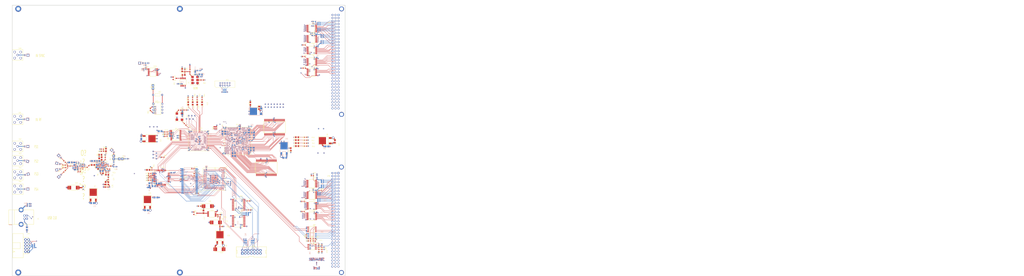
<source format=kicad_pcb>
(kicad_pcb (version 4) (host pcbnew 0.201602221446+6578~42~ubuntu15.10.1-product)

  (general
    (links 1486)
    (no_connects 391)
    (area 348.950999 -1.721514 1210.651627 231.260001)
    (thickness 1.6)
    (drawings 92)
    (tracks 6197)
    (zones 0)
    (modules 332)
    (nets 520)
  )

  (page A4)
  (layers
    (0 F.Cu signal)
    (1 In1.Cu signal)
    (2 In2.Cu signal)
    (3 In3.Cu signal)
    (4 In4.Cu signal)
    (31 B.Cu signal)
    (32 B.Adhes user)
    (33 F.Adhes user)
    (34 B.Paste user)
    (35 F.Paste user)
    (36 B.SilkS user)
    (37 F.SilkS user)
    (38 B.Mask user)
    (39 F.Mask user)
    (40 Dwgs.User user)
    (41 Cmts.User user)
    (42 Eco1.User user)
    (43 Eco2.User user)
    (44 Edge.Cuts user)
    (45 Margin user)
    (46 B.CrtYd user)
    (47 F.CrtYd user)
    (48 B.Fab user)
    (49 F.Fab user)
  )

  (setup
    (last_trace_width 0.25)
    (trace_clearance 0.2)
    (zone_clearance 0.508)
    (zone_45_only no)
    (trace_min 0.2)
    (segment_width 0.2)
    (edge_width 0.15)
    (via_size 0.6)
    (via_drill 0.4)
    (via_min_size 0.4)
    (via_min_drill 0.3)
    (uvia_size 0.3)
    (uvia_drill 0.1)
    (uvias_allowed no)
    (uvia_min_size 0.2)
    (uvia_min_drill 0.1)
    (pcb_text_width 0.3)
    (pcb_text_size 1.5 1.5)
    (mod_edge_width 0.15)
    (mod_text_size 1 1)
    (mod_text_width 0.15)
    (pad_size 1.524 1.524)
    (pad_drill 0.762)
    (pad_to_mask_clearance 0.2)
    (aux_axis_origin 0 0)
    (visible_elements FFFFFF7F)
    (pcbplotparams
      (layerselection 0x00030_ffffffff)
      (usegerberextensions false)
      (excludeedgelayer true)
      (linewidth 0.100000)
      (plotframeref false)
      (viasonmask false)
      (mode 1)
      (useauxorigin false)
      (hpglpennumber 1)
      (hpglpenspeed 20)
      (hpglpendiameter 15)
      (psnegative false)
      (psa4output false)
      (plotreference true)
      (plotvalue true)
      (plotinvisibletext false)
      (padsonsilk false)
      (subtractmaskfromsilk false)
      (outputformat 1)
      (mirror false)
      (drillshape 1)
      (scaleselection 1)
      (outputdirectory ""))
  )

  (net 0 "")
  (net 1 TP2)
  (net 2 NET00001)
  (net 3 NET00003)
  (net 4 NET00006)
  (net 5 NET00039)
  (net 6 DA0)
  (net 7 NET00022)
  (net 8 ~WDI)
  (net 9 NET00401)
  (net 10 I_10M)
  (net 11 ~P_ZAP)
  (net 12 4S)
  (net 13 2S)
  (net 14 A6)
  (net 15 A5)
  (net 16 I_1S)
  (net 17 P_PUSK)
  (net 18 P_RES)
  (net 19 P_BLOK)
  (net 20 A3)
  (net 21 NET00004)
  (net 22 NET00026)
  (net 23 NET00007)
  (net 24 NET00019)
  (net 25 PUSK)
  (net 26 NET00027)
  (net 27 NET00028)
  (net 28 BLOK)
  (net 29 ~RESET)
  (net 30 +3,3V7)
  (net 31 ~ZAP)
  (net 32 3_RQ)
  (net 33 3_IO6)
  (net 34 +3,3V2)
  (net 35 3_~OE1)
  (net 36 3_DIR1)
  (net 37 4_IO1)
  (net 38 3_IO5)
  (net 39 4_IO3)
  (net 40 4_IO4)
  (net 41 3_IO2)
  (net 42 3_IO1)
  (net 43 3_P_RQ)
  (net 44 3_CW)
  (net 45 3__A0)
  (net 46 3__A1)
  (net 47 3__A2)
  (net 48 4_IO7)
  (net 49 3_STR_0)
  (net 50 3_P_RDY)
  (net 51 3_P_R\W)
  (net 52 3_P_A0)
  (net 53 3_OUT1)
  (net 54 3_OUT2)
  (net 55 3_OUT0)
  (net 56 3_OUT3)
  (net 57 3_OUT4)
  (net 58 3_STROB)
  (net 59 3_OUT5)
  (net 60 3_OUT6)
  (net 61 3_OUT7)
  (net 62 3_P_A1)
  (net 63 3_P_A2)
  (net 64 3_R\W)
  (net 65 3_RDY)
  (net 66 3_P_CW1)
  (net 67 NET00140)
  (net 68 NET00147)
  (net 69 NET00158)
  (net 70 NET00040)
  (net 71 4_RQ)
  (net 72 3_IO7)
  (net 73 TCK7)
  (net 74 +1,2V7)
  (net 75 NET00402)
  (net 76 +3,3V)
  (net 77 DCLK7)
  (net 78 7NCONF)
  (net 79 7VPLL2)
  (net 80 NET00029)
  (net 81 A2)
  (net 82 AA1)
  (net 83 TP15)
  (net 84 TP25)
  (net 85 NET00031)
  (net 86 TP18)
  (net 87 7MSEL1)
  (net 88 TP3)
  (net 89 TP4)
  (net 90 7VPLL1)
  (net 91 TP5)
  (net 92 CONFD7)
  (net 93 7VPLL3)
  (net 94 7VPLL4)
  (net 95 TP26)
  (net 96 TP6)
  (net 97 TP7)
  (net 98 TP8)
  (net 99 TP9)
  (net 100 TP10)
  (net 101 CLKF)
  (net 102 A7)
  (net 103 A4)
  (net 104 A1)
  (net 105 TP23)
  (net 106 H0)
  (net 107 H1)
  (net 108 H2)
  (net 109 H3)
  (net 110 TP11)
  (net 111 NET00032)
  (net 112 NET00033)
  (net 113 TP12)
  (net 114 TP13)
  (net 115 NET00034)
  (net 116 TP14)
  (net 117 TP21)
  (net 118 +5V)
  (net 119 TP16)
  (net 120 TP17)
  (net 121 TP24)
  (net 122 TP22)
  (net 123 AA2)
  (net 124 AA3)
  (net 125 D_ADF)
  (net 126 AA4)
  (net 127 AA8)
  (net 128 CLK_ADF)
  (net 129 AA7)
  (net 130 AA5)
  (net 131 AA6)
  (net 132 AA16)
  (net 133 AA15)
  (net 134 AA14)
  (net 135 AA12)
  (net 136 AA13)
  (net 137 AA11)
  (net 138 AA9)
  (net 139 AA10)
  (net 140 AA0)
  (net 141 AB0)
  (net 142 AA17)
  (net 143 AA18)
  (net 144 AB1)
  (net 145 BCE)
  (net 146 AOE)
  (net 147 AWE)
  (net 148 PF1)
  (net 149 BOE)
  (net 150 BWE)
  (net 151 AB2)
  (net 152 AB3)
  (net 153 AB18)
  (net 154 AB17)
  (net 155 AB15)
  (net 156 AB14)
  (net 157 AB12)
  (net 158 AB11)
  (net 159 AB9)
  (net 160 AB8)
  (net 161 AB7)
  (net 162 AB6)
  (net 163 AB4)
  (net 164 AB5)
  (net 165 AB10)
  (net 166 AB13)
  (net 167 AB16)
  (net 168 ACE)
  (net 169 PF4)
  (net 170 PF5)
  (net 171 PF7)
  (net 172 DA1)
  (net 173 DA2)
  (net 174 DA3)
  (net 175 DA4)
  (net 176 DA8)
  (net 177 DA7)
  (net 178 DA5)
  (net 179 DA6)
  (net 180 LE_ADF)
  (net 181 H4)
  (net 182 TP19)
  (net 183 RS_I)
  (net 184 TP20)
  (net 185 DB0)
  (net 186 DA15)
  (net 187 DA14)
  (net 188 DA12)
  (net 189 DA13)
  (net 190 DA11)
  (net 191 DA9)
  (net 192 DA10)
  (net 193 NET00353)
  (net 194 4_~OE1)
  (net 195 4_DIR1)
  (net 196 3_IO4)
  (net 197 4_IO0)
  (net 198 4_IO2)
  (net 199 H5)
  (net 200 H6)
  (net 201 DB15)
  (net 202 DB14)
  (net 203 DB12)
  (net 204 DB11)
  (net 205 DB9)
  (net 206 DB8)
  (net 207 DB7)
  (net 208 DB6)
  (net 209 DB4)
  (net 210 DB5)
  (net 211 DB3)
  (net 212 DB1)
  (net 213 DB2)
  (net 214 H7)
  (net 215 DB13)
  (net 216 DB10)
  (net 217 H8)
  (net 218 H9)
  (net 219 H10)
  (net 220 H11)
  (net 221 H12)
  (net 222 H13)
  (net 223 NET00350)
  (net 224 NET00352)
  (net 225 NET00403)
  (net 226 TDI7)
  (net 227 TMS7)
  (net 228 NET00404)
  (net 229 7MSEL0)
  (net 230 TDO7)
  (net 231 VD6)
  (net 232 TP1)
  (net 233 VD7)
  (net 234 VD8)
  (net 235 VD5)
  (net 236 3_IO3)
  (net 237 4_IO5)
  (net 238 4_IO6)
  (net 239 4_P_RQ)
  (net 240 RD_U)
  (net 241 USB-)
  (net 242 4_CW)
  (net 243 4__A0)
  (net 244 4__A1)
  (net 245 NSTAT7)
  (net 246 4__A2)
  (net 247 7DATA0)
  (net 248 USB+)
  (net 249 3_IO0)
  (net 250 4_STR_0)
  (net 251 4_P_RDY)
  (net 252 4_P_R\W)
  (net 253 4_P_A0)
  (net 254 4_OUT1)
  (net 255 4_OUT2)
  (net 256 4_OUT0)
  (net 257 4_OUT3)
  (net 258 4_OUT4)
  (net 259 4_STROB)
  (net 260 4_OUT5)
  (net 261 4_OUT6)
  (net 262 4_OUT7)
  (net 263 4_P_A1)
  (net 264 4_P_A2)
  (net 265 4_R\W)
  (net 266 4_RDY)
  (net 267 4_P_CW1)
  (net 268 2_RQ)
  (net 269 1_IO1)
  (net 270 RXF)
  (net 271 2_~OE1)
  (net 272 2_DIR1)
  (net 273 1_IO3)
  (net 274 1_IO5)
  (net 275 1_IO7)
  (net 276 2_IO1)
  (net 277 2_IO3)
  (net 278 TXE)
  (net 279 D3)
  (net 280 RU)
  (net 281 PWR)
  (net 282 WR_U)
  (net 283 NET00002)
  (net 284 DU1)
  (net 285 DU5)
  (net 286 DU3)
  (net 287 DU2)
  (net 288 NET00014)
  (net 289 DU6)
  (net 290 DU7)
  (net 291 DU4)
  (net 292 DU0)
  (net 293 2_IO5)
  (net 294 1_P_RQ)
  (net 295 D1)
  (net 296 D2)
  (net 297 D0)
  (net 298 A17)
  (net 299 A16)
  (net 300 A18)
  (net 301 D10)
  (net 302 D9)
  (net 303 D8)
  (net 304 D7)
  (net 305 D6)
  (net 306 D5)
  (net 307 D4)
  (net 308 D15)
  (net 309 D14)
  (net 310 D13)
  (net 311 D12)
  (net 312 D11)
  (net 313 A0)
  (net 314 NET00308)
  (net 315 60MHZ)
  (net 316 MAX-TDI)
  (net 317 ~RSUSB)
  (net 318 30MHZ)
  (net 319 PPI)
  (net 320 BMOD0)
  (net 321 VD1)
  (net 322 SA10)
  (net 323 MOSI)
  (net 324 MAX-TDO)
  (net 325 A10)
  (net 326 ~ABE1)
  (net 327 USB_DP)
  (net 328 VDDEXT)
  (net 329 ~USB)
  (net 330 A11)
  (net 331 ~SRAS)
  (net 332 ~SWE)
  (net 333 R6)
  (net 334 MISO)
  (net 335 ~SMS)
  (net 336 VROUT)
  (net 337 CLKIN)
  (net 338 A12)
  (net 339 BMOD1)
  (net 340 ~SCAS)
  (net 341 ~ABE0)
  (net 342 SCK)
  (net 343 CLKOUT)
  (net 344 ~ARE)
  (net 345 SCKE)
  (net 346 PF3)
  (net 347 ~DRES)
  (net 348 OUT)
  (net 349 PF13)
  (net 350 BF_TRS)
  (net 351 BF_TDI)
  (net 352 A13)
  (net 353 A14)
  (net 354 A15)
  (net 355 INT_USB)
  (net 356 ~DMA_WR)
  (net 357 ~DMA_RD)
  (net 358 MAX-TMS)
  (net 359 ALE)
  (net 360 R5)
  (net 361 DREQ)
  (net 362 +2,5V)
  (net 363 RREF)
  (net 364 PF2)
  (net 365 USB_DM)
  (net 366 PF12)
  (net 367 PF15)
  (net 368 PF11)
  (net 369 PF14)
  (net 370 R7)
  (net 371 ~AOE)
  (net 372 PF0)
  (net 373 PF8)
  (net 374 W/VP)
  (net 375 PF10)
  (net 376 PF9)
  (net 377 A8)
  (net 378 VD2)
  (net 379 A9)
  (net 380 VD3)
  (net 381 PF6)
  (net 382 VD4)
  (net 383 VDDINT)
  (net 384 BF_TCK)
  (net 385 ~EMU)
  (net 386 BF_TDO)
  (net 387 BF_TMS)
  (net 388 R8)
  (net 389 ~AWE)
  (net 390 ~AMS0)
  (net 391 NET00312)
  (net 392 +3,3VF)
  (net 393 3S)
  (net 394 SHIM)
  (net 395 NET00385)
  (net 396 NET00384)
  (net 397 MAX-TCK)
  (net 398 NET00020)
  (net 399 D_IN)
  (net 400 ~D_IN)
  (net 401 ~AMS1)
  (net 402 10M)
  (net 403 20MHZ)
  (net 404 D_I)
  (net 405 10MHZ)
  (net 406 NET00375)
  (net 407 NET00210)
  (net 408 NET00142)
  (net 409 NET00144)
  (net 410 NET00541)
  (net 411 NET00542)
  (net 412 2_STROB)
  (net 413 1__A0)
  (net 414 1__A1)
  (net 415 1__A2)
  (net 416 2_IO7)
  (net 417 1S)
  (net 418 NET00214)
  (net 419 NET00215)
  (net 420 NET00216)
  (net 421 1_STR_0)
  (net 422 1_P_RDY)
  (net 423 1_P_R\W)
  (net 424 1_STROB)
  (net 425 1_OUT1)
  (net 426 NET00255)
  (net 427 NET00256)
  (net 428 RSDP)
  (net 429 AVSS)
  (net 430 PVDD)
  (net 431 RPU)
  (net 432 RSDM)
  (net 433 NET00016)
  (net 434 VBUS)
  (net 435 NET00264)
  (net 436 NET00265)
  (net 437 NET00266)
  (net 438 NET00268)
  (net 439 NET00271)
  (net 440 1_OUT2)
  (net 441 1_OUT0)
  (net 442 1_OUT3)
  (net 443 1_OUT4)
  (net 444 2_P_A0)
  (net 445 1_OUT5)
  (net 446 1_OUT6)
  (net 447 1_OUT7)
  (net 448 1_P_A0)
  (net 449 2_P_A1)
  (net 450 1_P_A1)
  (net 451 2_P_A2)
  (net 452 1_P_CW)
  (net 453 1_RQ)
  (net 454 1_IO0)
  (net 455 1_~OE1)
  (net 456 1_DIR1)
  (net 457 1_IO2)
  (net 458 1_IO4)
  (net 459 1_IO6)
  (net 460 2_IO0)
  (net 461 2_IO2)
  (net 462 2_IO4)
  (net 463 2_P_RQ)
  (net 464 1_P_A2)
  (net 465 2__A0)
  (net 466 2__A1)
  (net 467 2__A2)
  (net 468 2_IO6)
  (net 469 2_STR_0)
  (net 470 2_P_RDY)
  (net 471 2_P_R\W)
  (net 472 2_R\W)
  (net 473 2_OUT1)
  (net 474 2_OUT2)
  (net 475 2_OUT0)
  (net 476 2_OUT3)
  (net 477 NET00544)
  (net 478 2_OUT4)
  (net 479 1_R\W)
  (net 480 2_OUT5)
  (net 481 2_OUT6)
  (net 482 2_OUT7)
  (net 483 2_RDY)
  (net 484 1_RDY)
  (net 485 2_CW)
  (net 486 1_CW)
  (net 487 2_P_CW)
  (net 488 NET00146)
  (net 489 NET00143)
  (net 490 NET00145)
  (net 491 NET00148)
  (net 492 NET001490)
  (net 493 NET001500)
  (net 494 NET00000)
  (net 495 NET00013)
  (net 496 NET00152)
  (net 497 DT_P)
  (net 498 DT_N)
  (net 499 RS)
  (net 500 ~RS)
  (net 501 RSS)
  (net 502 CLK_P)
  (net 503 CLK_N)
  (net 504 STR_P)
  (net 505 STR_N)
  (net 506 STP)
  (net 507 CKP)
  (net 508 _RSS)
  (net 509 DP)
  (net 510 NET00042)
  (net 511 RSR)
  (net 512 TP27)
  (net 513 NET00008)
  (net 514 NET00009)
  (net 515 NET00010)
  (net 516 NET00011)
  (net 517 NET00012)
  (net 518 NET00015)
  (net 519 GND)

  (net_class Default "Это класс цепей по умолчанию."
    (clearance 0.2)
    (trace_width 0.25)
    (via_dia 0.6)
    (via_drill 0.4)
    (uvia_dia 0.3)
    (uvia_drill 0.1)
    (add_net +1,2V7)
    (add_net +2,5V)
    (add_net +3,3V)
    (add_net +3,3V2)
    (add_net +3,3V7)
    (add_net +3,3VF)
    (add_net +5V)
    (add_net 10M)
    (add_net 10MHZ)
    (add_net 1S)
    (add_net 1_CW)
    (add_net 1_DIR1)
    (add_net 1_IO0)
    (add_net 1_IO1)
    (add_net 1_IO2)
    (add_net 1_IO3)
    (add_net 1_IO4)
    (add_net 1_IO5)
    (add_net 1_IO6)
    (add_net 1_IO7)
    (add_net 1_OUT0)
    (add_net 1_OUT1)
    (add_net 1_OUT2)
    (add_net 1_OUT3)
    (add_net 1_OUT4)
    (add_net 1_OUT5)
    (add_net 1_OUT6)
    (add_net 1_OUT7)
    (add_net 1_P_A0)
    (add_net 1_P_A1)
    (add_net 1_P_A2)
    (add_net 1_P_CW)
    (add_net 1_P_RDY)
    (add_net 1_P_RQ)
    (add_net 1_P_R\W)
    (add_net 1_RDY)
    (add_net 1_RQ)
    (add_net 1_R\W)
    (add_net 1_STROB)
    (add_net 1_STR_0)
    (add_net 1__A0)
    (add_net 1__A1)
    (add_net 1__A2)
    (add_net 1_~OE1)
    (add_net 20MHZ)
    (add_net 2S)
    (add_net 2_CW)
    (add_net 2_DIR1)
    (add_net 2_IO0)
    (add_net 2_IO1)
    (add_net 2_IO2)
    (add_net 2_IO3)
    (add_net 2_IO4)
    (add_net 2_IO5)
    (add_net 2_IO6)
    (add_net 2_IO7)
    (add_net 2_OUT0)
    (add_net 2_OUT1)
    (add_net 2_OUT2)
    (add_net 2_OUT3)
    (add_net 2_OUT4)
    (add_net 2_OUT5)
    (add_net 2_OUT6)
    (add_net 2_OUT7)
    (add_net 2_P_A0)
    (add_net 2_P_A1)
    (add_net 2_P_A2)
    (add_net 2_P_CW)
    (add_net 2_P_RDY)
    (add_net 2_P_RQ)
    (add_net 2_P_R\W)
    (add_net 2_RDY)
    (add_net 2_RQ)
    (add_net 2_R\W)
    (add_net 2_STROB)
    (add_net 2_STR_0)
    (add_net 2__A0)
    (add_net 2__A1)
    (add_net 2__A2)
    (add_net 2_~OE1)
    (add_net 30MHZ)
    (add_net 3S)
    (add_net 3_CW)
    (add_net 3_DIR1)
    (add_net 3_IO0)
    (add_net 3_IO1)
    (add_net 3_IO2)
    (add_net 3_IO3)
    (add_net 3_IO4)
    (add_net 3_IO5)
    (add_net 3_IO6)
    (add_net 3_IO7)
    (add_net 3_OUT0)
    (add_net 3_OUT1)
    (add_net 3_OUT2)
    (add_net 3_OUT3)
    (add_net 3_OUT4)
    (add_net 3_OUT5)
    (add_net 3_OUT6)
    (add_net 3_OUT7)
    (add_net 3_P_A0)
    (add_net 3_P_A1)
    (add_net 3_P_A2)
    (add_net 3_P_CW1)
    (add_net 3_P_RDY)
    (add_net 3_P_RQ)
    (add_net 3_P_R\W)
    (add_net 3_RDY)
    (add_net 3_RQ)
    (add_net 3_R\W)
    (add_net 3_STROB)
    (add_net 3_STR_0)
    (add_net 3__A0)
    (add_net 3__A1)
    (add_net 3__A2)
    (add_net 3_~OE1)
    (add_net 4S)
    (add_net 4_CW)
    (add_net 4_DIR1)
    (add_net 4_IO0)
    (add_net 4_IO1)
    (add_net 4_IO2)
    (add_net 4_IO3)
    (add_net 4_IO4)
    (add_net 4_IO5)
    (add_net 4_IO6)
    (add_net 4_IO7)
    (add_net 4_OUT0)
    (add_net 4_OUT1)
    (add_net 4_OUT2)
    (add_net 4_OUT3)
    (add_net 4_OUT4)
    (add_net 4_OUT5)
    (add_net 4_OUT6)
    (add_net 4_OUT7)
    (add_net 4_P_A0)
    (add_net 4_P_A1)
    (add_net 4_P_A2)
    (add_net 4_P_CW1)
    (add_net 4_P_RDY)
    (add_net 4_P_RQ)
    (add_net 4_P_R\W)
    (add_net 4_RDY)
    (add_net 4_RQ)
    (add_net 4_R\W)
    (add_net 4_STROB)
    (add_net 4_STR_0)
    (add_net 4__A0)
    (add_net 4__A1)
    (add_net 4__A2)
    (add_net 4_~OE1)
    (add_net 60MHZ)
    (add_net 7DATA0)
    (add_net 7MSEL0)
    (add_net 7MSEL1)
    (add_net 7NCONF)
    (add_net 7VPLL1)
    (add_net 7VPLL2)
    (add_net 7VPLL3)
    (add_net 7VPLL4)
    (add_net A0)
    (add_net A1)
    (add_net A10)
    (add_net A11)
    (add_net A12)
    (add_net A13)
    (add_net A14)
    (add_net A15)
    (add_net A16)
    (add_net A17)
    (add_net A18)
    (add_net A2)
    (add_net A3)
    (add_net A4)
    (add_net A5)
    (add_net A6)
    (add_net A7)
    (add_net A8)
    (add_net A9)
    (add_net AA0)
    (add_net AA1)
    (add_net AA10)
    (add_net AA11)
    (add_net AA12)
    (add_net AA13)
    (add_net AA14)
    (add_net AA15)
    (add_net AA16)
    (add_net AA17)
    (add_net AA18)
    (add_net AA2)
    (add_net AA3)
    (add_net AA4)
    (add_net AA5)
    (add_net AA6)
    (add_net AA7)
    (add_net AA8)
    (add_net AA9)
    (add_net AB0)
    (add_net AB1)
    (add_net AB10)
    (add_net AB11)
    (add_net AB12)
    (add_net AB13)
    (add_net AB14)
    (add_net AB15)
    (add_net AB16)
    (add_net AB17)
    (add_net AB18)
    (add_net AB2)
    (add_net AB3)
    (add_net AB4)
    (add_net AB5)
    (add_net AB6)
    (add_net AB7)
    (add_net AB8)
    (add_net AB9)
    (add_net ACE)
    (add_net ALE)
    (add_net AOE)
    (add_net AVSS)
    (add_net AWE)
    (add_net BCE)
    (add_net BF_TCK)
    (add_net BF_TDI)
    (add_net BF_TDO)
    (add_net BF_TMS)
    (add_net BF_TRS)
    (add_net BLOK)
    (add_net BMOD0)
    (add_net BMOD1)
    (add_net BOE)
    (add_net BWE)
    (add_net CKP)
    (add_net CLKF)
    (add_net CLKIN)
    (add_net CLKOUT)
    (add_net CLK_ADF)
    (add_net CLK_N)
    (add_net CLK_P)
    (add_net CONFD7)
    (add_net D0)
    (add_net D1)
    (add_net D10)
    (add_net D11)
    (add_net D12)
    (add_net D13)
    (add_net D14)
    (add_net D15)
    (add_net D2)
    (add_net D3)
    (add_net D4)
    (add_net D5)
    (add_net D6)
    (add_net D7)
    (add_net D8)
    (add_net D9)
    (add_net DA0)
    (add_net DA1)
    (add_net DA10)
    (add_net DA11)
    (add_net DA12)
    (add_net DA13)
    (add_net DA14)
    (add_net DA15)
    (add_net DA2)
    (add_net DA3)
    (add_net DA4)
    (add_net DA5)
    (add_net DA6)
    (add_net DA7)
    (add_net DA8)
    (add_net DA9)
    (add_net DB0)
    (add_net DB1)
    (add_net DB10)
    (add_net DB11)
    (add_net DB12)
    (add_net DB13)
    (add_net DB14)
    (add_net DB15)
    (add_net DB2)
    (add_net DB3)
    (add_net DB4)
    (add_net DB5)
    (add_net DB6)
    (add_net DB7)
    (add_net DB8)
    (add_net DB9)
    (add_net DCLK7)
    (add_net DP)
    (add_net DREQ)
    (add_net DT_N)
    (add_net DT_P)
    (add_net DU0)
    (add_net DU1)
    (add_net DU2)
    (add_net DU3)
    (add_net DU4)
    (add_net DU5)
    (add_net DU6)
    (add_net DU7)
    (add_net D_ADF)
    (add_net D_I)
    (add_net D_IN)
    (add_net GND)
    (add_net H0)
    (add_net H1)
    (add_net H10)
    (add_net H11)
    (add_net H12)
    (add_net H13)
    (add_net H2)
    (add_net H3)
    (add_net H4)
    (add_net H5)
    (add_net H6)
    (add_net H7)
    (add_net H8)
    (add_net H9)
    (add_net INT_USB)
    (add_net I_10M)
    (add_net I_1S)
    (add_net LE_ADF)
    (add_net MAX-TCK)
    (add_net MAX-TDI)
    (add_net MAX-TDO)
    (add_net MAX-TMS)
    (add_net MISO)
    (add_net MOSI)
    (add_net NET00000)
    (add_net NET00001)
    (add_net NET00002)
    (add_net NET00003)
    (add_net NET00004)
    (add_net NET00006)
    (add_net NET00007)
    (add_net NET00008)
    (add_net NET00009)
    (add_net NET00010)
    (add_net NET00011)
    (add_net NET00012)
    (add_net NET00013)
    (add_net NET00014)
    (add_net NET00015)
    (add_net NET00016)
    (add_net NET00019)
    (add_net NET00020)
    (add_net NET00022)
    (add_net NET00026)
    (add_net NET00027)
    (add_net NET00028)
    (add_net NET00029)
    (add_net NET00031)
    (add_net NET00032)
    (add_net NET00033)
    (add_net NET00034)
    (add_net NET00039)
    (add_net NET00040)
    (add_net NET00042)
    (add_net NET00140)
    (add_net NET00142)
    (add_net NET00143)
    (add_net NET00144)
    (add_net NET00145)
    (add_net NET00146)
    (add_net NET00147)
    (add_net NET00148)
    (add_net NET001490)
    (add_net NET001500)
    (add_net NET00152)
    (add_net NET00158)
    (add_net NET00210)
    (add_net NET00214)
    (add_net NET00215)
    (add_net NET00216)
    (add_net NET00255)
    (add_net NET00256)
    (add_net NET00264)
    (add_net NET00265)
    (add_net NET00266)
    (add_net NET00268)
    (add_net NET00271)
    (add_net NET00308)
    (add_net NET00312)
    (add_net NET00350)
    (add_net NET00352)
    (add_net NET00353)
    (add_net NET00375)
    (add_net NET00384)
    (add_net NET00385)
    (add_net NET00401)
    (add_net NET00402)
    (add_net NET00403)
    (add_net NET00404)
    (add_net NET00541)
    (add_net NET00542)
    (add_net NET00544)
    (add_net NSTAT7)
    (add_net OUT)
    (add_net PF0)
    (add_net PF1)
    (add_net PF10)
    (add_net PF11)
    (add_net PF12)
    (add_net PF13)
    (add_net PF14)
    (add_net PF15)
    (add_net PF2)
    (add_net PF3)
    (add_net PF4)
    (add_net PF5)
    (add_net PF6)
    (add_net PF7)
    (add_net PF8)
    (add_net PF9)
    (add_net PPI)
    (add_net PUSK)
    (add_net PVDD)
    (add_net PWR)
    (add_net P_BLOK)
    (add_net P_PUSK)
    (add_net P_RES)
    (add_net R5)
    (add_net R6)
    (add_net R7)
    (add_net R8)
    (add_net RD_U)
    (add_net RPU)
    (add_net RREF)
    (add_net RS)
    (add_net RSDM)
    (add_net RSDP)
    (add_net RSR)
    (add_net RSS)
    (add_net RS_I)
    (add_net RU)
    (add_net RXF)
    (add_net SA10)
    (add_net SCK)
    (add_net SCKE)
    (add_net SHIM)
    (add_net STP)
    (add_net STR_N)
    (add_net STR_P)
    (add_net TCK7)
    (add_net TDI7)
    (add_net TDO7)
    (add_net TMS7)
    (add_net TP1)
    (add_net TP10)
    (add_net TP11)
    (add_net TP12)
    (add_net TP13)
    (add_net TP14)
    (add_net TP15)
    (add_net TP16)
    (add_net TP17)
    (add_net TP18)
    (add_net TP19)
    (add_net TP2)
    (add_net TP20)
    (add_net TP21)
    (add_net TP22)
    (add_net TP23)
    (add_net TP24)
    (add_net TP25)
    (add_net TP26)
    (add_net TP27)
    (add_net TP3)
    (add_net TP4)
    (add_net TP5)
    (add_net TP6)
    (add_net TP7)
    (add_net TP8)
    (add_net TP9)
    (add_net TXE)
    (add_net USB+)
    (add_net USB-)
    (add_net USB_DM)
    (add_net USB_DP)
    (add_net VBUS)
    (add_net VD1)
    (add_net VD2)
    (add_net VD3)
    (add_net VD4)
    (add_net VD5)
    (add_net VD6)
    (add_net VD7)
    (add_net VD8)
    (add_net VDDEXT)
    (add_net VDDINT)
    (add_net VROUT)
    (add_net W/VP)
    (add_net WR_U)
    (add_net _RSS)
    (add_net ~ABE0)
    (add_net ~ABE1)
    (add_net ~AMS0)
    (add_net ~AMS1)
    (add_net ~AOE)
    (add_net ~ARE)
    (add_net ~AWE)
    (add_net ~DMA_RD)
    (add_net ~DMA_WR)
    (add_net ~DRES)
    (add_net ~D_IN)
    (add_net ~EMU)
    (add_net ~P_ZAP)
    (add_net ~RESET)
    (add_net ~RS)
    (add_net ~RSUSB)
    (add_net ~SCAS)
    (add_net ~SMS)
    (add_net ~SRAS)
    (add_net ~SWE)
    (add_net ~USB)
    (add_net ~WDI)
    (add_net ~ZAP)
  )

  (module C_SMD0603_1 (layer B.Cu) (tedit 0) (tstamp 0)
    (at 373.05 172.07 180)
    (attr smd)
    (fp_text reference C111 (at 2.359048 2.232 180) (layer B.SilkS)
      (effects (font (size 1.016 0.762) (thickness 0.152)) (justify mirror))
    )
    (fp_text value "0,01 мк" (at 0 0 180) (layer B.SilkS) hide
      (effects (font (size 0 0)) (justify mirror))
    )
    (fp_line (start 1.6 0.8) (end 0.5 0.8) (layer B.SilkS) (width 0.2))
    (fp_line (start 1.6 -0.8) (end 0.5 -0.8) (layer B.SilkS) (width 0.2))
    (fp_line (start -1.6 0.8) (end -0.5 0.8) (layer B.SilkS) (width 0.2))
    (fp_line (start -1.6 -0.8) (end -0.5 -0.8) (layer B.SilkS) (width 0.2))
    (fp_line (start 1.6 0.8) (end 1.6 -0.8) (layer B.SilkS) (width 0.2))
    (fp_line (start -1.6 -0.8) (end -1.6 0.8) (layer B.SilkS) (width 0.2))
    (pad A smd rect (at 0.8 0 180) (size 0.8 0.8) (layers B.Cu B.Paste B.Mask)
      (net 510 NET00042))
    (pad B smd rect (at -0.8 0 180) (size 0.8 0.8) (layers B.Cu B.Paste B.Mask)
      (net 519 GND))
  )

  (module CABLE_1 (layer B.Cu) (tedit 0) (tstamp 0)
    (at 399.37 136.67 165)
    (attr smd)
    (fp_text reference 5 (at 0.963631 0.693407 360) (layer B.SilkS) hide
      (effects (font (size 1.066667 0.8) (thickness 0.12)) (justify mirror))
    )
    (fp_text value YESF-085/50 (at 0 0 165) (layer B.SilkS) hide
      (effects (font (size 0 0)) (justify mirror))
    )
    (fp_line (start 1.27001 0.762) (end 1.27 1.27001) (layer B.SilkS) (width 0.2))
    (fp_line (start 1.27 1.27001) (end 3.81 1.27002) (layer B.SilkS) (width 0.2))
    (fp_line (start 3.81 -1.27001) (end 1.27001 -1.27) (layer B.SilkS) (width 0.2))
    (fp_line (start 1.27001 -1.27) (end 1.27001 -0.762) (layer B.SilkS) (width 0.2))
    (fp_line (start 3.81 1.27002) (end 3.81 -1.27001) (layer B.SilkS) (width 0.2))
    (fp_line (start -0.76202 -0.762) (end -0.762 0.76202) (layer B.SilkS) (width 0.2))
    (fp_line (start -0.762 0.76202) (end 1.27001 0.762) (layer B.SilkS) (width 0.2))
    (fp_line (start 1.27001 -0.762) (end -0.76202 -0.762) (layer B.SilkS) (width 0.2))
    (pad GND thru_hole rect (at 2.54 0 165) (size 2 2) (drill 1.5) (layers *.Cu *.Mask)
      (net 519 GND))
    (pad RF thru_hole rect (at 0 0 75) (size 1 1) (drill 0.6) (layers *.Cu *.Mask)
      (net 408 NET00142))
  )

  (module R_SMD0603_1 (layer F.Cu) (tedit 0) (tstamp 0)
    (at 403.47 142.81 225)
    (attr smd)
    (fp_text reference R30 (at 2.944762 3.266667 225) (layer F.SilkS)
      (effects (font (size 1.066667 0.8) (thickness 0.12)))
    )
    (fp_text value 51 (at 0 0 225) (layer F.SilkS) hide
      (effects (font (size 0 0)))
    )
    (fp_line (start -1.60001 0.8) (end -0.5 0.8) (layer F.SilkS) (width 0.2))
    (fp_line (start -1.60001 -0.8) (end -0.5 -0.8) (layer F.SilkS) (width 0.2))
    (fp_line (start 1.60001 0.8) (end 0.5 0.8) (layer F.SilkS) (width 0.2))
    (fp_line (start 1.60001 -0.8) (end 0.5 -0.8) (layer F.SilkS) (width 0.2))
    (fp_line (start -1.60001 0.8) (end -1.60001 -0.8) (layer F.SilkS) (width 0.2))
    (fp_line (start 1.60001 -0.8) (end 1.60001 0.8) (layer F.SilkS) (width 0.2))
    (pad A smd rect (at -0.80001 0 225) (size 0.8 0.8) (layers F.Cu F.Paste F.Mask)
      (net 68 NET00147))
    (pad B smd rect (at 0.80001 0 225) (size 0.8 0.8) (layers F.Cu F.Paste F.Mask)
      (net 513 NET00008))
  )

  (module C_SMD0603_1 (layer F.Cu) (tedit 0) (tstamp 0)
    (at 407.11 138.41 180)
    (attr smd)
    (fp_text reference C33 (at -1.924762 1.333333 180) (layer F.SilkS)
      (effects (font (size 1.066667 0.8) (thickness 0.12)))
    )
    (fp_text value "0,1 мк" (at 0 0 180) (layer F.SilkS) hide
      (effects (font (size 0 0)))
    )
    (fp_line (start -1.6 0.8) (end -0.5 0.8) (layer F.SilkS) (width 0.2))
    (fp_line (start -1.6 -0.8) (end -0.5 -0.8) (layer F.SilkS) (width 0.2))
    (fp_line (start 1.6 0.8) (end 0.5 0.8) (layer F.SilkS) (width 0.2))
    (fp_line (start 1.6 -0.8) (end 0.5 -0.8) (layer F.SilkS) (width 0.2))
    (fp_line (start -1.6 0.8) (end -1.6 -0.8) (layer F.SilkS) (width 0.2))
    (fp_line (start 1.6 -0.8) (end 1.6 0.8) (layer F.SilkS) (width 0.2))
    (pad A smd rect (at -0.8 0 180) (size 0.8 0.8) (layers F.Cu F.Paste F.Mask)
      (net 477 NET00544))
    (pad B smd rect (at 0.8 0 180) (size 0.8 0.8) (layers F.Cu F.Paste F.Mask)
      (net 68 NET00147))
  )

  (module C_SMD0603_1 (layer B.Cu) (tedit 0) (tstamp 0)
    (at 414.51 136.51 180)
    (attr smd)
    (fp_text reference C32 (at 1.804762 -2.033333 180) (layer B.SilkS)
      (effects (font (size 1.066667 0.8) (thickness 0.12)) (justify mirror))
    )
    (fp_text value "0,1 мк" (at 0 0 180) (layer B.SilkS) hide
      (effects (font (size 0 0)) (justify mirror))
    )
    (fp_line (start 1.6 0.8) (end 0.5 0.8) (layer B.SilkS) (width 0.2))
    (fp_line (start 1.6 -0.8) (end 0.5 -0.8) (layer B.SilkS) (width 0.2))
    (fp_line (start -1.6 0.8) (end -0.5 0.8) (layer B.SilkS) (width 0.2))
    (fp_line (start -1.6 -0.8) (end -0.5 -0.8) (layer B.SilkS) (width 0.2))
    (fp_line (start 1.6 0.8) (end 1.6 -0.8) (layer B.SilkS) (width 0.2))
    (fp_line (start -1.6 -0.8) (end -1.6 0.8) (layer B.SilkS) (width 0.2))
    (pad A smd rect (at 0.8 0 180) (size 0.8 0.8) (layers B.Cu B.Paste B.Mask)
      (net 118 +5V))
    (pad B smd rect (at -0.8 0 180) (size 0.8 0.8) (layers B.Cu B.Paste B.Mask)
      (net 519 GND))
  )

  (module C_SMD0805_1 (layer F.Cu) (tedit 0) (tstamp 0)
    (at 427.39 137.49 180)
    (attr smd)
    (fp_text reference C25 (at -1.804762 1.493333 180) (layer F.SilkS)
      (effects (font (size 1.066667 0.8) (thickness 0.12)))
    )
    (fp_text value 100 (at 0 0 180) (layer F.SilkS) hide
      (effects (font (size 0 0)))
    )
    (fp_line (start -2 1) (end -0.4 1) (layer F.SilkS) (width 0.2))
    (fp_line (start -0.4 -1) (end -2 -1) (layer F.SilkS) (width 0.2))
    (fp_line (start 0.4 1) (end 2 1) (layer F.SilkS) (width 0.2))
    (fp_line (start 2 -1) (end 0.4 -1) (layer F.SilkS) (width 0.2))
    (fp_line (start -2 -1) (end -2 1) (layer F.SilkS) (width 0.2))
    (fp_line (start 2 1) (end 2 -1) (layer F.SilkS) (width 0.2))
    (pad A smd rect (at -1 0 180) (size 1.2 1.3) (layers F.Cu F.Paste F.Mask)
      (net 21 NET00004))
    (pad B smd rect (at 1 0 180) (size 1.2 1.3) (layers F.Cu F.Paste F.Mask)
      (net 7 NET00022))
  )

  (module L_SMD0805_1 (layer F.Cu) (tedit 0) (tstamp 0)
    (at 438.03 152.97 90)
    (attr smd)
    (fp_text reference L3 (at 2.533333 1.169841 90) (layer F.SilkS)
      (effects (font (size 1.066667 0.8) (thickness 0.12)))
    )
    (fp_text value "10 мкГ" (at 0 0 90) (layer F.SilkS) hide
      (effects (font (size 0 0)))
    )
    (fp_line (start -2 1) (end -0.4 1) (layer F.SilkS) (width 0.2))
    (fp_line (start -0.4 -1) (end -2 -1) (layer F.SilkS) (width 0.2))
    (fp_line (start 0.4 1) (end 2 1) (layer F.SilkS) (width 0.2))
    (fp_line (start 2 -1) (end 0.4 -1) (layer F.SilkS) (width 0.2))
    (fp_line (start -2 -1) (end -2 1) (layer F.SilkS) (width 0.2))
    (fp_line (start 2 1) (end 2 -1) (layer F.SilkS) (width 0.2))
    (pad A smd rect (at -1 0 90) (size 1.2 1.3) (layers F.Cu F.Paste F.Mask)
      (net 69 NET00158))
    (pad B smd rect (at 1 0 90) (size 1.2 1.3) (layers F.Cu F.Paste F.Mask)
      (net 76 +3,3V))
  )

  (module L_SMD0805_1 (layer F.Cu) (tedit 0) (tstamp 0)
    (at 435.79 143.43 270)
    (attr smd)
    (fp_text reference L1 (at 5.38 -1.042876 270) (layer F.SilkS)
      (effects (font (size 1.066667 0.8) (thickness 0.12)))
    )
    (fp_text value "68 нГ" (at 0 0 270) (layer F.SilkS) hide
      (effects (font (size 0 0)))
    )
    (fp_line (start -2 1) (end -0.4 1) (layer F.SilkS) (width 0.2))
    (fp_line (start -0.4 -1) (end -2 -1) (layer F.SilkS) (width 0.2))
    (fp_line (start 0.4 1) (end 2 1) (layer F.SilkS) (width 0.2))
    (fp_line (start 2 -1) (end 0.4 -1) (layer F.SilkS) (width 0.2))
    (fp_line (start -2 -1) (end -2 1) (layer F.SilkS) (width 0.2))
    (fp_line (start 2 1) (end 2 -1) (layer F.SilkS) (width 0.2))
    (pad A smd rect (at -1 0 270) (size 1.2 1.3) (layers F.Cu F.Paste F.Mask)
      (net 112 NET00033))
    (pad B smd rect (at 1 0 270) (size 1.2 1.3) (layers F.Cu F.Paste F.Mask)
      (net 519 GND))
  )

  (module PIN40X40X24_1 (layer F.Cu) (tedit 0) (tstamp 0)
    (at 437.71 128.91 180)
    (attr smd)
    (fp_text reference 3 (at -0.734921 1.433333 180) (layer F.SilkS) hide
      (effects (font (size 1.066667 0.8) (thickness 0.12)))
    )
    (fp_text value PIN40X40X24 (at 0 0 180) (layer F.SilkS) hide
      (effects (font (size 0 0)))
    )
    (fp_line (start -0.7 0.7) (end -0.7 -0.7) (layer F.SilkS) (width 0.2))
    (fp_line (start 0.7 -0.7) (end 0.7 0.7) (layer F.SilkS) (width 0.2))
    (fp_line (start 0.7 0.7) (end -0.7 0.7) (layer F.SilkS) (width 0.2))
    (fp_line (start -0.7 -0.7) (end 0.7 -0.7) (layer F.SilkS) (width 0.2))
    (pad 1 thru_hole rect (at 0 0 270) (size 1 1) (drill 0.6) (layers *.Cu *.Mask)
      (net 518 NET00015))
  )

  (module R_SMD0603_1 (layer F.Cu) (tedit 0) (tstamp 0)
    (at 475.65 90.67 270)
    (attr smd)
    (fp_text reference R83 (at 2.34 1.855686 270) (layer F.SilkS)
      (effects (font (size 1.066667 0.8) (thickness 0.12)))
    )
    (fp_text value 2,2K (at 0 0 270) (layer F.SilkS) hide
      (effects (font (size 0 0)))
    )
    (fp_line (start -1.6 0.8) (end -0.5 0.8) (layer F.SilkS) (width 0.2))
    (fp_line (start -1.6 -0.8) (end -0.5 -0.8) (layer F.SilkS) (width 0.2))
    (fp_line (start 1.6 0.8) (end 0.5 0.8) (layer F.SilkS) (width 0.2))
    (fp_line (start 1.6 -0.8) (end 0.5 -0.8) (layer F.SilkS) (width 0.2))
    (fp_line (start -1.6 0.8) (end -1.6 -0.8) (layer F.SilkS) (width 0.2))
    (fp_line (start 1.6 -0.8) (end 1.6 0.8) (layer F.SilkS) (width 0.2))
    (pad A smd rect (at -0.8 0 270) (size 0.8 0.8) (layers F.Cu F.Paste F.Mask)
      (net 118 +5V))
    (pad B smd rect (at 0.8 0 270) (size 0.8 0.8) (layers F.Cu F.Paste F.Mask)
      (net 223 NET00350))
  )

  (module R_SMD0603_1 (layer B.Cu) (tedit 0) (tstamp 0)
    (at 471.75 54.35 90)
    (attr smd)
    (fp_text reference R44 (at -1.045714 0.652 90) (layer B.SilkS)
      (effects (font (size 1.016 0.762) (thickness 0.152)) (justify mirror))
    )
    (fp_text value 100 (at 0 0 90) (layer B.SilkS) hide
      (effects (font (size 0 0)) (justify mirror))
    )
    (fp_line (start 1.6 0.8) (end 0.5 0.8) (layer B.SilkS) (width 0.2))
    (fp_line (start 1.6 -0.8) (end 0.5 -0.8) (layer B.SilkS) (width 0.2))
    (fp_line (start -1.6 0.8) (end -0.5 0.8) (layer B.SilkS) (width 0.2))
    (fp_line (start -1.6 -0.8) (end -0.5 -0.8) (layer B.SilkS) (width 0.2))
    (fp_line (start 1.6 0.8) (end 1.6 -0.8) (layer B.SilkS) (width 0.2))
    (fp_line (start -1.6 -0.8) (end -1.6 0.8) (layer B.SilkS) (width 0.2))
    (pad A smd rect (at 0.8 0 90) (size 0.8 0.8) (layers B.Cu B.Paste B.Mask)
      (net 2 NET00001))
    (pad B smd rect (at -0.8 0 90) (size 0.8 0.8) (layers B.Cu B.Paste B.Mask)
      (net 3 NET00003))
  )

  (module C_SMD0805_1 (layer B.Cu) (tedit 0) (tstamp 0)
    (at 480.41 164.91 180)
    (attr smd)
    (fp_text reference C88 (at 1.884762 0.566667 360) (layer B.SilkS)
      (effects (font (size 1.066667 0.8) (thickness 0.12)) (justify mirror))
    )
    (fp_text value "10 мк" (at 0 0 180) (layer B.SilkS) hide
      (effects (font (size 0 0)) (justify mirror))
    )
    (fp_line (start 2 1) (end 0.4 1) (layer B.SilkS) (width 0.2))
    (fp_line (start 0.4 -1) (end 2 -1) (layer B.SilkS) (width 0.2))
    (fp_line (start -0.4 1) (end -2 1) (layer B.SilkS) (width 0.2))
    (fp_line (start -2 -1) (end -0.4 -1) (layer B.SilkS) (width 0.2))
    (fp_line (start 2 -1) (end 2 1) (layer B.SilkS) (width 0.2))
    (fp_line (start -2 1) (end -2 -1) (layer B.SilkS) (width 0.2))
    (pad A smd rect (at 1 0 180) (size 1.2 1.3) (layers B.Cu B.Paste B.Mask)
      (net 362 +2,5V))
    (pad B smd rect (at -1 0 180) (size 1.2 1.3) (layers B.Cu B.Paste B.Mask)
      (net 519 GND))
  )

  (module L_SMD0805_1 (layer B.Cu) (tedit 0) (tstamp 0)
    (at 481.83 153.17)
    (attr smd)
    (fp_text reference L14 (at 1.024762 -1.493333) (layer B.SilkS)
      (effects (font (size 1.066667 0.8) (thickness 0.12)) (justify mirror))
    )
    (fp_text value "1 мкГ" (at 0 0) (layer B.SilkS) hide
      (effects (font (size 0 0)) (justify mirror))
    )
    (fp_line (start 2 1) (end 0.4 1) (layer B.SilkS) (width 0.2))
    (fp_line (start 0.4 -1) (end 2 -1) (layer B.SilkS) (width 0.2))
    (fp_line (start -0.4 1) (end -2 1) (layer B.SilkS) (width 0.2))
    (fp_line (start -2 -1) (end -0.4 -1) (layer B.SilkS) (width 0.2))
    (fp_line (start 2 -1) (end 2 1) (layer B.SilkS) (width 0.2))
    (fp_line (start -2 1) (end -2 -1) (layer B.SilkS) (width 0.2))
    (pad A smd rect (at 1 0) (size 1.2 1.3) (layers B.Cu B.Paste B.Mask)
      (net 519 GND))
    (pad B smd rect (at -1 0) (size 1.2 1.3) (layers B.Cu B.Paste B.Mask)
      (net 429 AVSS))
  )

  (module C_SMD0603_1 (layer B.Cu) (tedit 0) (tstamp 0)
    (at 479.59 150.23 180)
    (attr smd)
    (fp_text reference C84 (at -1.805714 -0.028 180) (layer B.SilkS)
      (effects (font (size 1.016 0.762) (thickness 0.152)) (justify mirror))
    )
    (fp_text value "0,01 мк" (at 0 0 180) (layer B.SilkS) hide
      (effects (font (size 0 0)) (justify mirror))
    )
    (fp_line (start 1.6 0.8) (end 0.5 0.8) (layer B.SilkS) (width 0.2))
    (fp_line (start 1.6 -0.8) (end 0.5 -0.8) (layer B.SilkS) (width 0.2))
    (fp_line (start -1.6 0.8) (end -0.5 0.8) (layer B.SilkS) (width 0.2))
    (fp_line (start -1.6 -0.8) (end -0.5 -0.8) (layer B.SilkS) (width 0.2))
    (fp_line (start 1.6 0.8) (end 1.6 -0.8) (layer B.SilkS) (width 0.2))
    (fp_line (start -1.6 -0.8) (end -1.6 0.8) (layer B.SilkS) (width 0.2))
    (pad A smd rect (at 0.8 0 180) (size 0.8 0.8) (layers B.Cu B.Paste B.Mask)
      (net 430 PVDD))
    (pad B smd rect (at -0.8 0 180) (size 0.8 0.8) (layers B.Cu B.Paste B.Mask)
      (net 429 AVSS))
  )

  (module PIN40X40X24_1 (layer F.Cu) (tedit 0) (tstamp 0)
    (at 480.79 127.53)
    (attr smd)
    (fp_text reference TP22 (at 2.539683 -1.233333) (layer F.SilkS) hide
      (effects (font (size 1.066667 0.8) (thickness 0.12)))
    )
    (fp_text value PIN40X40X24 (at 0 0) (layer F.SilkS) hide
      (effects (font (size 0 0)))
    )
    (pad 1 thru_hole rect (at 0 0 90) (size 1 1) (drill 0.6) (layers *.Cu *.Mask)
      (net 122 TP22))
  )

  (module PIN40X40X24_1 (layer F.Cu) (tedit 0) (tstamp 0)
    (at 480.79 129.93)
    (attr smd)
    (fp_text reference TP24 (at 2.539683 -1.233333) (layer F.SilkS) hide
      (effects (font (size 1.066667 0.8) (thickness 0.12)))
    )
    (fp_text value PIN40X40X24 (at 0 0) (layer F.SilkS) hide
      (effects (font (size 0 0)))
    )
    (pad 1 thru_hole rect (at 0 0 90) (size 1 1) (drill 0.6) (layers *.Cu *.Mask)
      (net 121 TP24))
  )

  (module C_SMD0603_1 (layer B.Cu) (tedit 0) (tstamp 0)
    (at 479.81 89.33 90)
    (attr smd)
    (fp_text reference C113 (at -0.560317 0.546667 90) (layer B.SilkS)
      (effects (font (size 1.066667 0.8) (thickness 0.12)) (justify mirror))
    )
    (fp_text value "0,1 мк" (at 0 0 90) (layer B.SilkS) hide
      (effects (font (size 0 0)) (justify mirror))
    )
    (fp_line (start 1.6 0.8) (end 0.5 0.8) (layer B.SilkS) (width 0.2))
    (fp_line (start 1.6 -0.8) (end 0.5 -0.8) (layer B.SilkS) (width 0.2))
    (fp_line (start -1.6 0.8) (end -0.5 0.8) (layer B.SilkS) (width 0.2))
    (fp_line (start -1.6 -0.8) (end -0.5 -0.8) (layer B.SilkS) (width 0.2))
    (fp_line (start 1.6 0.8) (end 1.6 -0.8) (layer B.SilkS) (width 0.2))
    (fp_line (start -1.6 -0.8) (end -1.6 0.8) (layer B.SilkS) (width 0.2))
    (pad A smd rect (at 0.8 0 90) (size 0.8 0.8) (layers B.Cu B.Paste B.Mask)
      (net 118 +5V))
    (pad B smd rect (at -0.8 0 90) (size 0.8 0.8) (layers B.Cu B.Paste B.Mask)
      (net 519 GND))
  )

  (module C_SMD0603_1 (layer B.Cu) (tedit 0) (tstamp 0)
    (at 486.91 142.03 270)
    (attr smd)
    (fp_text reference C119 (at -0.060317 0.346667 270) (layer B.SilkS)
      (effects (font (size 1.066667 0.8) (thickness 0.12)) (justify mirror))
    )
    (fp_text value "0,1 мк" (at 0 0 270) (layer B.SilkS) hide
      (effects (font (size 0 0)) (justify mirror))
    )
    (fp_line (start 1.6 0.8) (end 0.5 0.8) (layer B.SilkS) (width 0.2))
    (fp_line (start 1.6 -0.8) (end 0.5 -0.8) (layer B.SilkS) (width 0.2))
    (fp_line (start -1.6 0.8) (end -0.5 0.8) (layer B.SilkS) (width 0.2))
    (fp_line (start -1.6 -0.8) (end -0.5 -0.8) (layer B.SilkS) (width 0.2))
    (fp_line (start 1.6 0.8) (end 1.6 -0.8) (layer B.SilkS) (width 0.2))
    (fp_line (start -1.6 -0.8) (end -1.6 0.8) (layer B.SilkS) (width 0.2))
    (pad A smd rect (at 0.8 0 270) (size 0.8 0.8) (layers B.Cu B.Paste B.Mask)
      (net 392 +3,3VF))
    (pad B smd rect (at -0.8 0 270) (size 0.8 0.8) (layers B.Cu B.Paste B.Mask)
      (net 519 GND))
  )

  (module R_SMD0603_1 (layer F.Cu) (tedit 0) (tstamp 0)
    (at 488.83 113.39)
    (attr smd)
    (fp_text reference R80 (at 1.884762 1.986667) (layer F.SilkS)
      (effects (font (size 1.066667 0.8) (thickness 0.12)))
    )
    (fp_text value "4,7 к" (at 0 0) (layer F.SilkS) hide
      (effects (font (size 0 0)))
    )
    (fp_line (start -1.6 0.8) (end -0.5 0.8) (layer F.SilkS) (width 0.2))
    (fp_line (start -1.6 -0.8) (end -0.5 -0.8) (layer F.SilkS) (width 0.2))
    (fp_line (start 1.6 0.8) (end 0.5 0.8) (layer F.SilkS) (width 0.2))
    (fp_line (start 1.6 -0.8) (end 0.5 -0.8) (layer F.SilkS) (width 0.2))
    (fp_line (start -1.6 0.8) (end -1.6 -0.8) (layer F.SilkS) (width 0.2))
    (fp_line (start 1.6 -0.8) (end 1.6 0.8) (layer F.SilkS) (width 0.2))
    (pad A smd rect (at -0.8 0) (size 0.8 0.8) (layers F.Cu F.Paste F.Mask)
      (net 392 +3,3VF))
    (pad B smd rect (at 0.8 0) (size 0.8 0.8) (layers F.Cu F.Paste F.Mask)
      (net 280 RU))
  )

  (module C_SMD0603_1 (layer B.Cu) (tedit 0) (tstamp 0)
    (at 498.33 113.75 270)
    (attr smd)
    (fp_text reference C94 (at 1.304762 -2.133333 270) (layer B.SilkS)
      (effects (font (size 1.066667 0.8) (thickness 0.12)) (justify mirror))
    )
    (fp_text value "0,1 мк" (at 0 0 270) (layer B.SilkS) hide
      (effects (font (size 0 0)) (justify mirror))
    )
    (fp_line (start 1.6 0.8) (end 0.5 0.8) (layer B.SilkS) (width 0.2))
    (fp_line (start 1.6 -0.8) (end 0.5 -0.8) (layer B.SilkS) (width 0.2))
    (fp_line (start -1.6 0.8) (end -0.5 0.8) (layer B.SilkS) (width 0.2))
    (fp_line (start -1.6 -0.8) (end -0.5 -0.8) (layer B.SilkS) (width 0.2))
    (fp_line (start 1.6 0.8) (end 1.6 -0.8) (layer B.SilkS) (width 0.2))
    (fp_line (start -1.6 -0.8) (end -1.6 0.8) (layer B.SilkS) (width 0.2))
    (pad A smd rect (at 0.8 0 270) (size 0.8 0.8) (layers B.Cu B.Paste B.Mask)
      (net 392 +3,3VF))
    (pad B smd rect (at -0.8 0 270) (size 0.8 0.8) (layers B.Cu B.Paste B.Mask)
      (net 519 GND))
  )

  (module PIN40X40X24_1 (layer F.Cu) (tedit 0) (tstamp 0)
    (at 506.09 98.57 270)
    (attr smd)
    (fp_text reference TP18 (at 1.6 -1.745752 540) (layer F.SilkS) hide
      (effects (font (size 1.066667 0.8) (thickness 0.12)))
    )
    (fp_text value PIN40X40X24 (at 0 0 270) (layer F.SilkS) hide
      (effects (font (size 0 0)))
    )
    (pad 1 thru_hole rect (at 0 0) (size 1 1) (drill 0.6) (layers *.Cu *.Mask)
      (net 86 TP18))
  )

  (module C_SMD0603_1 (layer F.Cu) (tedit 0) (tstamp 0)
    (at 504.97 91.19)
    (attr smd)
    (fp_text reference C78 (at 1.904762 -1.533333) (layer F.SilkS)
      (effects (font (size 1.066667 0.8) (thickness 0.12)))
    )
    (fp_text value "0,1 мк" (at 0 0) (layer F.SilkS) hide
      (effects (font (size 0 0)))
    )
    (fp_line (start -1.6 0.8) (end -0.5 0.8) (layer F.SilkS) (width 0.2))
    (fp_line (start -1.6 -0.8) (end -0.5 -0.8) (layer F.SilkS) (width 0.2))
    (fp_line (start 1.6 0.8) (end 0.5 0.8) (layer F.SilkS) (width 0.2))
    (fp_line (start 1.6 -0.8) (end 0.5 -0.8) (layer F.SilkS) (width 0.2))
    (fp_line (start -1.6 0.8) (end -1.6 -0.8) (layer F.SilkS) (width 0.2))
    (fp_line (start 1.6 -0.8) (end 1.6 0.8) (layer F.SilkS) (width 0.2))
    (pad A smd rect (at -0.8 0) (size 0.8 0.8) (layers F.Cu F.Paste F.Mask)
      (net 118 +5V))
    (pad B smd rect (at 0.8 0) (size 0.8 0.8) (layers F.Cu F.Paste F.Mask)
      (net 519 GND))
  )

  (module C_SMD0603_1 (layer F.Cu) (tedit 0) (tstamp 0)
    (at 512.49 145.69 90)
    (attr smd)
    (fp_text reference C123 (at 2.313333 2.459683 90) (layer F.SilkS)
      (effects (font (size 1.066667 0.8) (thickness 0.12)))
    )
    (fp_text value "0,1 мк" (at 0 0 90) (layer F.SilkS) hide
      (effects (font (size 0 0)))
    )
    (fp_line (start -1.6 0.8) (end -0.5 0.8) (layer F.SilkS) (width 0.2))
    (fp_line (start -1.6 -0.8) (end -0.5 -0.8) (layer F.SilkS) (width 0.2))
    (fp_line (start 1.6 0.8) (end 0.5 0.8) (layer F.SilkS) (width 0.2))
    (fp_line (start 1.6 -0.8) (end 0.5 -0.8) (layer F.SilkS) (width 0.2))
    (fp_line (start -1.6 0.8) (end -1.6 -0.8) (layer F.SilkS) (width 0.2))
    (fp_line (start 1.6 -0.8) (end 1.6 0.8) (layer F.SilkS) (width 0.2))
    (pad A smd rect (at -0.8 0 90) (size 0.8 0.8) (layers F.Cu F.Paste F.Mask)
      (net 328 VDDEXT))
    (pad B smd rect (at 0.8 0 90) (size 0.8 0.8) (layers F.Cu F.Paste F.Mask)
      (net 519 GND))
  )

  (module PIN40X40X24_1 (layer F.Cu) (tedit 0) (tstamp 0)
    (at 510.59 95.97 270)
    (attr smd)
    (fp_text reference TP16 (at 1.6 -1.745752 540) (layer F.SilkS) hide
      (effects (font (size 1.066667 0.8) (thickness 0.12)))
    )
    (fp_text value PIN40X40X24 (at 0 0 270) (layer F.SilkS) hide
      (effects (font (size 0 0)))
    )
    (pad 1 thru_hole rect (at 0 0) (size 1 1) (drill 0.6) (layers *.Cu *.Mask)
      (net 119 TP16))
  )

  (module PIN40X40X24_1 (layer F.Cu) (tedit 0) (tstamp 0)
    (at 512.99 95.97 270)
    (attr smd)
    (fp_text reference TP17 (at 1.6 -1.745752 540) (layer F.SilkS) hide
      (effects (font (size 1.066667 0.8) (thickness 0.12)))
    )
    (fp_text value PIN40X40X24 (at 0 0 270) (layer F.SilkS) hide
      (effects (font (size 0 0)))
    )
    (pad 1 thru_hole rect (at 0 0) (size 1 1) (drill 0.6) (layers *.Cu *.Mask)
      (net 120 TP17))
  )

  (module PIN40X40X24_1 (layer F.Cu) (tedit 0) (tstamp 0)
    (at 511.59 98.77 270)
    (attr smd)
    (fp_text reference TP20 (at 1.6 -1.745752 540) (layer F.SilkS) hide
      (effects (font (size 1.066667 0.8) (thickness 0.12)))
    )
    (fp_text value PIN40X40X24 (at 0 0 270) (layer F.SilkS) hide
      (effects (font (size 0 0)))
    )
    (pad 1 thru_hole rect (at 0 0) (size 1 1) (drill 0.6) (layers *.Cu *.Mask)
      (net 184 TP20))
  )

  (module L_SMD0805_1 (layer B.Cu) (tedit 0) (tstamp 0)
    (at 513.41 60.11 90)
    (attr smd)
    (fp_text reference L13 (at 4.504762 -0.033333 90) (layer B.SilkS)
      (effects (font (size 1.066667 0.8) (thickness 0.12)) (justify mirror))
    )
    (fp_text value "10 мкГ" (at 0 0 90) (layer B.SilkS) hide
      (effects (font (size 0 0)) (justify mirror))
    )
    (fp_line (start 2 1) (end 0.4 1) (layer B.SilkS) (width 0.2))
    (fp_line (start 0.4 -1) (end 2 -1) (layer B.SilkS) (width 0.2))
    (fp_line (start -0.4 1) (end -2 1) (layer B.SilkS) (width 0.2))
    (fp_line (start -2 -1) (end -0.4 -1) (layer B.SilkS) (width 0.2))
    (fp_line (start 2 -1) (end 2 1) (layer B.SilkS) (width 0.2))
    (fp_line (start -2 1) (end -2 -1) (layer B.SilkS) (width 0.2))
    (pad A smd rect (at 1 0 90) (size 1.2 1.3) (layers B.Cu B.Paste B.Mask)
      (net 392 +3,3VF))
    (pad B smd rect (at -1 0 90) (size 1.2 1.3) (layers B.Cu B.Paste B.Mask)
      (net 435 NET00264))
  )

  (module C_SMD0603_1 (layer B.Cu) (tedit 0) (tstamp 0)
    (at 517.23 114.33 90)
    (attr smd)
    (fp_text reference C93 (at 1.324762 -2.553333 90) (layer B.SilkS)
      (effects (font (size 1.066667 0.8) (thickness 0.12)) (justify mirror))
    )
    (fp_text value "0,1 мк" (at 0 0 90) (layer B.SilkS) hide
      (effects (font (size 0 0)) (justify mirror))
    )
    (fp_line (start 1.6 0.8) (end 0.5 0.8) (layer B.SilkS) (width 0.2))
    (fp_line (start 1.6 -0.8) (end 0.5 -0.8) (layer B.SilkS) (width 0.2))
    (fp_line (start -1.6 0.8) (end -0.5 0.8) (layer B.SilkS) (width 0.2))
    (fp_line (start -1.6 -0.8) (end -0.5 -0.8) (layer B.SilkS) (width 0.2))
    (fp_line (start 1.6 0.8) (end 1.6 -0.8) (layer B.SilkS) (width 0.2))
    (fp_line (start -1.6 -0.8) (end -1.6 0.8) (layer B.SilkS) (width 0.2))
    (pad A smd rect (at 0.8 0 90) (size 0.8 0.8) (layers B.Cu B.Paste B.Mask)
      (net 392 +3,3VF))
    (pad B smd rect (at -0.8 0 90) (size 0.8 0.8) (layers B.Cu B.Paste B.Mask)
      (net 519 GND))
  )

  (module R_SMD0603_1 (layer F.Cu) (tedit 0) (tstamp 0)
    (at 519.33 65.89)
    (attr smd)
    (fp_text reference R64 (at 1.984762 2.586667) (layer F.SilkS)
      (effects (font (size 1.066667 0.8) (thickness 0.12)))
    )
    (fp_text value "2,2 к" (at 0 0) (layer F.SilkS) hide
      (effects (font (size 0 0)))
    )
    (fp_line (start -1.6 0.8) (end -0.5 0.8) (layer F.SilkS) (width 0.2))
    (fp_line (start -1.6 -0.8) (end -0.5 -0.8) (layer F.SilkS) (width 0.2))
    (fp_line (start 1.6 0.8) (end 0.5 0.8) (layer F.SilkS) (width 0.2))
    (fp_line (start 1.6 -0.8) (end 0.5 -0.8) (layer F.SilkS) (width 0.2))
    (fp_line (start -1.6 0.8) (end -1.6 -0.8) (layer F.SilkS) (width 0.2))
    (fp_line (start 1.6 -0.8) (end 1.6 0.8) (layer F.SilkS) (width 0.2))
    (pad A smd rect (at -0.8 0) (size 0.8 0.8) (layers F.Cu F.Paste F.Mask)
      (net 494 NET00000))
    (pad B smd rect (at 0.8 0) (size 0.8 0.8) (layers F.Cu F.Paste F.Mask)
      (net 392 +3,3VF))
  )

  (module C_SMD0603_1 (layer B.Cu) (tedit 0) (tstamp 0)
    (at 528.75 151.27 270)
    (attr smd)
    (fp_text reference C106 (at 2.979683 3.306667 270) (layer B.SilkS)
      (effects (font (size 1.066667 0.8) (thickness 0.12)) (justify mirror))
    )
    (fp_text value "0,1 мк" (at 0 0 270) (layer B.SilkS) hide
      (effects (font (size 0 0)) (justify mirror))
    )
    (fp_line (start 1.6 0.8) (end 0.5 0.8) (layer B.SilkS) (width 0.2))
    (fp_line (start 1.6 -0.8) (end 0.5 -0.8) (layer B.SilkS) (width 0.2))
    (fp_line (start -1.6 0.8) (end -0.5 0.8) (layer B.SilkS) (width 0.2))
    (fp_line (start -1.6 -0.8) (end -0.5 -0.8) (layer B.SilkS) (width 0.2))
    (fp_line (start 1.6 0.8) (end 1.6 -0.8) (layer B.SilkS) (width 0.2))
    (fp_line (start -1.6 -0.8) (end -1.6 0.8) (layer B.SilkS) (width 0.2))
    (pad A smd rect (at 0.8 0 270) (size 0.8 0.8) (layers B.Cu B.Paste B.Mask)
      (net 383 VDDINT))
    (pad B smd rect (at -0.8 0 270) (size 0.8 0.8) (layers B.Cu B.Paste B.Mask)
      (net 519 GND))
  )

  (module R_SMD0603_1 (layer F.Cu) (tedit 0) (tstamp 0)
    (at 533.41 181.17 180)
    (attr smd)
    (fp_text reference R56 (at -5.204762 -0.306667 180) (layer F.SilkS)
      (effects (font (size 1.066667 0.8) (thickness 0.12)))
    )
    (fp_text value 0 (at 0 0 180) (layer F.SilkS) hide
      (effects (font (size 0 0)))
    )
    (fp_line (start -1.6 0.8) (end -0.5 0.8) (layer F.SilkS) (width 0.2))
    (fp_line (start -1.6 -0.8) (end -0.5 -0.8) (layer F.SilkS) (width 0.2))
    (fp_line (start 1.6 0.8) (end 0.5 0.8) (layer F.SilkS) (width 0.2))
    (fp_line (start 1.6 -0.8) (end 0.5 -0.8) (layer F.SilkS) (width 0.2))
    (fp_line (start -1.6 0.8) (end -1.6 -0.8) (layer F.SilkS) (width 0.2))
    (fp_line (start 1.6 -0.8) (end 1.6 0.8) (layer F.SilkS) (width 0.2))
    (pad A smd rect (at -0.8 0 180) (size 0.8 0.8) (layers F.Cu F.Paste F.Mask)
      (net 426 NET00255))
    (pad B smd rect (at 0.8 0 180) (size 0.8 0.8) (layers F.Cu F.Paste F.Mask)
      (net 391 NET00312))
  )

  (module C_SMD0603_1 (layer B.Cu) (tedit 0) (tstamp 0)
    (at 533.85 151.69 270)
    (attr smd)
    (fp_text reference C97 (at -0.555238 0.086667 270) (layer B.SilkS)
      (effects (font (size 1.066667 0.8) (thickness 0.12)) (justify mirror))
    )
    (fp_text value "0,1 мк" (at 0 0 270) (layer B.SilkS) hide
      (effects (font (size 0 0)) (justify mirror))
    )
    (fp_line (start 1.6 0.8) (end 0.5 0.8) (layer B.SilkS) (width 0.2))
    (fp_line (start 1.6 -0.8) (end 0.5 -0.8) (layer B.SilkS) (width 0.2))
    (fp_line (start -1.6 0.8) (end -0.5 0.8) (layer B.SilkS) (width 0.2))
    (fp_line (start -1.6 -0.8) (end -0.5 -0.8) (layer B.SilkS) (width 0.2))
    (fp_line (start 1.6 0.8) (end 1.6 -0.8) (layer B.SilkS) (width 0.2))
    (fp_line (start -1.6 -0.8) (end -1.6 0.8) (layer B.SilkS) (width 0.2))
    (pad A smd rect (at 0.8 0 270) (size 0.8 0.8) (layers B.Cu B.Paste B.Mask)
      (net 383 VDDINT))
    (pad B smd rect (at -0.8 0 270) (size 0.8 0.8) (layers B.Cu B.Paste B.Mask)
      (net 519 GND))
  )

  (module C_SMD0603_1 (layer B.Cu) (tedit 0) (tstamp 0)
    (at 544.31 115.41 90)
    (attr smd)
    (fp_text reference C63 (at 4.304762 -0.933333 90) (layer B.SilkS)
      (effects (font (size 1.066667 0.8) (thickness 0.12)) (justify mirror))
    )
    (fp_text value "0,1 мк" (at 0 0 90) (layer B.SilkS) hide
      (effects (font (size 0 0)) (justify mirror))
    )
    (fp_line (start 1.6 0.8) (end 0.5 0.8) (layer B.SilkS) (width 0.2))
    (fp_line (start 1.6 -0.8) (end 0.5 -0.8) (layer B.SilkS) (width 0.2))
    (fp_line (start -1.6 0.8) (end -0.5 0.8) (layer B.SilkS) (width 0.2))
    (fp_line (start -1.6 -0.8) (end -0.5 -0.8) (layer B.SilkS) (width 0.2))
    (fp_line (start 1.6 0.8) (end 1.6 -0.8) (layer B.SilkS) (width 0.2))
    (fp_line (start -1.6 -0.8) (end -1.6 0.8) (layer B.SilkS) (width 0.2))
    (pad A smd rect (at 0.8 0 90) (size 0.8 0.8) (layers B.Cu B.Paste B.Mask)
      (net 30 +3,3V7))
    (pad B smd rect (at -0.8 0 90) (size 0.8 0.8) (layers B.Cu B.Paste B.Mask)
      (net 519 GND))
  )

  (module C_SMD0603_1 (layer B.Cu) (tedit 0) (tstamp 0)
    (at 550.87 174.05)
    (attr smd)
    (fp_text reference C108 (at 2.599683 2.126667) (layer B.SilkS)
      (effects (font (size 1.066667 0.8) (thickness 0.12)) (justify mirror))
    )
    (fp_text value "0,1 мк" (at 0 0) (layer B.SilkS) hide
      (effects (font (size 0 0)) (justify mirror))
    )
    (fp_line (start 1.6 0.8) (end 0.5 0.8) (layer B.SilkS) (width 0.2))
    (fp_line (start 1.6 -0.8) (end 0.5 -0.8) (layer B.SilkS) (width 0.2))
    (fp_line (start -1.6 0.8) (end -0.5 0.8) (layer B.SilkS) (width 0.2))
    (fp_line (start -1.6 -0.8) (end -0.5 -0.8) (layer B.SilkS) (width 0.2))
    (fp_line (start 1.6 0.8) (end 1.6 -0.8) (layer B.SilkS) (width 0.2))
    (fp_line (start -1.6 -0.8) (end -1.6 0.8) (layer B.SilkS) (width 0.2))
    (pad A smd rect (at 0.8 0) (size 0.8 0.8) (layers B.Cu B.Paste B.Mask)
      (net 328 VDDEXT))
    (pad B smd rect (at -0.8 0) (size 0.8 0.8) (layers B.Cu B.Paste B.Mask)
      (net 519 GND))
  )

  (module C_SMD0603_1 (layer B.Cu) (tedit 0) (tstamp 0)
    (at 551.01 118.97)
    (attr smd)
    (fp_text reference C56 (at 2.104762 1.806667) (layer B.SilkS)
      (effects (font (size 1.066667 0.8) (thickness 0.12)) (justify mirror))
    )
    (fp_text value "0,1 мк" (at 0 0) (layer B.SilkS) hide
      (effects (font (size 0 0)) (justify mirror))
    )
    (fp_line (start 1.6 0.8) (end 0.5 0.8) (layer B.SilkS) (width 0.2))
    (fp_line (start 1.6 -0.8) (end 0.5 -0.8) (layer B.SilkS) (width 0.2))
    (fp_line (start -1.6 0.8) (end -0.5 0.8) (layer B.SilkS) (width 0.2))
    (fp_line (start -1.6 -0.8) (end -0.5 -0.8) (layer B.SilkS) (width 0.2))
    (fp_line (start 1.6 0.8) (end 1.6 -0.8) (layer B.SilkS) (width 0.2))
    (fp_line (start -1.6 -0.8) (end -1.6 0.8) (layer B.SilkS) (width 0.2))
    (pad A smd rect (at 0.8 0) (size 0.8 0.8) (layers B.Cu B.Paste B.Mask)
      (net 74 +1,2V7))
    (pad B smd rect (at -0.8 0) (size 0.8 0.8) (layers B.Cu B.Paste B.Mask)
      (net 519 GND))
  )

  (module C_SMD0603_1 (layer B.Cu) (tedit 0) (tstamp 0)
    (at 551.99 114.27 180)
    (attr smd)
    (fp_text reference C46 (at 0.424762 -0.493333 270) (layer B.SilkS) hide
      (effects (font (size 1.066667 0.8) (thickness 0.12)) (justify mirror))
    )
    (fp_text value "0,1 мк" (at 0 0 180) (layer B.SilkS) hide
      (effects (font (size 0 0)) (justify mirror))
    )
    (fp_line (start 1.6 0.8) (end 0.5 0.8) (layer B.SilkS) (width 0.2))
    (fp_line (start 1.6 -0.8) (end 0.5 -0.8) (layer B.SilkS) (width 0.2))
    (fp_line (start -1.6 0.8) (end -0.5 0.8) (layer B.SilkS) (width 0.2))
    (fp_line (start -1.6 -0.8) (end -0.5 -0.8) (layer B.SilkS) (width 0.2))
    (fp_line (start 1.6 0.8) (end 1.6 -0.8) (layer B.SilkS) (width 0.2))
    (fp_line (start -1.6 -0.8) (end -1.6 0.8) (layer B.SilkS) (width 0.2))
    (pad A smd rect (at 0.8 0 180) (size 0.8 0.8) (layers B.Cu B.Paste B.Mask)
      (net 74 +1,2V7))
    (pad B smd rect (at -0.8 0 180) (size 0.8 0.8) (layers B.Cu B.Paste B.Mask)
      (net 519 GND))
  )

  (module R_SMD0603_1 (layer F.Cu) (tedit 0) (tstamp 0)
    (at 558.97 175.39)
    (attr smd)
    (fp_text reference R48 (at 1.904762 -1.533333) (layer F.SilkS)
      (effects (font (size 1.066667 0.8) (thickness 0.12)))
    )
    (fp_text value 2,2k (at 0 0) (layer F.SilkS) hide
      (effects (font (size 0 0)))
    )
    (fp_line (start -1.6 0.8) (end -0.5 0.8) (layer F.SilkS) (width 0.2))
    (fp_line (start -1.6 -0.8) (end -0.5 -0.8) (layer F.SilkS) (width 0.2))
    (fp_line (start 1.6 0.8) (end 0.5 0.8) (layer F.SilkS) (width 0.2))
    (fp_line (start 1.6 -0.8) (end 0.5 -0.8) (layer F.SilkS) (width 0.2))
    (fp_line (start -1.6 0.8) (end -1.6 -0.8) (layer F.SilkS) (width 0.2))
    (fp_line (start 1.6 -0.8) (end 1.6 0.8) (layer F.SilkS) (width 0.2))
    (pad A smd rect (at -0.8 0) (size 0.8 0.8) (layers F.Cu F.Paste F.Mask)
      (net 373 PF8))
    (pad B smd rect (at 0.8 0) (size 0.8 0.8) (layers F.Cu F.Paste F.Mask)
      (net 392 +3,3VF))
  )

  (module R_SMD0603_1 (layer F.Cu) (tedit 0) (tstamp 0)
    (at 558.05 167.79)
    (attr smd)
    (fp_text reference R47 (at 1.904762 -1.533333) (layer F.SilkS)
      (effects (font (size 1.066667 0.8) (thickness 0.12)))
    )
    (fp_text value 2,2k (at 0 0) (layer F.SilkS) hide
      (effects (font (size 0 0)))
    )
    (fp_line (start -1.6 0.8) (end -0.5 0.8) (layer F.SilkS) (width 0.2))
    (fp_line (start -1.6 -0.8) (end -0.5 -0.8) (layer F.SilkS) (width 0.2))
    (fp_line (start 1.6 0.8) (end 0.5 0.8) (layer F.SilkS) (width 0.2))
    (fp_line (start 1.6 -0.8) (end 0.5 -0.8) (layer F.SilkS) (width 0.2))
    (fp_line (start -1.6 0.8) (end -1.6 -0.8) (layer F.SilkS) (width 0.2))
    (fp_line (start 1.6 -0.8) (end 1.6 0.8) (layer F.SilkS) (width 0.2))
    (pad A smd rect (at -0.8 0) (size 0.8 0.8) (layers F.Cu F.Paste F.Mask)
      (net 346 PF3))
    (pad B smd rect (at 0.8 0) (size 0.8 0.8) (layers F.Cu F.Paste F.Mask)
      (net 392 +3,3VF))
  )

  (module C_SMD0603_1 (layer B.Cu) (tedit 0) (tstamp 0)
    (at 558.27 127.37 90)
    (attr smd)
    (fp_text reference C64 (at 4.464762 0.406667 90) (layer B.SilkS)
      (effects (font (size 1.066667 0.8) (thickness 0.12)) (justify mirror))
    )
    (fp_text value "0,1 мк" (at 0 0 90) (layer B.SilkS) hide
      (effects (font (size 0 0)) (justify mirror))
    )
    (fp_line (start 1.6 0.8) (end 0.5 0.8) (layer B.SilkS) (width 0.2))
    (fp_line (start 1.6 -0.8) (end 0.5 -0.8) (layer B.SilkS) (width 0.2))
    (fp_line (start -1.6 0.8) (end -0.5 0.8) (layer B.SilkS) (width 0.2))
    (fp_line (start -1.6 -0.8) (end -0.5 -0.8) (layer B.SilkS) (width 0.2))
    (fp_line (start 1.6 0.8) (end 1.6 -0.8) (layer B.SilkS) (width 0.2))
    (fp_line (start -1.6 -0.8) (end -1.6 0.8) (layer B.SilkS) (width 0.2))
    (pad A smd rect (at 0.8 0 90) (size 0.8 0.8) (layers B.Cu B.Paste B.Mask)
      (net 519 GND))
    (pad B smd rect (at -0.8 0 90) (size 0.8 0.8) (layers B.Cu B.Paste B.Mask)
      (net 30 +3,3V7))
  )

  (module R_SMD0603_1 (layer B.Cu) (tedit 0) (tstamp 0)
    (at 559.31 113.31 270)
    (attr smd)
    (fp_text reference R38 (at 1.904762 2.566667 270) (layer B.SilkS)
      (effects (font (size 1.066667 0.8) (thickness 0.12)) (justify mirror))
    )
    (fp_text value 2,2k (at 0 0 270) (layer B.SilkS) hide
      (effects (font (size 0 0)) (justify mirror))
    )
    (fp_line (start 1.6 0.8) (end 0.5 0.8) (layer B.SilkS) (width 0.2))
    (fp_line (start 1.6 -0.8) (end 0.5 -0.8) (layer B.SilkS) (width 0.2))
    (fp_line (start -1.6 0.8) (end -0.5 0.8) (layer B.SilkS) (width 0.2))
    (fp_line (start -1.6 -0.8) (end -0.5 -0.8) (layer B.SilkS) (width 0.2))
    (fp_line (start 1.6 0.8) (end 1.6 -0.8) (layer B.SilkS) (width 0.2))
    (fp_line (start -1.6 -0.8) (end -1.6 0.8) (layer B.SilkS) (width 0.2))
    (pad A smd rect (at 0.8 0 270) (size 0.8 0.8) (layers B.Cu B.Paste B.Mask)
      (net 229 7MSEL0))
    (pad B smd rect (at -0.8 0 270) (size 0.8 0.8) (layers B.Cu B.Paste B.Mask)
      (net 30 +3,3V7))
  )

  (module C_SMD0603_1 (layer B.Cu) (tedit 0) (tstamp 0)
    (at 559.47 105.05)
    (attr smd)
    (fp_text reference C62 (at 1.764762 -1.373333) (layer B.SilkS)
      (effects (font (size 1.066667 0.8) (thickness 0.12)) (justify mirror))
    )
    (fp_text value "0,1 мк" (at 0 0) (layer B.SilkS) hide
      (effects (font (size 0 0)) (justify mirror))
    )
    (fp_line (start 1.6 0.8) (end 0.5 0.8) (layer B.SilkS) (width 0.2))
    (fp_line (start 1.6 -0.8) (end 0.5 -0.8) (layer B.SilkS) (width 0.2))
    (fp_line (start -1.6 0.8) (end -0.5 0.8) (layer B.SilkS) (width 0.2))
    (fp_line (start -1.6 -0.8) (end -0.5 -0.8) (layer B.SilkS) (width 0.2))
    (fp_line (start 1.6 0.8) (end 1.6 -0.8) (layer B.SilkS) (width 0.2))
    (fp_line (start -1.6 -0.8) (end -1.6 0.8) (layer B.SilkS) (width 0.2))
    (pad A smd rect (at 0.8 0) (size 0.8 0.8) (layers B.Cu B.Paste B.Mask)
      (net 519 GND))
    (pad B smd rect (at -0.8 0) (size 0.8 0.8) (layers B.Cu B.Paste B.Mask)
      (net 30 +3,3V7))
  )

  (module C_SMD0805_1 (layer B.Cu) (tedit 0) (tstamp 0)
    (at 562.83 113.41 90)
    (attr smd)
    (fp_text reference C59 (at -0.675238 -0.633333 90) (layer B.SilkS)
      (effects (font (size 1.066667 0.8) (thickness 0.12)) (justify mirror))
    )
    (fp_text value "10 мк" (at 0 0 90) (layer B.SilkS) hide
      (effects (font (size 0 0)) (justify mirror))
    )
    (fp_line (start 2 1) (end 0.4 1) (layer B.SilkS) (width 0.2))
    (fp_line (start 0.4 -1) (end 2 -1) (layer B.SilkS) (width 0.2))
    (fp_line (start -0.4 1) (end -2 1) (layer B.SilkS) (width 0.2))
    (fp_line (start -2 -1) (end -0.4 -1) (layer B.SilkS) (width 0.2))
    (fp_line (start 2 -1) (end 2 1) (layer B.SilkS) (width 0.2))
    (fp_line (start -2 1) (end -2 -1) (layer B.SilkS) (width 0.2))
    (pad A smd rect (at 1 0 90) (size 1.2 1.3) (layers B.Cu B.Paste B.Mask)
      (net 74 +1,2V7))
    (pad B smd rect (at -1 0 90) (size 1.2 1.3) (layers B.Cu B.Paste B.Mask)
      (net 519 GND))
  )

  (module C_SMD0805_1 (layer F.Cu) (tedit 0) (tstamp 0)
    (at 567.05 89.25 90)
    (attr smd)
    (fp_text reference C35 (at 0.013333 -0.815238 90) (layer F.SilkS)
      (effects (font (size 1.066667 0.8) (thickness 0.12)))
    )
    (fp_text value "10 мк" (at 0 0 90) (layer F.SilkS) hide
      (effects (font (size 0 0)))
    )
    (fp_line (start -2 1) (end -0.4 1) (layer F.SilkS) (width 0.2))
    (fp_line (start -0.4 -1) (end -2 -1) (layer F.SilkS) (width 0.2))
    (fp_line (start 0.4 1) (end 2 1) (layer F.SilkS) (width 0.2))
    (fp_line (start 2 -1) (end 0.4 -1) (layer F.SilkS) (width 0.2))
    (fp_line (start -2 -1) (end -2 1) (layer F.SilkS) (width 0.2))
    (fp_line (start 2 1) (end 2 -1) (layer F.SilkS) (width 0.2))
    (pad A smd rect (at -1 0 90) (size 1.2 1.3) (layers F.Cu F.Paste F.Mask)
      (net 118 +5V))
    (pad B smd rect (at 1 0 90) (size 1.2 1.3) (layers F.Cu F.Paste F.Mask)
      (net 519 GND))
  )

  (module C_SMD0603_1 (layer B.Cu) (tedit 0) (tstamp 0)
    (at 572.43 145.75 270)
    (attr smd)
    (fp_text reference C38 (at -0.675238 0.126667 270) (layer B.SilkS)
      (effects (font (size 1.066667 0.8) (thickness 0.12)) (justify mirror))
    )
    (fp_text value "0,1 мк" (at 0 0 270) (layer B.SilkS) hide
      (effects (font (size 0 0)) (justify mirror))
    )
    (fp_line (start 1.6 0.8) (end 0.5 0.8) (layer B.SilkS) (width 0.2))
    (fp_line (start 1.6 -0.8) (end 0.5 -0.8) (layer B.SilkS) (width 0.2))
    (fp_line (start -1.6 0.8) (end -0.5 0.8) (layer B.SilkS) (width 0.2))
    (fp_line (start -1.6 -0.8) (end -0.5 -0.8) (layer B.SilkS) (width 0.2))
    (fp_line (start 1.6 0.8) (end 1.6 -0.8) (layer B.SilkS) (width 0.2))
    (fp_line (start -1.6 -0.8) (end -1.6 0.8) (layer B.SilkS) (width 0.2))
    (pad A smd rect (at 0.8 0 270) (size 0.8 0.8) (layers B.Cu B.Paste B.Mask)
      (net 30 +3,3V7))
    (pad B smd rect (at -0.8 0 270) (size 0.8 0.8) (layers B.Cu B.Paste B.Mask)
      (net 519 GND))
  )

  (module PIN40X40X24_1 (layer F.Cu) (tedit 0) (tstamp 0)
    (at 572.51 88.81)
    (attr smd)
    (fp_text reference TP8 (at 1.904762 -1.233333) (layer F.SilkS) hide
      (effects (font (size 1.066667 0.8) (thickness 0.12)))
    )
    (fp_text value PIN40X40X24 (at 0 0) (layer F.SilkS) hide
      (effects (font (size 0 0)))
    )
    (pad 1 thru_hole rect (at 0 0 90) (size 1 1) (drill 0.6) (layers *.Cu *.Mask)
      (net 98 TP8))
  )

  (module PIN40X40X24_1 (layer F.Cu) (tedit 0) (tstamp 0)
    (at 575.01 88.81)
    (attr smd)
    (fp_text reference TP9 (at 1.904762 -1.233333) (layer F.SilkS) hide
      (effects (font (size 1.066667 0.8) (thickness 0.12)))
    )
    (fp_text value PIN40X40X24 (at 0 0) (layer F.SilkS) hide
      (effects (font (size 0 0)))
    )
    (pad 1 thru_hole rect (at 0 0 90) (size 1 1) (drill 0.6) (layers *.Cu *.Mask)
      (net 99 TP9))
  )

  (module PIN40X40X24_1 (layer F.Cu) (tedit 0) (tstamp 0)
    (at 580.01 88.81)
    (attr smd)
    (fp_text reference TP11 (at 2.539683 -1.233333) (layer F.SilkS) hide
      (effects (font (size 1.066667 0.8) (thickness 0.12)))
    )
    (fp_text value PIN40X40X24 (at 0 0) (layer F.SilkS) hide
      (effects (font (size 0 0)))
    )
    (pad 1 thru_hole rect (at 0 0 90) (size 1 1) (drill 0.6) (layers *.Cu *.Mask)
      (net 110 TP11))
  )

  (module PIN40X40X24_1 (layer F.Cu) (tedit 0) (tstamp 0)
    (at 582.51 88.81)
    (attr smd)
    (fp_text reference TP12 (at 2.539683 -1.233333) (layer F.SilkS) hide
      (effects (font (size 1.066667 0.8) (thickness 0.12)))
    )
    (fp_text value PIN40X40X24 (at 0 0) (layer F.SilkS) hide
      (effects (font (size 0 0)))
    )
    (pad 1 thru_hole rect (at 0 0 90) (size 1 1) (drill 0.6) (layers *.Cu *.Mask)
      (net 113 TP12))
  )

  (module PIN40X40X24_1 (layer F.Cu) (tedit 0) (tstamp 0)
    (at 587.51 88.81)
    (attr smd)
    (fp_text reference TP14 (at 2.539683 -1.233333) (layer F.SilkS) hide
      (effects (font (size 1.066667 0.8) (thickness 0.12)))
    )
    (fp_text value PIN40X40X24 (at 0 0) (layer F.SilkS) hide
      (effects (font (size 0 0)))
    )
    (pad 1 thru_hole rect (at 0 0 90) (size 1 1) (drill 0.6) (layers *.Cu *.Mask)
      (net 116 TP14))
  )

  (module R_SMD0603_1 (layer F.Cu) (tedit 0) (tstamp 0)
    (at 604.23 176.73)
    (attr smd)
    (fp_text reference R33 (at 1.904762 -1.533333) (layer F.SilkS)
      (effects (font (size 1.066667 0.8) (thickness 0.12)))
    )
    (fp_text value "2,2 к" (at 0 0) (layer F.SilkS) hide
      (effects (font (size 0 0)))
    )
    (fp_line (start -1.6 0.8) (end -0.5 0.8) (layer F.SilkS) (width 0.2))
    (fp_line (start -1.6 -0.8) (end -0.5 -0.8) (layer F.SilkS) (width 0.2))
    (fp_line (start 1.6 0.8) (end 0.5 0.8) (layer F.SilkS) (width 0.2))
    (fp_line (start 1.6 -0.8) (end 0.5 -0.8) (layer F.SilkS) (width 0.2))
    (fp_line (start -1.6 0.8) (end -1.6 -0.8) (layer F.SilkS) (width 0.2))
    (fp_line (start 1.6 -0.8) (end 1.6 0.8) (layer F.SilkS) (width 0.2))
    (pad A smd rect (at -0.8 0) (size 0.8 0.8) (layers F.Cu F.Paste F.Mask)
      (net 34 +3,3V2))
    (pad B smd rect (at 0.8 0) (size 0.8 0.8) (layers F.Cu F.Paste F.Mask)
      (net 491 NET00148))
  )

  (module R_SMD0603_1 (layer F.Cu) (tedit 0) (tstamp 0)
    (at 604.15 168.23)
    (attr smd)
    (fp_text reference R24 (at 1.904762 -1.533333) (layer F.SilkS)
      (effects (font (size 1.066667 0.8) (thickness 0.12)))
    )
    (fp_text value "2,2 к" (at 0 0) (layer F.SilkS) hide
      (effects (font (size 0 0)))
    )
    (fp_line (start -1.6 0.8) (end -0.5 0.8) (layer F.SilkS) (width 0.2))
    (fp_line (start -1.6 -0.8) (end -0.5 -0.8) (layer F.SilkS) (width 0.2))
    (fp_line (start 1.6 0.8) (end 0.5 0.8) (layer F.SilkS) (width 0.2))
    (fp_line (start 1.6 -0.8) (end 0.5 -0.8) (layer F.SilkS) (width 0.2))
    (fp_line (start -1.6 0.8) (end -1.6 -0.8) (layer F.SilkS) (width 0.2))
    (fp_line (start 1.6 -0.8) (end 1.6 0.8) (layer F.SilkS) (width 0.2))
    (pad A smd rect (at -0.8 0) (size 0.8 0.8) (layers F.Cu F.Paste F.Mask)
      (net 34 +3,3V2))
    (pad B smd rect (at 0.8 0) (size 0.8 0.8) (layers F.Cu F.Paste F.Mask)
      (net 489 NET00143))
  )

  (module R_SMD0603_1 (layer F.Cu) (tedit 0) (tstamp 0)
    (at 604.79 46.09)
    (attr smd)
    (fp_text reference R14 (at 1.904762 -1.533333) (layer F.SilkS)
      (effects (font (size 1.066667 0.8) (thickness 0.12)))
    )
    (fp_text value "2,2 к" (at 0 0) (layer F.SilkS) hide
      (effects (font (size 0 0)))
    )
    (fp_line (start -1.6 0.8) (end -0.5 0.8) (layer F.SilkS) (width 0.2))
    (fp_line (start -1.6 -0.8) (end -0.5 -0.8) (layer F.SilkS) (width 0.2))
    (fp_line (start 1.6 0.8) (end 0.5 0.8) (layer F.SilkS) (width 0.2))
    (fp_line (start 1.6 -0.8) (end 0.5 -0.8) (layer F.SilkS) (width 0.2))
    (fp_line (start -1.6 0.8) (end -1.6 -0.8) (layer F.SilkS) (width 0.2))
    (fp_line (start 1.6 -0.8) (end 1.6 0.8) (layer F.SilkS) (width 0.2))
    (pad A smd rect (at -0.8 0) (size 0.8 0.8) (layers F.Cu F.Paste F.Mask)
      (net 34 +3,3V2))
    (pad B smd rect (at 0.8 0) (size 0.8 0.8) (layers F.Cu F.Paste F.Mask)
      (net 492 NET001490))
  )

  (module R_SMD0603_1 (layer F.Cu) (tedit 0) (tstamp 0)
    (at 609.67 199.63)
    (attr smd)
    (fp_text reference R68 (at 1.844762 -1.653333) (layer F.SilkS)
      (effects (font (size 1.066667 0.8) (thickness 0.12)))
    )
    (fp_text value "1,5 к" (at 0 0) (layer F.SilkS) hide
      (effects (font (size 0 0)))
    )
    (fp_line (start -1.6 0.8) (end -0.5 0.8) (layer F.SilkS) (width 0.2))
    (fp_line (start -1.6 -0.8) (end -0.5 -0.8) (layer F.SilkS) (width 0.2))
    (fp_line (start 1.6 0.8) (end 0.5 0.8) (layer F.SilkS) (width 0.2))
    (fp_line (start 1.6 -0.8) (end 0.5 -0.8) (layer F.SilkS) (width 0.2))
    (fp_line (start -1.6 0.8) (end -1.6 -0.8) (layer F.SilkS) (width 0.2))
    (fp_line (start 1.6 -0.8) (end 1.6 0.8) (layer F.SilkS) (width 0.2))
    (pad A smd rect (at -0.8 0) (size 0.8 0.8) (layers F.Cu F.Paste F.Mask)
      (net 519 GND))
    (pad B smd rect (at 0.8 0) (size 0.8 0.8) (layers F.Cu F.Paste F.Mask)
      (net 500 ~RS))
  )

  (module R_SMD0603_1 (layer B.Cu) (tedit 0) (tstamp 0)
    (at 612.91 28.27)
    (attr smd)
    (fp_text reference R13 (at 1.904762 2.206667) (layer B.SilkS)
      (effects (font (size 1.066667 0.8) (thickness 0.12)) (justify mirror))
    )
    (fp_text value "2,2 к" (at 0 0) (layer B.SilkS) hide
      (effects (font (size 0 0)) (justify mirror))
    )
    (fp_line (start 1.6 0.8) (end 0.5 0.8) (layer B.SilkS) (width 0.2))
    (fp_line (start 1.6 -0.8) (end 0.5 -0.8) (layer B.SilkS) (width 0.2))
    (fp_line (start -1.6 0.8) (end -0.5 0.8) (layer B.SilkS) (width 0.2))
    (fp_line (start -1.6 -0.8) (end -0.5 -0.8) (layer B.SilkS) (width 0.2))
    (fp_line (start 1.6 0.8) (end 1.6 -0.8) (layer B.SilkS) (width 0.2))
    (fp_line (start -1.6 -0.8) (end -1.6 0.8) (layer B.SilkS) (width 0.2))
    (pad A smd rect (at 0.8 0) (size 0.8 0.8) (layers B.Cu B.Paste B.Mask)
      (net 34 +3,3V2))
    (pad B smd rect (at -0.8 0) (size 0.8 0.8) (layers B.Cu B.Paste B.Mask)
      (net 271 2_~OE1))
  )

  (module R_SMD0603_1 (layer F.Cu) (tedit 0) (tstamp 0)
    (at 617.39 206.07 270)
    (attr smd)
    (fp_text reference R73 (at -0.96 -0.804314 270) (layer F.SilkS)
      (effects (font (size 1.066667 0.8) (thickness 0.12)))
    )
    (fp_text value 820 (at 0 0 270) (layer F.SilkS) hide
      (effects (font (size 0 0)))
    )
    (fp_line (start -1.6 0.8) (end -0.5 0.8) (layer F.SilkS) (width 0.2))
    (fp_line (start -1.6 -0.8) (end -0.5 -0.8) (layer F.SilkS) (width 0.2))
    (fp_line (start 1.6 0.8) (end 0.5 0.8) (layer F.SilkS) (width 0.2))
    (fp_line (start 1.6 -0.8) (end 0.5 -0.8) (layer F.SilkS) (width 0.2))
    (fp_line (start -1.6 0.8) (end -1.6 -0.8) (layer F.SilkS) (width 0.2))
    (fp_line (start 1.6 -0.8) (end 1.6 0.8) (layer F.SilkS) (width 0.2))
    (pad A smd rect (at -0.8 0 270) (size 0.8 0.8) (layers F.Cu F.Paste F.Mask)
      (net 392 +3,3VF))
    (pad B smd rect (at 0.8 0 270) (size 0.8 0.8) (layers F.Cu F.Paste F.Mask)
      (net 400 ~D_IN))
  )

  (module R_SMD0603_1 (layer F.Cu) (tedit 0) (tstamp 0)
    (at 618.45 158.99 180)
    (attr smd)
    (fp_text reference R32 (at -1.864762 1.313333 180) (layer F.SilkS)
      (effects (font (size 1.066667 0.8) (thickness 0.12)))
    )
    (fp_text value "2,2 к" (at 0 0 180) (layer F.SilkS) hide
      (effects (font (size 0 0)))
    )
    (fp_line (start -1.6 0.8) (end -0.5 0.8) (layer F.SilkS) (width 0.2))
    (fp_line (start -1.6 -0.8) (end -0.5 -0.8) (layer F.SilkS) (width 0.2))
    (fp_line (start 1.6 0.8) (end 0.5 0.8) (layer F.SilkS) (width 0.2))
    (fp_line (start 1.6 -0.8) (end 0.5 -0.8) (layer F.SilkS) (width 0.2))
    (fp_line (start -1.6 0.8) (end -1.6 -0.8) (layer F.SilkS) (width 0.2))
    (fp_line (start 1.6 -0.8) (end 1.6 0.8) (layer F.SilkS) (width 0.2))
    (pad A smd rect (at -0.8 0 180) (size 0.8 0.8) (layers F.Cu F.Paste F.Mask)
      (net 34 +3,3V2))
    (pad B smd rect (at 0.8 0 180) (size 0.8 0.8) (layers F.Cu F.Paste F.Mask)
      (net 194 4_~OE1))
  )

  (module YC164_1 (layer B.Cu) (tedit 0) (tstamp 0)
    (at 620.41 151.21)
    (attr smd)
    (fp_text reference R26 (at 5.064762 0.606667) (layer B.SilkS)
      (effects (font (size 1.066667 0.8) (thickness 0.12)) (justify mirror))
    )
    (fp_text value "2,2 к" (at 0 0) (layer B.SilkS) hide
      (effects (font (size 0 0)) (justify mirror))
    )
    (fp_line (start 0.8 1.9) (end 0.8 1.7) (layer B.SilkS) (width 0.2))
    (fp_line (start 0.8 -1.9) (end 0.8 -1.7) (layer B.SilkS) (width 0.2))
    (fp_line (start -0.8 1.9) (end -0.8 1.7) (layer B.SilkS) (width 0.2))
    (fp_line (start -0.8 -1.9) (end -0.8 -1.7) (layer B.SilkS) (width 0.2))
    (fp_line (start 0.8 1.9) (end -0.8 1.9) (layer B.SilkS) (width 0.2))
    (fp_line (start -0.8 -1.9) (end 0.8 -1.9) (layer B.SilkS) (width 0.2))
    (pad 4 smd oval (at 0.8 1.2) (size 1.2 0.5) (layers B.Cu B.Paste B.Mask)
      (net 53 3_OUT1))
    (pad 1 smd oval (at 0.8 -1.2) (size 1.2 0.5) (layers B.Cu B.Paste B.Mask)
      (net 256 4_OUT0))
    (pad 5 smd oval (at -0.8 1.2) (size 1.2 0.5) (layers B.Cu B.Paste B.Mask)
      (net 34 +3,3V2))
    (pad 8 smd oval (at -0.8 -1.2) (size 1.2 0.5) (layers B.Cu B.Paste B.Mask)
      (net 34 +3,3V2))
    (pad 2 smd oval (at 0.8 -0.4) (size 1.2 0.5) (layers B.Cu B.Paste B.Mask)
      (net 55 3_OUT0))
    (pad 3 smd oval (at 0.8 0.4) (size 1.2 0.5) (layers B.Cu B.Paste B.Mask)
      (net 254 4_OUT1))
    (pad 6 smd oval (at -0.8 0.4) (size 1.2 0.5) (layers B.Cu B.Paste B.Mask)
      (net 34 +3,3V2))
    (pad 7 smd oval (at -0.8 -0.4) (size 1.2 0.5) (layers B.Cu B.Paste B.Mask)
      (net 34 +3,3V2))
  )

  (module YC164_1 (layer B.Cu) (tedit 0) (tstamp 0)
    (at 617.49 23.33)
    (attr smd)
    (fp_text reference R9 (at -1.750159 0.146667) (layer B.SilkS)
      (effects (font (size 1.066667 0.8) (thickness 0.12)) (justify mirror))
    )
    (fp_text value "2,2 к" (at 0 0) (layer B.SilkS) hide
      (effects (font (size 0 0)) (justify mirror))
    )
    (fp_line (start 0.8 1.9) (end 0.8 1.7) (layer B.SilkS) (width 0.2))
    (fp_line (start 0.8 -1.9) (end 0.8 -1.7) (layer B.SilkS) (width 0.2))
    (fp_line (start -0.8 1.9) (end -0.8 1.7) (layer B.SilkS) (width 0.2))
    (fp_line (start -0.8 -1.9) (end -0.8 -1.7) (layer B.SilkS) (width 0.2))
    (fp_line (start 0.8 1.9) (end -0.8 1.9) (layer B.SilkS) (width 0.2))
    (fp_line (start -0.8 -1.9) (end 0.8 -1.9) (layer B.SilkS) (width 0.2))
    (pad 4 smd oval (at 0.8 1.2) (size 1.2 0.5) (layers B.Cu B.Paste B.Mask)
      (net 442 1_OUT3))
    (pad 1 smd oval (at 0.8 -1.2) (size 1.2 0.5) (layers B.Cu B.Paste B.Mask)
      (net 474 2_OUT2))
    (pad 5 smd oval (at -0.8 1.2) (size 1.2 0.5) (layers B.Cu B.Paste B.Mask)
      (net 34 +3,3V2))
    (pad 8 smd oval (at -0.8 -1.2) (size 1.2 0.5) (layers B.Cu B.Paste B.Mask)
      (net 34 +3,3V2))
    (pad 2 smd oval (at 0.8 -0.4) (size 1.2 0.5) (layers B.Cu B.Paste B.Mask)
      (net 440 1_OUT2))
    (pad 3 smd oval (at 0.8 0.4) (size 1.2 0.5) (layers B.Cu B.Paste B.Mask)
      (net 476 2_OUT3))
    (pad 6 smd oval (at -0.8 0.4) (size 1.2 0.5) (layers B.Cu B.Paste B.Mask)
      (net 34 +3,3V2))
    (pad 7 smd oval (at -0.8 -0.4) (size 1.2 0.5) (layers B.Cu B.Paste B.Mask)
      (net 34 +3,3V2))
  )

  (module R_SMD0603_1 (layer B.Cu) (tedit 0) (tstamp 0)
    (at 372.99 170.25 180)
    (attr smd)
    (fp_text reference R82 (at 1.894286 -1.648 180) (layer B.SilkS)
      (effects (font (size 1.016 0.762) (thickness 0.152)) (justify mirror))
    )
    (fp_text value "1 М" (at 0 0 180) (layer B.SilkS) hide
      (effects (font (size 0 0)) (justify mirror))
    )
    (fp_line (start 1.6 0.8) (end 0.5 0.8) (layer B.SilkS) (width 0.2))
    (fp_line (start 1.6 -0.8) (end 0.5 -0.8) (layer B.SilkS) (width 0.2))
    (fp_line (start -1.6 0.8) (end -0.5 0.8) (layer B.SilkS) (width 0.2))
    (fp_line (start -1.6 -0.8) (end -0.5 -0.8) (layer B.SilkS) (width 0.2))
    (fp_line (start 1.6 0.8) (end 1.6 -0.8) (layer B.SilkS) (width 0.2))
    (fp_line (start -1.6 -0.8) (end -1.6 0.8) (layer B.SilkS) (width 0.2))
    (pad A smd rect (at 0.8 0 180) (size 0.8 0.8) (layers B.Cu B.Paste B.Mask)
      (net 510 NET00042))
    (pad B smd rect (at -0.8 0 180) (size 0.8 0.8) (layers B.Cu B.Paste B.Mask)
      (net 519 GND))
  )

  (module CABLE_1 (layer B.Cu) (tedit 0) (tstamp 0)
    (at 399.39 141.01 195)
    (attr smd)
    (fp_text reference 6 (at 0.306181 0.693427 360) (layer B.SilkS) hide
      (effects (font (size 1.066667 0.8) (thickness 0.12)) (justify mirror))
    )
    (fp_text value YESF-085/50 (at 0 0 195) (layer B.SilkS) hide
      (effects (font (size 0 0)) (justify mirror))
    )
    (fp_line (start 1.27001 0.762) (end 1.27001 1.27) (layer B.SilkS) (width 0.2))
    (fp_line (start 1.27001 1.27) (end 3.81 1.27001) (layer B.SilkS) (width 0.2))
    (fp_line (start 3.81 -1.27002) (end 1.27 -1.27001) (layer B.SilkS) (width 0.2))
    (fp_line (start 1.27 -1.27001) (end 1.27 -0.76202) (layer B.SilkS) (width 0.2))
    (fp_line (start 3.81 1.27001) (end 3.81 -1.27002) (layer B.SilkS) (width 0.2))
    (fp_line (start -0.76202 -0.762) (end -0.762 0.76202) (layer B.SilkS) (width 0.2))
    (fp_line (start -0.762 0.76202) (end 1.27001 0.762) (layer B.SilkS) (width 0.2))
    (fp_line (start 1.27 -0.76202) (end -0.76202 -0.762) (layer B.SilkS) (width 0.2))
    (pad GND thru_hole rect (at 2.54 0 195) (size 2 2) (drill 1.5) (layers *.Cu *.Mask)
      (net 519 GND))
    (pad RF thru_hole rect (at 0 0 105) (size 1 1) (drill 0.6) (layers *.Cu *.Mask)
      (net 514 NET00009))
  )

  (module R_SMD0603_1 (layer F.Cu) (tedit 0) (tstamp 0)
    (at 403.49 134.61 135)
    (attr smd)
    (fp_text reference R27 (at 4.024762 -1.133333 135) (layer F.SilkS)
      (effects (font (size 1.066667 0.8) (thickness 0.12)))
    )
    (fp_text value 51 (at 0 0 135) (layer F.SilkS) hide
      (effects (font (size 0 0)))
    )
    (fp_line (start -1.60001 0.8) (end -0.5 0.8) (layer F.SilkS) (width 0.2))
    (fp_line (start -1.60001 -0.8) (end -0.5 -0.8) (layer F.SilkS) (width 0.2))
    (fp_line (start 1.60001 0.8) (end 0.5 0.8) (layer F.SilkS) (width 0.2))
    (fp_line (start 1.60001 -0.8) (end 0.5 -0.8) (layer F.SilkS) (width 0.2))
    (fp_line (start -1.60001 0.8) (end -1.60001 -0.8) (layer F.SilkS) (width 0.2))
    (fp_line (start 1.60001 -0.8) (end 1.60001 0.8) (layer F.SilkS) (width 0.2))
    (pad A smd rect (at -0.80001 0 135) (size 0.8 0.8) (layers F.Cu F.Paste F.Mask)
      (net 68 NET00147))
    (pad B smd rect (at 0.80001 0 135) (size 0.8 0.8) (layers F.Cu F.Paste F.Mask)
      (net 67 NET00140))
  )

  (module L_SMD0805_1 (layer B.Cu) (tedit 0) (tstamp 0)
    (at 411.71 136.41 90)
    (attr smd)
    (fp_text reference L6 (at 1.269841 -2.733333 90) (layer B.SilkS)
      (effects (font (size 1.066667 0.8) (thickness 0.12)) (justify mirror))
    )
    (fp_text value "10 мкГ" (at 0 0 90) (layer B.SilkS) hide
      (effects (font (size 0 0)) (justify mirror))
    )
    (fp_line (start 2 1) (end 0.4 1) (layer B.SilkS) (width 0.2))
    (fp_line (start 0.4 -1) (end 2 -1) (layer B.SilkS) (width 0.2))
    (fp_line (start -0.4 1) (end -2 1) (layer B.SilkS) (width 0.2))
    (fp_line (start -2 -1) (end -0.4 -1) (layer B.SilkS) (width 0.2))
    (fp_line (start 2 -1) (end 2 1) (layer B.SilkS) (width 0.2))
    (fp_line (start -2 1) (end -2 -1) (layer B.SilkS) (width 0.2))
    (pad A smd rect (at 1 0 90) (size 1.2 1.3) (layers B.Cu B.Paste B.Mask)
      (net 118 +5V))
    (pad B smd rect (at -1 0 90) (size 1.2 1.3) (layers B.Cu B.Paste B.Mask)
      (net 496 NET00152))
  )

  (module C_SMD0805_1 (layer B.Cu) (tedit 0) (tstamp 0)
    (at 413.31 141.41)
    (attr smd)
    (fp_text reference C29 (at 1.904762 2.366667) (layer B.SilkS)
      (effects (font (size 1.066667 0.8) (thickness 0.12)) (justify mirror))
    )
    (fp_text value "10 мк" (at 0 0) (layer B.SilkS) hide
      (effects (font (size 0 0)) (justify mirror))
    )
    (fp_line (start 2 1) (end 0.4 1) (layer B.SilkS) (width 0.2))
    (fp_line (start 0.4 -1) (end 2 -1) (layer B.SilkS) (width 0.2))
    (fp_line (start -0.4 1) (end -2 1) (layer B.SilkS) (width 0.2))
    (fp_line (start -2 -1) (end -0.4 -1) (layer B.SilkS) (width 0.2))
    (fp_line (start 2 -1) (end 2 1) (layer B.SilkS) (width 0.2))
    (fp_line (start -2 1) (end -2 -1) (layer B.SilkS) (width 0.2))
    (pad A smd rect (at 1 0) (size 1.2 1.3) (layers B.Cu B.Paste B.Mask)
      (net 496 NET00152))
    (pad B smd rect (at -1 0) (size 1.2 1.3) (layers B.Cu B.Paste B.Mask)
      (net 519 GND))
  )

  (module C_SMD0805_1 (layer B.Cu) (tedit 0) (tstamp 0)
    (at 427.05 169.61)
    (attr smd)
    (fp_text reference C11 (at 1.724762 2.586667) (layer B.SilkS)
      (effects (font (size 1.066667 0.8) (thickness 0.12)) (justify mirror))
    )
    (fp_text value "10 мк" (at 0 0) (layer B.SilkS) hide
      (effects (font (size 0 0)) (justify mirror))
    )
    (fp_line (start 2 1) (end 0.4 1) (layer B.SilkS) (width 0.2))
    (fp_line (start 0.4 -1) (end 2 -1) (layer B.SilkS) (width 0.2))
    (fp_line (start -0.4 1) (end -2 1) (layer B.SilkS) (width 0.2))
    (fp_line (start -2 -1) (end -0.4 -1) (layer B.SilkS) (width 0.2))
    (fp_line (start 2 -1) (end 2 1) (layer B.SilkS) (width 0.2))
    (fp_line (start -2 1) (end -2 -1) (layer B.SilkS) (width 0.2))
    (pad A smd rect (at 1 0) (size 1.2 1.3) (layers B.Cu B.Paste B.Mask)
      (net 118 +5V))
    (pad B smd rect (at -1 0) (size 1.2 1.3) (layers B.Cu B.Paste B.Mask)
      (net 519 GND))
  )

  (module L_SMD0805_1 (layer B.Cu) (tedit 0) (tstamp 0)
    (at 430.51 138.41 90)
    (attr smd)
    (fp_text reference L4 (at 3.569841 0.366667 90) (layer B.SilkS)
      (effects (font (size 1.066667 0.8) (thickness 0.12)) (justify mirror))
    )
    (fp_text value "56 нГ" (at 0 0 90) (layer B.SilkS) hide
      (effects (font (size 0 0)) (justify mirror))
    )
    (fp_line (start 1.99999 0.99999) (end 0.4 0.99999) (layer B.SilkS) (width 0.2))
    (fp_line (start 0.4 -1) (end 2 -1) (layer B.SilkS) (width 0.2))
    (fp_line (start -0.4 0.99999) (end -1.99999 0.99999) (layer B.SilkS) (width 0.2))
    (fp_line (start -2 -1) (end -0.4 -1) (layer B.SilkS) (width 0.2))
    (fp_line (start 2 -1) (end 1.99999 0.99999) (layer B.SilkS) (width 0.2))
    (fp_line (start -1.99999 0.99999) (end -2 -1) (layer B.SilkS) (width 0.2))
    (pad A smd rect (at 1 0 90) (size 1.2 1.3) (layers B.Cu B.Paste B.Mask)
      (net 76 +3,3V))
    (pad B smd rect (at -1 0 90) (size 1.2 1.3) (layers B.Cu B.Paste B.Mask)
      (net 24 NET00019))
  )

  (module C_SMD0805_1 (layer B.Cu) (tedit 0) (tstamp 0)
    (at 427.65 134.15 180)
    (attr smd)
    (fp_text reference C3 (at 1.169841 -1.533333 180) (layer B.SilkS)
      (effects (font (size 1.066667 0.8) (thickness 0.12)) (justify mirror))
    )
    (fp_text value "0,022 мкФ" (at 0 0 180) (layer B.SilkS) hide
      (effects (font (size 0 0)) (justify mirror))
    )
    (fp_line (start 2 1) (end 0.4 1) (layer B.SilkS) (width 0.2))
    (fp_line (start 0.4 -1) (end 2 -1) (layer B.SilkS) (width 0.2))
    (fp_line (start -0.4 1) (end -2 1) (layer B.SilkS) (width 0.2))
    (fp_line (start -2 -1) (end -0.4 -1) (layer B.SilkS) (width 0.2))
    (fp_line (start 2 -1) (end 2 1) (layer B.SilkS) (width 0.2))
    (fp_line (start -2 1) (end -2 -1) (layer B.SilkS) (width 0.2))
    (pad A smd rect (at 1 0 180) (size 1.2 1.3) (layers B.Cu B.Paste B.Mask)
      (net 519 GND))
    (pad B smd rect (at -1 0 180) (size 1.2 1.3) (layers B.Cu B.Paste B.Mask)
      (net 27 NET00028))
  )

  (module C_SMD0805_1 (layer F.Cu) (tedit 0) (tstamp 0)
    (at 434.67 132.03 270)
    (attr smd)
    (fp_text reference C4 (at 2.08 -2.162876 270) (layer F.SilkS) hide
      (effects (font (size 1.066667 0.8) (thickness 0.12)))
    )
    (fp_text value 680 (at 0 0 270) (layer F.SilkS) hide
      (effects (font (size 0 0)))
    )
    (fp_line (start -2 1) (end -0.4 1) (layer F.SilkS) (width 0.2))
    (fp_line (start -0.4 -1) (end -2 -1) (layer F.SilkS) (width 0.2))
    (fp_line (start 0.4 1) (end 2 1) (layer F.SilkS) (width 0.2))
    (fp_line (start 2 -1) (end 0.4 -1) (layer F.SilkS) (width 0.2))
    (fp_line (start -2 -1) (end -2 1) (layer F.SilkS) (width 0.2))
    (fp_line (start 2 1) (end 2 -1) (layer F.SilkS) (width 0.2))
    (pad A smd rect (at -1 0 270) (size 1.2 1.3) (layers F.Cu F.Paste F.Mask)
      (net 80 NET00029))
    (pad B smd rect (at 1 0 270) (size 1.2 1.3) (layers F.Cu F.Paste F.Mask)
      (net 26 NET00027))
  )

  (module C_SMD0603_1 (layer B.Cu) (tedit 0) (tstamp 0)
    (at 435.81 139.71)
    (attr smd)
    (fp_text reference C19 (at 1.814286 -1.508) (layer B.SilkS)
      (effects (font (size 1.016 0.762) (thickness 0.152)) (justify mirror))
    )
    (fp_text value "0,01 мк" (at 0 0) (layer B.SilkS) hide
      (effects (font (size 0 0)) (justify mirror))
    )
    (fp_line (start 1.6 0.8) (end 0.5 0.8) (layer B.SilkS) (width 0.2))
    (fp_line (start 1.6 -0.8) (end 0.5 -0.8) (layer B.SilkS) (width 0.2))
    (fp_line (start -1.6 0.8) (end -0.5 0.8) (layer B.SilkS) (width 0.2))
    (fp_line (start -1.6 -0.8) (end -0.5 -0.8) (layer B.SilkS) (width 0.2))
    (fp_line (start 1.6 0.8) (end 1.6 -0.8) (layer B.SilkS) (width 0.2))
    (fp_line (start -1.6 -0.8) (end -1.6 0.8) (layer B.SilkS) (width 0.2))
    (pad A smd rect (at 0.8 0) (size 0.8 0.8) (layers B.Cu B.Paste B.Mask)
      (net 22 NET00026))
    (pad B smd rect (at -0.8 0) (size 0.8 0.8) (layers B.Cu B.Paste B.Mask)
      (net 24 NET00019))
  )

  (module R_SMD0603_1 (layer F.Cu) (tedit 0) (tstamp 0)
    (at 435.31 124.11 180)
    (attr smd)
    (fp_text reference R19 (at -1.814286 1.508 180) (layer F.SilkS)
      (effects (font (size 1.016 0.762) (thickness 0.152)))
    )
    (fp_text value "10 к" (at 0 0 180) (layer F.SilkS) hide
      (effects (font (size 0 0)))
    )
    (fp_line (start -1.6 0.8) (end -0.5 0.8) (layer F.SilkS) (width 0.2))
    (fp_line (start -1.6 -0.8) (end -0.5 -0.8) (layer F.SilkS) (width 0.2))
    (fp_line (start 1.6 0.8) (end 0.5 0.8) (layer F.SilkS) (width 0.2))
    (fp_line (start 1.6 -0.8) (end 0.5 -0.8) (layer F.SilkS) (width 0.2))
    (fp_line (start -1.6 0.8) (end -1.6 -0.8) (layer F.SilkS) (width 0.2))
    (fp_line (start 1.6 -0.8) (end 1.6 0.8) (layer F.SilkS) (width 0.2))
    (pad A smd rect (at -0.8 0 180) (size 0.8 0.8) (layers F.Cu F.Paste F.Mask)
      (net 518 NET00015))
    (pad B smd rect (at 0.8 0 180) (size 0.8 0.8) (layers F.Cu F.Paste F.Mask)
      (net 519 GND))
  )

  (module CABLE_1 (layer B.Cu) (tedit 0) (tstamp 0)
    (at 444.91 126.69 135)
    (attr smd)
    (fp_text reference 2 (at 1.532951 0.364697 360) (layer B.SilkS) hide
      (effects (font (size 1.066667 0.8) (thickness 0.12)) (justify mirror))
    )
    (fp_text value YESF-085/50 (at 0 0 135) (layer B.SilkS) hide
      (effects (font (size 0 0)) (justify mirror))
    )
    (fp_line (start 1.27 0.762) (end 1.27 1.27) (layer B.SilkS) (width 0.2))
    (fp_line (start 1.27 1.27) (end 3.81 1.27) (layer B.SilkS) (width 0.2))
    (fp_line (start 3.81 -1.27) (end 1.27 -1.27) (layer B.SilkS) (width 0.2))
    (fp_line (start 1.27 -1.27) (end 1.27 -0.762) (layer B.SilkS) (width 0.2))
    (fp_line (start 3.81 1.27) (end 3.81 -1.27) (layer B.SilkS) (width 0.2))
    (fp_line (start -0.762 -0.762) (end -0.762 0.762) (layer B.SilkS) (width 0.2))
    (fp_line (start -0.762 0.762) (end 1.27 0.762) (layer B.SilkS) (width 0.2))
    (fp_line (start 1.27 -0.762) (end -0.762 -0.762) (layer B.SilkS) (width 0.2))
    (pad GND thru_hole rect (at 2.54 0 135) (size 2 2) (drill 1.5) (layers *.Cu *.Mask)
      (net 519 GND))
    (pad RF thru_hole rect (at 0 0 45) (size 1 1) (drill 0.6) (layers *.Cu *.Mask)
      (net 495 NET00013))
  )

  (module XP-JP_1 (layer F.Cu) (tedit 0) (tstamp 0)
    (at 449.51 132.35 90)
    (attr smd)
    (fp_text reference XP2 (at 2.033333 3.344762 90) (layer F.SilkS)
      (effects (font (size 1.066667 0.8) (thickness 0.12)))
    )
    (fp_text value XP-JP (at 0 0 90) (layer F.SilkS) hide
      (effects (font (size 0 0)))
    )
    (fp_line (start -1.27 -1.27) (end -1.27 3.81) (layer F.SilkS) (width 0.2))
    (fp_line (start 1.27 3.81) (end 1.27 -1.27) (layer F.SilkS) (width 0.2))
    (fp_line (start -1.27 3.81) (end 1.27 3.81) (layer F.SilkS) (width 0.2))
    (fp_line (start 1.27 -1.27) (end -1.27 -1.27) (layer F.SilkS) (width 0.2))
    (pad 2 thru_hole rect (at 0 2.54 180) (size 1.8 1.8) (drill 1) (layers *.Cu *.Mask)
      (net 395 NET00385))
    (pad 1 thru_hole rect (at 0 0 180) (size 1.8 1.8) (drill 1) (layers *.Cu *.Mask)
      (net 396 NET00384))
  )

  (module C_SMD0805_1 (layer B.Cu) (tedit 0) (tstamp 0)
    (at 472.37 175.61)
    (attr smd)
    (fp_text reference C81 (at 1.864762 2.586667) (layer B.SilkS)
      (effects (font (size 1.066667 0.8) (thickness 0.12)) (justify mirror))
    )
    (fp_text value "10 мк" (at 0 0) (layer B.SilkS) hide
      (effects (font (size 0 0)) (justify mirror))
    )
    (fp_line (start 2 1) (end 0.4 1) (layer B.SilkS) (width 0.2))
    (fp_line (start 0.4 -1) (end 2 -1) (layer B.SilkS) (width 0.2))
    (fp_line (start -0.4 1) (end -2 1) (layer B.SilkS) (width 0.2))
    (fp_line (start -2 -1) (end -0.4 -1) (layer B.SilkS) (width 0.2))
    (fp_line (start 2 -1) (end 2 1) (layer B.SilkS) (width 0.2))
    (fp_line (start -2 1) (end -2 -1) (layer B.SilkS) (width 0.2))
    (pad A smd rect (at 1 0) (size 1.2 1.3) (layers B.Cu B.Paste B.Mask)
      (net 118 +5V))
    (pad B smd rect (at -1 0) (size 1.2 1.3) (layers B.Cu B.Paste B.Mask)
      (net 519 GND))
  )

  (module L_SMD0805_1 (layer B.Cu) (tedit 0) (tstamp 0)
    (at 474.85 153.91 270)
    (attr smd)
    (fp_text reference L15 (at 4.644762 0.106667 270) (layer B.SilkS)
      (effects (font (size 1.066667 0.8) (thickness 0.12)) (justify mirror))
    )
    (fp_text value "1 мкГ" (at 0 0 270) (layer B.SilkS) hide
      (effects (font (size 0 0)) (justify mirror))
    )
    (fp_line (start 2 1) (end 0.4 1) (layer B.SilkS) (width 0.2))
    (fp_line (start 0.4 -1) (end 2 -1) (layer B.SilkS) (width 0.2))
    (fp_line (start -0.4 1) (end -2 1) (layer B.SilkS) (width 0.2))
    (fp_line (start -2 -1) (end -0.4 -1) (layer B.SilkS) (width 0.2))
    (fp_line (start 2 -1) (end 2 1) (layer B.SilkS) (width 0.2))
    (fp_line (start -2 1) (end -2 -1) (layer B.SilkS) (width 0.2))
    (pad A smd rect (at 1 0 270) (size 1.2 1.3) (layers B.Cu B.Paste B.Mask)
      (net 362 +2,5V))
    (pad B smd rect (at -1 0 270) (size 1.2 1.3) (layers B.Cu B.Paste B.Mask)
      (net 430 PVDD))
  )

  (module L_SMD0805_1 (layer F.Cu) (tedit 0) (tstamp 0)
    (at 473.91 141.63)
    (attr smd)
    (fp_text reference L16 (at 1.824762 -1.613333) (layer F.SilkS)
      (effects (font (size 1.066667 0.8) (thickness 0.12)))
    )
    (fp_text value "42 Ом" (at 0 0) (layer F.SilkS) hide
      (effects (font (size 0 0)))
    )
    (fp_line (start -2 1) (end -0.4 1) (layer F.SilkS) (width 0.2))
    (fp_line (start -0.4 -1) (end -2 -1) (layer F.SilkS) (width 0.2))
    (fp_line (start 0.4 1) (end 2 1) (layer F.SilkS) (width 0.2))
    (fp_line (start 2 -1) (end 0.4 -1) (layer F.SilkS) (width 0.2))
    (fp_line (start -2 -1) (end -2 1) (layer F.SilkS) (width 0.2))
    (fp_line (start 2 1) (end 2 -1) (layer F.SilkS) (width 0.2))
    (pad A smd rect (at -1 0) (size 1.2 1.3) (layers F.Cu F.Paste F.Mask)
      (net 427 NET00256))
    (pad B smd rect (at 1 0) (size 1.2 1.3) (layers F.Cu F.Paste F.Mask)
      (net 434 VBUS))
  )

  (module R_SMD0603_1 (layer B.Cu) (tedit 0) (tstamp 0)
    (at 472.57 51.61 180)
    (attr smd)
    (fp_text reference R45 (at 1.874286 -1.708 180) (layer B.SilkS)
      (effects (font (size 1.016 0.762) (thickness 0.152)) (justify mirror))
    )
    (fp_text value 100 (at 0 0 180) (layer B.SilkS) hide
      (effects (font (size 0 0)) (justify mirror))
    )
    (fp_line (start 1.6 0.8) (end 0.5 0.8) (layer B.SilkS) (width 0.2))
    (fp_line (start 1.6 -0.8) (end 0.5 -0.8) (layer B.SilkS) (width 0.2))
    (fp_line (start -1.6 0.8) (end -0.5 0.8) (layer B.SilkS) (width 0.2))
    (fp_line (start -1.6 -0.8) (end -0.5 -0.8) (layer B.SilkS) (width 0.2))
    (fp_line (start 1.6 0.8) (end 1.6 -0.8) (layer B.SilkS) (width 0.2))
    (fp_line (start -1.6 -0.8) (end -1.6 0.8) (layer B.SilkS) (width 0.2))
    (pad A smd rect (at 0.8 0 180) (size 0.8 0.8) (layers B.Cu B.Paste B.Mask)
      (net 2 NET00001))
    (pad B smd rect (at -0.8 0 180) (size 0.8 0.8) (layers B.Cu B.Paste B.Mask)
      (net 519 GND))
  )

  (module PIN40X40X24_1 (layer F.Cu) (tedit 0) (tstamp 0)
    (at 480.79 132.23)
    (attr smd)
    (fp_text reference TP26 (at 2.539683 -1.233333) (layer F.SilkS) hide
      (effects (font (size 1.066667 0.8) (thickness 0.12)))
    )
    (fp_text value PIN40X40X24 (at 0 0) (layer F.SilkS) hide
      (effects (font (size 0 0)))
    )
    (pad 1 thru_hole rect (at 0 0 90) (size 1 1) (drill 0.6) (layers *.Cu *.Mask)
      (net 95 TP26))
  )

  (module R_SMD0603_1 (layer B.Cu) (tedit 0) (tstamp 0)
    (at 479.79 92.81 90)
    (attr smd)
    (fp_text reference R84 (at -0.715238 0.366667 90) (layer B.SilkS)
      (effects (font (size 1.066667 0.8) (thickness 0.12)) (justify mirror))
    )
    (fp_text value 2,2K (at 0 0 90) (layer B.SilkS) hide
      (effects (font (size 0 0)) (justify mirror))
    )
    (fp_line (start 1.6 0.8) (end 0.5 0.8) (layer B.SilkS) (width 0.2))
    (fp_line (start 1.6 -0.8) (end 0.5 -0.8) (layer B.SilkS) (width 0.2))
    (fp_line (start -1.6 0.8) (end -0.5 0.8) (layer B.SilkS) (width 0.2))
    (fp_line (start -1.6 -0.8) (end -0.5 -0.8) (layer B.SilkS) (width 0.2))
    (fp_line (start 1.6 0.8) (end 1.6 -0.8) (layer B.SilkS) (width 0.2))
    (fp_line (start -1.6 -0.8) (end -1.6 0.8) (layer B.SilkS) (width 0.2))
    (pad A smd rect (at 0.8 0 90) (size 0.8 0.8) (layers B.Cu B.Paste B.Mask)
      (net 519 GND))
    (pad B smd rect (at -0.8 0 90) (size 0.8 0.8) (layers B.Cu B.Paste B.Mask)
      (net 223 NET00350))
  )

  (module C_SMD0603_1 (layer B.Cu) (tedit 0) (tstamp 0)
    (at 480.93 57.69 180)
    (attr smd)
    (fp_text reference C69 (at 1.744762 -1.353333 180) (layer B.SilkS)
      (effects (font (size 1.066667 0.8) (thickness 0.12)) (justify mirror))
    )
    (fp_text value "0,1 мк" (at 0 0 180) (layer B.SilkS) hide
      (effects (font (size 0 0)) (justify mirror))
    )
    (fp_line (start 1.6 0.8) (end 0.5 0.8) (layer B.SilkS) (width 0.2))
    (fp_line (start 1.6 -0.8) (end 0.5 -0.8) (layer B.SilkS) (width 0.2))
    (fp_line (start -1.6 0.8) (end -0.5 0.8) (layer B.SilkS) (width 0.2))
    (fp_line (start -1.6 -0.8) (end -0.5 -0.8) (layer B.SilkS) (width 0.2))
    (fp_line (start 1.6 0.8) (end 1.6 -0.8) (layer B.SilkS) (width 0.2))
    (fp_line (start -1.6 -0.8) (end -1.6 0.8) (layer B.SilkS) (width 0.2))
    (pad A smd rect (at 0.8 0 180) (size 0.8 0.8) (layers B.Cu B.Paste B.Mask)
      (net 392 +3,3VF))
    (pad B smd rect (at -0.8 0 180) (size 0.8 0.8) (layers B.Cu B.Paste B.Mask)
      (net 519 GND))
  )

  (module C_SMD0603_1 (layer F.Cu) (tedit 0) (tstamp 0)
    (at 502.51 149.43 180)
    (attr smd)
    (fp_text reference C122 (at -2.639683 1.653333 180) (layer F.SilkS)
      (effects (font (size 1.066667 0.8) (thickness 0.12)))
    )
    (fp_text value "0,1 мк" (at 0 0 180) (layer F.SilkS) hide
      (effects (font (size 0 0)))
    )
    (fp_line (start -1.6 0.8) (end -0.5 0.8) (layer F.SilkS) (width 0.2))
    (fp_line (start -1.6 -0.8) (end -0.5 -0.8) (layer F.SilkS) (width 0.2))
    (fp_line (start 1.6 0.8) (end 0.5 0.8) (layer F.SilkS) (width 0.2))
    (fp_line (start 1.6 -0.8) (end 0.5 -0.8) (layer F.SilkS) (width 0.2))
    (fp_line (start -1.6 0.8) (end -1.6 -0.8) (layer F.SilkS) (width 0.2))
    (fp_line (start 1.6 -0.8) (end 1.6 0.8) (layer F.SilkS) (width 0.2))
    (pad A smd rect (at -0.8 0 180) (size 0.8 0.8) (layers F.Cu F.Paste F.Mask)
      (net 328 VDDEXT))
    (pad B smd rect (at 0.8 0 180) (size 0.8 0.8) (layers F.Cu F.Paste F.Mask)
      (net 519 GND))
  )

  (module R_SMD0603_1 (layer F.Cu) (tedit 0) (tstamp 0)
    (at 504.69 58.01 270)
    (attr smd)
    (fp_text reference R58 (at -1.1 -1.504314 270) (layer F.SilkS)
      (effects (font (size 1.066667 0.8) (thickness 0.12)))
    )
    (fp_text value "2,2 к" (at 0 0 270) (layer F.SilkS) hide
      (effects (font (size 0 0)))
    )
    (fp_line (start -1.6 0.8) (end -0.5 0.8) (layer F.SilkS) (width 0.2))
    (fp_line (start -1.6 -0.8) (end -0.5 -0.8) (layer F.SilkS) (width 0.2))
    (fp_line (start 1.6 0.8) (end 0.5 0.8) (layer F.SilkS) (width 0.2))
    (fp_line (start 1.6 -0.8) (end 0.5 -0.8) (layer F.SilkS) (width 0.2))
    (fp_line (start -1.6 0.8) (end -1.6 -0.8) (layer F.SilkS) (width 0.2))
    (fp_line (start 1.6 -0.8) (end 1.6 0.8) (layer F.SilkS) (width 0.2))
    (pad A smd rect (at -0.8 0 270) (size 0.8 0.8) (layers F.Cu F.Paste F.Mask)
      (net 519 GND))
    (pad B smd rect (at 0.8 0 270) (size 0.8 0.8) (layers F.Cu F.Paste F.Mask)
      (net 437 NET00266))
  )

  (module C_SMD0603_1 (layer F.Cu) (tedit 0) (tstamp 0)
    (at 511.41 140.57 180)
    (attr smd)
    (fp_text reference C120 (at -2.539683 1.393333 180) (layer F.SilkS)
      (effects (font (size 1.066667 0.8) (thickness 0.12)))
    )
    (fp_text value "0,1 мк" (at 0 0 180) (layer F.SilkS) hide
      (effects (font (size 0 0)))
    )
    (fp_line (start -1.6 0.8) (end -0.5 0.8) (layer F.SilkS) (width 0.2))
    (fp_line (start -1.6 -0.8) (end -0.5 -0.8) (layer F.SilkS) (width 0.2))
    (fp_line (start 1.6 0.8) (end 0.5 0.8) (layer F.SilkS) (width 0.2))
    (fp_line (start 1.6 -0.8) (end 0.5 -0.8) (layer F.SilkS) (width 0.2))
    (fp_line (start -1.6 0.8) (end -1.6 -0.8) (layer F.SilkS) (width 0.2))
    (fp_line (start 1.6 -0.8) (end 1.6 0.8) (layer F.SilkS) (width 0.2))
    (pad A smd rect (at -0.8 0 180) (size 0.8 0.8) (layers F.Cu F.Paste F.Mask)
      (net 328 VDDEXT))
    (pad B smd rect (at 0.8 0 180) (size 0.8 0.8) (layers F.Cu F.Paste F.Mask)
      (net 519 GND))
  )

  (module C_SMD0603_1 (layer B.Cu) (tedit 0) (tstamp 0)
    (at 514.17 116.39 270)
    (attr smd)
    (fp_text reference C107 (at 5.799683 1.486667 270) (layer B.SilkS)
      (effects (font (size 1.066667 0.8) (thickness 0.12)) (justify mirror))
    )
    (fp_text value "0,1 мк" (at 0 0 270) (layer B.SilkS) hide
      (effects (font (size 0 0)) (justify mirror))
    )
    (fp_line (start 1.6 0.8) (end 0.5 0.8) (layer B.SilkS) (width 0.2))
    (fp_line (start 1.6 -0.8) (end 0.5 -0.8) (layer B.SilkS) (width 0.2))
    (fp_line (start -1.6 0.8) (end -0.5 0.8) (layer B.SilkS) (width 0.2))
    (fp_line (start -1.6 -0.8) (end -0.5 -0.8) (layer B.SilkS) (width 0.2))
    (fp_line (start 1.6 0.8) (end 1.6 -0.8) (layer B.SilkS) (width 0.2))
    (fp_line (start -1.6 -0.8) (end -1.6 0.8) (layer B.SilkS) (width 0.2))
    (pad A smd rect (at 0.8 0 270) (size 0.8 0.8) (layers B.Cu B.Paste B.Mask)
      (net 392 +3,3VF))
    (pad B smd rect (at -0.8 0 270) (size 0.8 0.8) (layers B.Cu B.Paste B.Mask)
      (net 519 GND))
  )

  (module L-C170_1 (layer F.Cu) (tedit 0) (tstamp 0)
    (at 511.29 85.61 90)
    (attr smd)
    (fp_text reference HL7 (at -3.266667 1.124762 90) (layer F.SilkS)
      (effects (font (size 1.066667 0.8) (thickness 0.12)))
    )
    (fp_text value "L-C170 srct" (at 0 0 90) (layer F.SilkS) hide
      (effects (font (size 0 0)))
    )
    (fp_line (start -2 1) (end -0.4 1) (layer F.SilkS) (width 0.2))
    (fp_line (start -2.5 1) (end -3.1 1) (layer F.SilkS) (width 0.2))
    (fp_line (start -2.8 0.7) (end -2.8 1.3) (layer F.SilkS) (width 0.2))
    (fp_line (start -0.4 -1) (end -2 -1) (layer F.SilkS) (width 0.2))
    (fp_line (start 0.4 1) (end 2 1) (layer F.SilkS) (width 0.2))
    (fp_line (start 2 -1) (end 0.4 -1) (layer F.SilkS) (width 0.2))
    (fp_line (start -2 -1) (end -2 1) (layer F.SilkS) (width 0.2))
    (fp_line (start 2 1) (end 2 -1) (layer F.SilkS) (width 0.2))
    (pad 1 smd rect (at -1 0 90) (size 1.2 1.3) (layers F.Cu F.Paste F.Mask)
      (net 378 VD2))
    (pad 2 smd rect (at 1 0 90) (size 1.2 1.3) (layers F.Cu F.Paste F.Mask)
      (net 418 NET00214))
  )

  (module R_SMD0603_1 (layer F.Cu) (tedit 0) (tstamp 0)
    (at 511.23 81.55 90)
    (attr smd)
    (fp_text reference R52 (at 2.973333 1.884762 90) (layer F.SilkS)
      (effects (font (size 1.066667 0.8) (thickness 0.12)))
    )
    (fp_text value 510 (at 0 0 90) (layer F.SilkS) hide
      (effects (font (size 0 0)))
    )
    (fp_line (start -1.6 0.8) (end -0.5 0.8) (layer F.SilkS) (width 0.2))
    (fp_line (start -1.6 -0.8) (end -0.5 -0.8) (layer F.SilkS) (width 0.2))
    (fp_line (start 1.6 0.8) (end 0.5 0.8) (layer F.SilkS) (width 0.2))
    (fp_line (start 1.6 -0.8) (end 0.5 -0.8) (layer F.SilkS) (width 0.2))
    (fp_line (start -1.6 0.8) (end -1.6 -0.8) (layer F.SilkS) (width 0.2))
    (fp_line (start 1.6 -0.8) (end 1.6 0.8) (layer F.SilkS) (width 0.2))
    (pad A smd rect (at -0.8 0 90) (size 0.8 0.8) (layers F.Cu F.Paste F.Mask)
      (net 418 NET00214))
    (pad B smd rect (at 0.8 0 90) (size 0.8 0.8) (layers F.Cu F.Paste F.Mask)
      (net 519 GND))
  )

  (module L_SMD0805_1 (layer F.Cu) (tedit 0) (tstamp 0)
    (at 520.37 177.03 270)
    (attr smd)
    (fp_text reference L12 (at 5.28 -0.724314 270) (layer F.SilkS)
      (effects (font (size 1.066667 0.8) (thickness 0.12)))
    )
    (fp_text value "10 мкГ" (at 0 0 270) (layer F.SilkS) hide
      (effects (font (size 0 0)))
    )
    (fp_line (start -2 1) (end -0.4 1) (layer F.SilkS) (width 0.2))
    (fp_line (start -0.4 -1) (end -2 -1) (layer F.SilkS) (width 0.2))
    (fp_line (start 0.4 1) (end 2 1) (layer F.SilkS) (width 0.2))
    (fp_line (start 2 -1) (end 0.4 -1) (layer F.SilkS) (width 0.2))
    (fp_line (start -2 -1) (end -2 1) (layer F.SilkS) (width 0.2))
    (fp_line (start 2 1) (end 2 -1) (layer F.SilkS) (width 0.2))
    (pad A smd rect (at -1 0 270) (size 1.2 1.3) (layers F.Cu F.Paste F.Mask)
      (net 383 VDDINT))
    (pad B smd rect (at 1 0 270) (size 1.2 1.3) (layers F.Cu F.Paste F.Mask)
      (net 439 NET00271))
  )

  (module R_SMD0603_1 (layer F.Cu) (tedit 0) (tstamp 0)
    (at 519.21 81.47 90)
    (attr smd)
    (fp_text reference R54 (at 2.793333 1.904762 90) (layer F.SilkS)
      (effects (font (size 1.066667 0.8) (thickness 0.12)))
    )
    (fp_text value 510 (at 0 0 90) (layer F.SilkS) hide
      (effects (font (size 0 0)))
    )
    (fp_line (start -1.6 0.8) (end -0.5 0.8) (layer F.SilkS) (width 0.2))
    (fp_line (start -1.6 -0.8) (end -0.5 -0.8) (layer F.SilkS) (width 0.2))
    (fp_line (start 1.6 0.8) (end 0.5 0.8) (layer F.SilkS) (width 0.2))
    (fp_line (start 1.6 -0.8) (end 0.5 -0.8) (layer F.SilkS) (width 0.2))
    (fp_line (start -1.6 0.8) (end -1.6 -0.8) (layer F.SilkS) (width 0.2))
    (fp_line (start 1.6 -0.8) (end 1.6 0.8) (layer F.SilkS) (width 0.2))
    (pad A smd rect (at -0.8 0 90) (size 0.8 0.8) (layers F.Cu F.Paste F.Mask)
      (net 407 NET00210))
    (pad B smd rect (at 0.8 0 90) (size 0.8 0.8) (layers F.Cu F.Paste F.Mask)
      (net 519 GND))
  )

  (module L-C170_1 (layer F.Cu) (tedit 0) (tstamp 0)
    (at 519.19 85.61 90)
    (attr smd)
    (fp_text reference HL9 (at -0.266667 4.524762 90) (layer F.SilkS)
      (effects (font (size 1.066667 0.8) (thickness 0.12)))
    )
    (fp_text value "L-C170 srct" (at 0 0 90) (layer F.SilkS) hide
      (effects (font (size 0 0)))
    )
    (fp_line (start -2 1) (end -0.4 1) (layer F.SilkS) (width 0.2))
    (fp_line (start -2.5 1) (end -3.1 1) (layer F.SilkS) (width 0.2))
    (fp_line (start -2.8 0.7) (end -2.8 1.3) (layer F.SilkS) (width 0.2))
    (fp_line (start -0.4 -1) (end -2 -1) (layer F.SilkS) (width 0.2))
    (fp_line (start 0.4 1) (end 2 1) (layer F.SilkS) (width 0.2))
    (fp_line (start 2 -1) (end 0.4 -1) (layer F.SilkS) (width 0.2))
    (fp_line (start -2 -1) (end -2 1) (layer F.SilkS) (width 0.2))
    (fp_line (start 2 1) (end 2 -1) (layer F.SilkS) (width 0.2))
    (pad 1 smd rect (at -1 0 90) (size 1.2 1.3) (layers F.Cu F.Paste F.Mask)
      (net 382 VD4))
    (pad 2 smd rect (at 1 0 90) (size 1.2 1.3) (layers F.Cu F.Paste F.Mask)
      (net 407 NET00210))
  )

  (module C_SMD0603_1 (layer B.Cu) (tedit 0) (tstamp 0)
    (at 526.41 147.51 90)
    (attr smd)
    (fp_text reference C91 (at 1.704762 -2.033333 90) (layer B.SilkS)
      (effects (font (size 1.066667 0.8) (thickness 0.12)) (justify mirror))
    )
    (fp_text value "0,1 мк" (at 0 0 90) (layer B.SilkS) hide
      (effects (font (size 0 0)) (justify mirror))
    )
    (fp_line (start 1.6 0.8) (end 0.5 0.8) (layer B.SilkS) (width 0.2))
    (fp_line (start 1.6 -0.8) (end 0.5 -0.8) (layer B.SilkS) (width 0.2))
    (fp_line (start -1.6 0.8) (end -0.5 0.8) (layer B.SilkS) (width 0.2))
    (fp_line (start -1.6 -0.8) (end -0.5 -0.8) (layer B.SilkS) (width 0.2))
    (fp_line (start 1.6 0.8) (end 1.6 -0.8) (layer B.SilkS) (width 0.2))
    (fp_line (start -1.6 -0.8) (end -1.6 0.8) (layer B.SilkS) (width 0.2))
    (pad A smd rect (at 0.8 0 90) (size 0.8 0.8) (layers B.Cu B.Paste B.Mask)
      (net 328 VDDEXT))
    (pad B smd rect (at -0.8 0 90) (size 0.8 0.8) (layers B.Cu B.Paste B.Mask)
      (net 519 GND))
  )

  (module C_SMD0603_1 (layer F.Cu) (tedit 0) (tstamp 0)
    (at 533.41 179.35)
    (attr smd)
    (fp_text reference C75 (at 1.904762 -1.373333) (layer F.SilkS)
      (effects (font (size 1.066667 0.8) (thickness 0.12)))
    )
    (fp_text value "0,1 мк" (at 0 0) (layer F.SilkS) hide
      (effects (font (size 0 0)))
    )
    (fp_line (start -1.6 0.8) (end -0.5 0.8) (layer F.SilkS) (width 0.2))
    (fp_line (start -1.6 -0.8) (end -0.5 -0.8) (layer F.SilkS) (width 0.2))
    (fp_line (start 1.6 0.8) (end 0.5 0.8) (layer F.SilkS) (width 0.2))
    (fp_line (start 1.6 -0.8) (end 0.5 -0.8) (layer F.SilkS) (width 0.2))
    (fp_line (start -1.6 0.8) (end -1.6 -0.8) (layer F.SilkS) (width 0.2))
    (fp_line (start 1.6 -0.8) (end 1.6 0.8) (layer F.SilkS) (width 0.2))
    (pad A smd rect (at -0.8 0) (size 0.8 0.8) (layers F.Cu F.Paste F.Mask)
      (net 391 NET00312))
    (pad B smd rect (at 0.8 0) (size 0.8 0.8) (layers F.Cu F.Paste F.Mask)
      (net 519 GND))
  )

  (module C_SMD0805_1 (layer B.Cu) (tedit 0) (tstamp 0)
    (at 536.31 110.21 90)
    (attr smd)
    (fp_text reference C44 (at 4.604762 0.366667 90) (layer B.SilkS)
      (effects (font (size 1.066667 0.8) (thickness 0.12)) (justify mirror))
    )
    (fp_text value "10 мк" (at 0 0 90) (layer B.SilkS) hide
      (effects (font (size 0 0)) (justify mirror))
    )
    (fp_line (start 2 1) (end 0.4 1) (layer B.SilkS) (width 0.2))
    (fp_line (start 0.4 -1) (end 2 -1) (layer B.SilkS) (width 0.2))
    (fp_line (start -0.4 1) (end -2 1) (layer B.SilkS) (width 0.2))
    (fp_line (start -2 -1) (end -0.4 -1) (layer B.SilkS) (width 0.2))
    (fp_line (start 2 -1) (end 2 1) (layer B.SilkS) (width 0.2))
    (fp_line (start -2 1) (end -2 -1) (layer B.SilkS) (width 0.2))
    (pad A smd rect (at 1 0 90) (size 1.2 1.3) (layers B.Cu B.Paste B.Mask)
      (net 93 7VPLL3))
    (pad B smd rect (at -1 0 90) (size 1.2 1.3) (layers B.Cu B.Paste B.Mask)
      (net 519 GND))
  )

  (module C_SMD0603_1 (layer B.Cu) (tedit 0) (tstamp 0)
    (at 544.21 111.71 90)
    (attr smd)
    (fp_text reference C50 (at 2.704762 -2.133333 90) (layer B.SilkS)
      (effects (font (size 1.066667 0.8) (thickness 0.12)) (justify mirror))
    )
    (fp_text value "0,1 мк" (at 0 0 90) (layer B.SilkS) hide
      (effects (font (size 0 0)) (justify mirror))
    )
    (fp_line (start 1.6 0.8) (end 0.5 0.8) (layer B.SilkS) (width 0.2))
    (fp_line (start 1.6 -0.8) (end 0.5 -0.8) (layer B.SilkS) (width 0.2))
    (fp_line (start -1.6 0.8) (end -0.5 0.8) (layer B.SilkS) (width 0.2))
    (fp_line (start -1.6 -0.8) (end -0.5 -0.8) (layer B.SilkS) (width 0.2))
    (fp_line (start 1.6 0.8) (end 1.6 -0.8) (layer B.SilkS) (width 0.2))
    (fp_line (start -1.6 -0.8) (end -1.6 0.8) (layer B.SilkS) (width 0.2))
    (pad A smd rect (at 0.8 0 90) (size 0.8 0.8) (layers B.Cu B.Paste B.Mask)
      (net 93 7VPLL3))
    (pad B smd rect (at -0.8 0 90) (size 0.8 0.8) (layers B.Cu B.Paste B.Mask)
      (net 519 GND))
  )

  (module C_SMD0603_1 (layer B.Cu) (tedit 0) (tstamp 0)
    (at 548.29 118.93 270)
    (attr smd)
    (fp_text reference C53 (at 1.484762 -2.053333 270) (layer B.SilkS)
      (effects (font (size 1.066667 0.8) (thickness 0.12)) (justify mirror))
    )
    (fp_text value "0,1 мк" (at 0 0 270) (layer B.SilkS) hide
      (effects (font (size 0 0)) (justify mirror))
    )
    (fp_line (start 1.6 0.8) (end 0.5 0.8) (layer B.SilkS) (width 0.2))
    (fp_line (start 1.6 -0.8) (end 0.5 -0.8) (layer B.SilkS) (width 0.2))
    (fp_line (start -1.6 0.8) (end -0.5 0.8) (layer B.SilkS) (width 0.2))
    (fp_line (start -1.6 -0.8) (end -0.5 -0.8) (layer B.SilkS) (width 0.2))
    (fp_line (start 1.6 0.8) (end 1.6 -0.8) (layer B.SilkS) (width 0.2))
    (fp_line (start -1.6 -0.8) (end -1.6 0.8) (layer B.SilkS) (width 0.2))
    (pad A smd rect (at 0.8 0 270) (size 0.8 0.8) (layers B.Cu B.Paste B.Mask)
      (net 74 +1,2V7))
    (pad B smd rect (at -0.8 0 270) (size 0.8 0.8) (layers B.Cu B.Paste B.Mask)
      (net 519 GND))
  )

  (module R_SMD0603_1 (layer B.Cu) (tedit 0) (tstamp 0)
    (at 552.15 117.17)
    (attr smd)
    (fp_text reference R36 (at 4.944762 -0.893333) (layer B.SilkS) hide
      (effects (font (size 1.066667 0.8) (thickness 0.12)) (justify mirror))
    )
    (fp_text value 100 (at 0 0) (layer B.SilkS) hide
      (effects (font (size 0 0)) (justify mirror))
    )
    (fp_line (start 1.6 0.8) (end 0.5 0.8) (layer B.SilkS) (width 0.2))
    (fp_line (start 1.6 -0.8) (end 0.5 -0.8) (layer B.SilkS) (width 0.2))
    (fp_line (start -1.6 0.8) (end -0.5 0.8) (layer B.SilkS) (width 0.2))
    (fp_line (start -1.6 -0.8) (end -0.5 -0.8) (layer B.SilkS) (width 0.2))
    (fp_line (start 1.6 0.8) (end 1.6 -0.8) (layer B.SilkS) (width 0.2))
    (fp_line (start -1.6 -0.8) (end -1.6 0.8) (layer B.SilkS) (width 0.2))
    (pad A smd rect (at 0.8 0) (size 0.8 0.8) (layers B.Cu B.Paste B.Mask)
      (net 87 7MSEL1))
    (pad B smd rect (at -0.8 0) (size 0.8 0.8) (layers B.Cu B.Paste B.Mask)
      (net 519 GND))
  )

  (module YC164_1 (layer B.Cu) (tedit 0) (tstamp 0)
    (at 557.31 178.81 180)
    (attr smd)
    (fp_text reference R49 (at 2.004762 3.466667 180) (layer B.SilkS)
      (effects (font (size 1.066667 0.8) (thickness 0.12)) (justify mirror))
    )
    (fp_text value "2,2 к" (at 0 0 180) (layer B.SilkS) hide
      (effects (font (size 0 0)) (justify mirror))
    )
    (fp_line (start 0.8 1.9) (end 0.8 1.7) (layer B.SilkS) (width 0.2))
    (fp_line (start 0.8 -1.9) (end 0.8 -1.7) (layer B.SilkS) (width 0.2))
    (fp_line (start -0.8 1.9) (end -0.8 1.7) (layer B.SilkS) (width 0.2))
    (fp_line (start -0.8 -1.9) (end -0.8 -1.7) (layer B.SilkS) (width 0.2))
    (fp_line (start 0.8 1.9) (end -0.8 1.9) (layer B.SilkS) (width 0.2))
    (fp_line (start -0.8 -1.9) (end 0.8 -1.9) (layer B.SilkS) (width 0.2))
    (pad 4 smd oval (at 0.8 1.2 180) (size 1.2 0.5) (layers B.Cu B.Paste B.Mask)
      (net 323 MOSI))
    (pad 1 smd oval (at 0.8 -1.2 180) (size 1.2 0.5) (layers B.Cu B.Paste B.Mask)
      (net 334 MISO))
    (pad 5 smd oval (at -0.8 1.2 180) (size 1.2 0.5) (layers B.Cu B.Paste B.Mask)
      (net 392 +3,3VF))
    (pad 8 smd oval (at -0.8 -1.2 180) (size 1.2 0.5) (layers B.Cu B.Paste B.Mask)
      (net 392 +3,3VF))
    (pad 2 smd oval (at 0.8 -0.4 180) (size 1.2 0.5) (layers B.Cu B.Paste B.Mask)
      (net 364 PF2))
    (pad 3 smd oval (at 0.8 0.4 180) (size 1.2 0.5) (layers B.Cu B.Paste B.Mask)
      (net 342 SCK))
    (pad 6 smd oval (at -0.8 0.4 180) (size 1.2 0.5) (layers B.Cu B.Paste B.Mask)
      (net 392 +3,3VF))
    (pad 7 smd oval (at -0.8 -0.4 180) (size 1.2 0.5) (layers B.Cu B.Paste B.Mask)
      (net 392 +3,3VF))
  )

  (module C_SMD0603_1 (layer B.Cu) (tedit 0) (tstamp 0)
    (at 558.23 123.55 90)
    (attr smd)
    (fp_text reference C51 (at 4.524762 -1.273333 90) (layer B.SilkS)
      (effects (font (size 1.066667 0.8) (thickness 0.12)) (justify mirror))
    )
    (fp_text value "0,1 мк" (at 0 0 90) (layer B.SilkS) hide
      (effects (font (size 0 0)) (justify mirror))
    )
    (fp_line (start 1.6 0.8) (end 0.5 0.8) (layer B.SilkS) (width 0.2))
    (fp_line (start 1.6 -0.8) (end 0.5 -0.8) (layer B.SilkS) (width 0.2))
    (fp_line (start -1.6 0.8) (end -0.5 0.8) (layer B.SilkS) (width 0.2))
    (fp_line (start -1.6 -0.8) (end -0.5 -0.8) (layer B.SilkS) (width 0.2))
    (fp_line (start 1.6 0.8) (end 1.6 -0.8) (layer B.SilkS) (width 0.2))
    (fp_line (start -1.6 -0.8) (end -1.6 0.8) (layer B.SilkS) (width 0.2))
    (pad A smd rect (at 0.8 0 90) (size 0.8 0.8) (layers B.Cu B.Paste B.Mask)
      (net 94 7VPLL4))
    (pad B smd rect (at -0.8 0 90) (size 0.8 0.8) (layers B.Cu B.Paste B.Mask)
      (net 519 GND))
  )

  (module C_SMD0805_1 (layer B.Cu) (tedit 0) (tstamp 0)
    (at 558.65 109.19 270)
    (attr smd)
    (fp_text reference C43 (at 4.944762 -2.613333 270) (layer B.SilkS)
      (effects (font (size 1.066667 0.8) (thickness 0.12)) (justify mirror))
    )
    (fp_text value "10 мк" (at 0 0 270) (layer B.SilkS) hide
      (effects (font (size 0 0)) (justify mirror))
    )
    (fp_line (start 2 1) (end 0.4 1) (layer B.SilkS) (width 0.2))
    (fp_line (start 0.4 -1) (end 2 -1) (layer B.SilkS) (width 0.2))
    (fp_line (start -0.4 1) (end -2 1) (layer B.SilkS) (width 0.2))
    (fp_line (start -2 -1) (end -0.4 -1) (layer B.SilkS) (width 0.2))
    (fp_line (start 2 -1) (end 2 1) (layer B.SilkS) (width 0.2))
    (fp_line (start -2 1) (end -2 -1) (layer B.SilkS) (width 0.2))
    (pad A smd rect (at 1 0 270) (size 1.2 1.3) (layers B.Cu B.Paste B.Mask)
      (net 79 7VPLL2))
    (pad B smd rect (at -1 0 270) (size 1.2 1.3) (layers B.Cu B.Paste B.Mask)
      (net 519 GND))
  )

  (module C_SMD0805_1 (layer F.Cu) (tedit 0) (tstamp 0)
    (at 559.81 85.71 90)
    (attr smd)
    (fp_text reference C37 (at 0.133333 -0.895238 90) (layer F.SilkS)
      (effects (font (size 1.066667 0.8) (thickness 0.12)))
    )
    (fp_text value "10 мк" (at 0 0 90) (layer F.SilkS) hide
      (effects (font (size 0 0)))
    )
    (fp_line (start -2 1) (end -0.4 1) (layer F.SilkS) (width 0.2))
    (fp_line (start -0.4 -1) (end -2 -1) (layer F.SilkS) (width 0.2))
    (fp_line (start 0.4 1) (end 2 1) (layer F.SilkS) (width 0.2))
    (fp_line (start 2 -1) (end 0.4 -1) (layer F.SilkS) (width 0.2))
    (fp_line (start -2 -1) (end -2 1) (layer F.SilkS) (width 0.2))
    (fp_line (start 2 1) (end 2 -1) (layer F.SilkS) (width 0.2))
    (pad A smd rect (at -1 0 90) (size 1.2 1.3) (layers F.Cu F.Paste F.Mask)
      (net 74 +1,2V7))
    (pad B smd rect (at 1 0 90) (size 1.2 1.3) (layers F.Cu F.Paste F.Mask)
      (net 519 GND))
  )

  (module C_SMD0603_1 (layer B.Cu) (tedit 0) (tstamp 0)
    (at 573.89 133.89 90)
    (attr smd)
    (fp_text reference C39 (at 4.484762 0.186667 90) (layer B.SilkS)
      (effects (font (size 1.066667 0.8) (thickness 0.12)) (justify mirror))
    )
    (fp_text value "0,1 мк" (at 0 0 90) (layer B.SilkS) hide
      (effects (font (size 0 0)) (justify mirror))
    )
    (fp_line (start 1.6 0.8) (end 0.5 0.8) (layer B.SilkS) (width 0.2))
    (fp_line (start 1.6 -0.8) (end 0.5 -0.8) (layer B.SilkS) (width 0.2))
    (fp_line (start -1.6 0.8) (end -0.5 0.8) (layer B.SilkS) (width 0.2))
    (fp_line (start -1.6 -0.8) (end -0.5 -0.8) (layer B.SilkS) (width 0.2))
    (fp_line (start 1.6 0.8) (end 1.6 -0.8) (layer B.SilkS) (width 0.2))
    (fp_line (start -1.6 -0.8) (end -1.6 0.8) (layer B.SilkS) (width 0.2))
    (pad A smd rect (at 0.8 0 90) (size 0.8 0.8) (layers B.Cu B.Paste B.Mask)
      (net 30 +3,3V7))
    (pad B smd rect (at -0.8 0 90) (size 0.8 0.8) (layers B.Cu B.Paste B.Mask)
      (net 519 GND))
  )

  (module PIN40X40X24_1 (layer F.Cu) (tedit 0) (tstamp 0)
    (at 572.51 86.31)
    (attr smd)
    (fp_text reference TP1 (at 1.904762 -1.233333) (layer F.SilkS) hide
      (effects (font (size 1.066667 0.8) (thickness 0.12)))
    )
    (fp_text value PIN40X40X24 (at 0 0) (layer F.SilkS) hide
      (effects (font (size 0 0)))
    )
    (pad 1 thru_hole rect (at 0 0 90) (size 1 1) (drill 0.6) (layers *.Cu *.Mask)
      (net 232 TP1))
  )

  (module PIN40X40X24_1 (layer F.Cu) (tedit 0) (tstamp 0)
    (at 575.01 86.31)
    (attr smd)
    (fp_text reference TP2 (at 1.904762 -1.233333) (layer F.SilkS) hide
      (effects (font (size 1.066667 0.8) (thickness 0.12)))
    )
    (fp_text value PIN40X40X24 (at 0 0) (layer F.SilkS) hide
      (effects (font (size 0 0)))
    )
    (pad 1 thru_hole rect (at 0 0 90) (size 1 1) (drill 0.6) (layers *.Cu *.Mask)
      (net 1 TP2))
  )

  (module PIN40X40X24_1 (layer F.Cu) (tedit 0) (tstamp 0)
    (at 580.01 86.31)
    (attr smd)
    (fp_text reference TP4 (at 1.904762 -1.233333) (layer F.SilkS) hide
      (effects (font (size 1.066667 0.8) (thickness 0.12)))
    )
    (fp_text value PIN40X40X24 (at 0 0) (layer F.SilkS) hide
      (effects (font (size 0 0)))
    )
    (pad 1 thru_hole rect (at 0 0 90) (size 1 1) (drill 0.6) (layers *.Cu *.Mask)
      (net 89 TP4))
  )

  (module PIN40X40X24_1 (layer F.Cu) (tedit 0) (tstamp 0)
    (at 582.51 86.31)
    (attr smd)
    (fp_text reference TP5 (at 1.904762 -1.233333) (layer F.SilkS) hide
      (effects (font (size 1.066667 0.8) (thickness 0.12)))
    )
    (fp_text value PIN40X40X24 (at 0 0) (layer F.SilkS) hide
      (effects (font (size 0 0)))
    )
    (pad 1 thru_hole rect (at 0 0 90) (size 1 1) (drill 0.6) (layers *.Cu *.Mask)
      (net 91 TP5))
  )

  (module C_SMD0805_1 (layer B.Cu) (tedit 0) (tstamp 0)
    (at 588.89 131.41 180)
    (attr smd)
    (fp_text reference C34 (at 2.004762 2.266667 180) (layer B.SilkS)
      (effects (font (size 1.066667 0.8) (thickness 0.12)) (justify mirror))
    )
    (fp_text value "10 мк" (at 0 0 180) (layer B.SilkS) hide
      (effects (font (size 0 0)) (justify mirror))
    )
    (fp_line (start 2 1) (end 0.4 1) (layer B.SilkS) (width 0.2))
    (fp_line (start 0.4 -1) (end 2 -1) (layer B.SilkS) (width 0.2))
    (fp_line (start -0.4 1) (end -2 1) (layer B.SilkS) (width 0.2))
    (fp_line (start -2 -1) (end -0.4 -1) (layer B.SilkS) (width 0.2))
    (fp_line (start 2 -1) (end 2 1) (layer B.SilkS) (width 0.2))
    (fp_line (start -2 1) (end -2 -1) (layer B.SilkS) (width 0.2))
    (pad A smd rect (at 1 0 180) (size 1.2 1.3) (layers B.Cu B.Paste B.Mask)
      (net 118 +5V))
    (pad B smd rect (at -1 0 180) (size 1.2 1.3) (layers B.Cu B.Paste B.Mask)
      (net 519 GND))
  )

  (module PIN40X40X24_1 (layer F.Cu) (tedit 0) (tstamp 0)
    (at 587.51 86.31)
    (attr smd)
    (fp_text reference TP7 (at 1.904762 -1.233333) (layer F.SilkS) hide
      (effects (font (size 1.066667 0.8) (thickness 0.12)))
    )
    (fp_text value PIN40X40X24 (at 0 0) (layer F.SilkS) hide
      (effects (font (size 0 0)))
    )
    (pad 1 thru_hole rect (at 0 0 90) (size 1 1) (drill 0.6) (layers *.Cu *.Mask)
      (net 97 TP7))
  )

  (module R_SMD0603_1 (layer F.Cu) (tedit 0) (tstamp 0)
    (at 605.23 55.83)
    (attr smd)
    (fp_text reference R2 (at 0.549841 -1.513333) (layer F.SilkS)
      (effects (font (size 1.066667 0.8) (thickness 0.12)))
    )
    (fp_text value "2,2 к" (at 0 0) (layer F.SilkS) hide
      (effects (font (size 0 0)))
    )
    (fp_line (start -1.6 0.8) (end -0.5 0.8) (layer F.SilkS) (width 0.2))
    (fp_line (start -1.6 -0.8) (end -0.5 -0.8) (layer F.SilkS) (width 0.2))
    (fp_line (start 1.6 0.8) (end 0.5 0.8) (layer F.SilkS) (width 0.2))
    (fp_line (start 1.6 -0.8) (end 0.5 -0.8) (layer F.SilkS) (width 0.2))
    (fp_line (start -1.6 0.8) (end -1.6 -0.8) (layer F.SilkS) (width 0.2))
    (fp_line (start 1.6 -0.8) (end 1.6 0.8) (layer F.SilkS) (width 0.2))
    (pad A smd rect (at -0.8 0) (size 0.8 0.8) (layers F.Cu F.Paste F.Mask)
      (net 34 +3,3V2))
    (pad B smd rect (at 0.8 0) (size 0.8 0.8) (layers F.Cu F.Paste F.Mask)
      (net 490 NET00145))
  )

  (module R_SMD0603_1 (layer F.Cu) (tedit 0) (tstamp 0)
    (at 611.99 146.55)
    (attr smd)
    (fp_text reference R22 (at 1.724762 -2.273333) (layer F.SilkS)
      (effects (font (size 1.066667 0.8) (thickness 0.12)))
    )
    (fp_text value "2,2 к" (at 0 0) (layer F.SilkS) hide
      (effects (font (size 0 0)))
    )
    (fp_line (start -1.6 0.8) (end -0.5 0.8) (layer F.SilkS) (width 0.2))
    (fp_line (start -1.6 -0.8) (end -0.5 -0.8) (layer F.SilkS) (width 0.2))
    (fp_line (start 1.6 0.8) (end 0.5 0.8) (layer F.SilkS) (width 0.2))
    (fp_line (start 1.6 -0.8) (end 0.5 -0.8) (layer F.SilkS) (width 0.2))
    (fp_line (start -1.6 0.8) (end -1.6 -0.8) (layer F.SilkS) (width 0.2))
    (fp_line (start 1.6 -0.8) (end 1.6 0.8) (layer F.SilkS) (width 0.2))
    (pad A smd rect (at -0.8 0) (size 0.8 0.8) (layers F.Cu F.Paste F.Mask)
      (net 34 +3,3V2))
    (pad B smd rect (at 0.8 0) (size 0.8 0.8) (layers F.Cu F.Paste F.Mask)
      (net 35 3_~OE1))
  )

  (module R_SMD0603_1 (layer B.Cu) (tedit 0) (tstamp 0)
    (at 612.69 19.47 90)
    (attr smd)
    (fp_text reference R1 (at 1.249841 2.906667 90) (layer B.SilkS)
      (effects (font (size 1.066667 0.8) (thickness 0.12)) (justify mirror))
    )
    (fp_text value "2,2 к" (at 0 0 90) (layer B.SilkS) hide
      (effects (font (size 0 0)) (justify mirror))
    )
    (fp_line (start 1.6 0.8) (end 0.5 0.8) (layer B.SilkS) (width 0.2))
    (fp_line (start 1.6 -0.8) (end 0.5 -0.8) (layer B.SilkS) (width 0.2))
    (fp_line (start -1.6 0.8) (end -0.5 0.8) (layer B.SilkS) (width 0.2))
    (fp_line (start -1.6 -0.8) (end -0.5 -0.8) (layer B.SilkS) (width 0.2))
    (fp_line (start 1.6 0.8) (end 1.6 -0.8) (layer B.SilkS) (width 0.2))
    (fp_line (start -1.6 -0.8) (end -1.6 0.8) (layer B.SilkS) (width 0.2))
    (pad A smd rect (at 0.8 0 90) (size 0.8 0.8) (layers B.Cu B.Paste B.Mask)
      (net 34 +3,3V2))
    (pad B smd rect (at -0.8 0 90) (size 0.8 0.8) (layers B.Cu B.Paste B.Mask)
      (net 455 1_~OE1))
  )

  (module C_SMD0603_1 (layer B.Cu) (tedit 0) (tstamp 0)
    (at 612.89 26.33)
    (attr smd)
    (fp_text reference C9 (at 1.269841 -1.533333) (layer B.SilkS)
      (effects (font (size 1.066667 0.8) (thickness 0.12)) (justify mirror))
    )
    (fp_text value "0,1 мк" (at 0 0) (layer B.SilkS) hide
      (effects (font (size 0 0)) (justify mirror))
    )
    (fp_line (start 1.6 0.8) (end 0.5 0.8) (layer B.SilkS) (width 0.2))
    (fp_line (start 1.6 -0.8) (end 0.5 -0.8) (layer B.SilkS) (width 0.2))
    (fp_line (start -1.6 0.8) (end -0.5 0.8) (layer B.SilkS) (width 0.2))
    (fp_line (start -1.6 -0.8) (end -0.5 -0.8) (layer B.SilkS) (width 0.2))
    (fp_line (start 1.6 0.8) (end 1.6 -0.8) (layer B.SilkS) (width 0.2))
    (fp_line (start -1.6 -0.8) (end -1.6 0.8) (layer B.SilkS) (width 0.2))
    (pad A smd rect (at 0.8 0) (size 0.8 0.8) (layers B.Cu B.Paste B.Mask)
      (net 34 +3,3V2))
    (pad B smd rect (at -0.8 0) (size 0.8 0.8) (layers B.Cu B.Paste B.Mask)
      (net 519 GND))
  )

  (module R_SMD0603_1 (layer B.Cu) (tedit 0) (tstamp 0)
    (at 618.23 205.81 180)
    (attr smd)
    (fp_text reference R75 (at 1.834286 2.392 180) (layer B.SilkS)
      (effects (font (size 1.016 0.762) (thickness 0.152)) (justify mirror))
    )
    (fp_text value 33 (at 0 0 180) (layer B.SilkS) hide
      (effects (font (size 0 0)) (justify mirror))
    )
    (fp_line (start 1.6 0.8) (end 0.5 0.8) (layer B.SilkS) (width 0.2))
    (fp_line (start 1.6 -0.8) (end 0.5 -0.8) (layer B.SilkS) (width 0.2))
    (fp_line (start -1.6 0.8) (end -0.5 0.8) (layer B.SilkS) (width 0.2))
    (fp_line (start -1.6 -0.8) (end -0.5 -0.8) (layer B.SilkS) (width 0.2))
    (fp_line (start 1.6 0.8) (end 1.6 -0.8) (layer B.SilkS) (width 0.2))
    (fp_line (start -1.6 -0.8) (end -1.6 0.8) (layer B.SilkS) (width 0.2))
    (pad A smd rect (at 0.8 0 180) (size 0.8 0.8) (layers B.Cu B.Paste B.Mask)
      (net 511 RSR))
    (pad B smd rect (at -0.8 0 180) (size 0.8 0.8) (layers B.Cu B.Paste B.Mask)
      (net 501 RSS))
  )

  (module YC164_1 (layer B.Cu) (tedit 0) (tstamp 0)
    (at 620.41 155.57)
    (attr smd)
    (fp_text reference R31 (at 5.064762 -0.073333) (layer B.SilkS)
      (effects (font (size 1.066667 0.8) (thickness 0.12)) (justify mirror))
    )
    (fp_text value "2,2 к" (at 0 0) (layer B.SilkS) hide
      (effects (font (size 0 0)) (justify mirror))
    )
    (fp_line (start 0.8 1.9) (end 0.8 1.7) (layer B.SilkS) (width 0.2))
    (fp_line (start 0.8 -1.9) (end 0.8 -1.7) (layer B.SilkS) (width 0.2))
    (fp_line (start -0.8 1.9) (end -0.8 1.7) (layer B.SilkS) (width 0.2))
    (fp_line (start -0.8 -1.9) (end -0.8 -1.7) (layer B.SilkS) (width 0.2))
    (fp_line (start 0.8 1.9) (end -0.8 1.9) (layer B.SilkS) (width 0.2))
    (fp_line (start -0.8 -1.9) (end 0.8 -1.9) (layer B.SilkS) (width 0.2))
    (pad 4 smd oval (at 0.8 1.2) (size 1.2 0.5) (layers B.Cu B.Paste B.Mask)
      (net 56 3_OUT3))
    (pad 1 smd oval (at 0.8 -1.2) (size 1.2 0.5) (layers B.Cu B.Paste B.Mask)
      (net 255 4_OUT2))
    (pad 5 smd oval (at -0.8 1.2) (size 1.2 0.5) (layers B.Cu B.Paste B.Mask)
      (net 34 +3,3V2))
    (pad 8 smd oval (at -0.8 -1.2) (size 1.2 0.5) (layers B.Cu B.Paste B.Mask)
      (net 34 +3,3V2))
    (pad 2 smd oval (at 0.8 -0.4) (size 1.2 0.5) (layers B.Cu B.Paste B.Mask)
      (net 54 3_OUT2))
    (pad 3 smd oval (at 0.8 0.4) (size 1.2 0.5) (layers B.Cu B.Paste B.Mask)
      (net 257 4_OUT3))
    (pad 6 smd oval (at -0.8 0.4) (size 1.2 0.5) (layers B.Cu B.Paste B.Mask)
      (net 34 +3,3V2))
    (pad 7 smd oval (at -0.8 -0.4) (size 1.2 0.5) (layers B.Cu B.Paste B.Mask)
      (net 34 +3,3V2))
  )

  (module YC164_1 (layer B.Cu) (tedit 0) (tstamp 0)
    (at 617.53 18.37)
    (attr smd)
    (fp_text reference R5 (at -1.810159 0.306667) (layer B.SilkS)
      (effects (font (size 1.066667 0.8) (thickness 0.12)) (justify mirror))
    )
    (fp_text value "2,2 к" (at 0 0) (layer B.SilkS) hide
      (effects (font (size 0 0)) (justify mirror))
    )
    (fp_line (start 0.8 1.9) (end 0.8 1.7) (layer B.SilkS) (width 0.2))
    (fp_line (start 0.8 -1.9) (end 0.8 -1.7) (layer B.SilkS) (width 0.2))
    (fp_line (start -0.8 1.9) (end -0.8 1.7) (layer B.SilkS) (width 0.2))
    (fp_line (start -0.8 -1.9) (end -0.8 -1.7) (layer B.SilkS) (width 0.2))
    (fp_line (start 0.8 1.9) (end -0.8 1.9) (layer B.SilkS) (width 0.2))
    (fp_line (start -0.8 -1.9) (end 0.8 -1.9) (layer B.SilkS) (width 0.2))
    (pad 4 smd oval (at 0.8 1.2) (size 1.2 0.5) (layers B.Cu B.Paste B.Mask)
      (net 425 1_OUT1))
    (pad 1 smd oval (at 0.8 -1.2) (size 1.2 0.5) (layers B.Cu B.Paste B.Mask)
      (net 475 2_OUT0))
    (pad 5 smd oval (at -0.8 1.2) (size 1.2 0.5) (layers B.Cu B.Paste B.Mask)
      (net 34 +3,3V2))
    (pad 8 smd oval (at -0.8 -1.2) (size 1.2 0.5) (layers B.Cu B.Paste B.Mask)
      (net 34 +3,3V2))
    (pad 2 smd oval (at 0.8 -0.4) (size 1.2 0.5) (layers B.Cu B.Paste B.Mask)
      (net 441 1_OUT0))
    (pad 3 smd oval (at 0.8 0.4) (size 1.2 0.5) (layers B.Cu B.Paste B.Mask)
      (net 473 2_OUT1))
    (pad 6 smd oval (at -0.8 0.4) (size 1.2 0.5) (layers B.Cu B.Paste B.Mask)
      (net 34 +3,3V2))
    (pad 7 smd oval (at -0.8 -0.4) (size 1.2 0.5) (layers B.Cu B.Paste B.Mask)
      (net 34 +3,3V2))
  )

  (module XP-JP_1 (layer F.Cu) (tedit 0) (tstamp 0)
    (at 444.85 129.81)
    (attr smd)
    (fp_text reference XP1 (at -1.335238 -0.233333) (layer F.SilkS)
      (effects (font (size 1.066667 0.8) (thickness 0.12)))
    )
    (fp_text value XP-JP (at 0 0) (layer F.SilkS) hide
      (effects (font (size 0 0)))
    )
    (fp_line (start -1.27 -1.27) (end -1.27 3.81) (layer F.SilkS) (width 0.2))
    (fp_line (start 1.27 3.81) (end 1.27 -1.27) (layer F.SilkS) (width 0.2))
    (fp_line (start -1.27 3.81) (end 1.27 3.81) (layer F.SilkS) (width 0.2))
    (fp_line (start 1.27 -1.27) (end -1.27 -1.27) (layer F.SilkS) (width 0.2))
    (pad 2 thru_hole rect (at 0 2.54 90) (size 1.8 1.8) (drill 1) (layers *.Cu *.Mask)
      (net 396 NET00384))
    (pad 1 thru_hole rect (at 0 0 90) (size 1.8 1.8) (drill 1) (layers *.Cu *.Mask)
      (net 495 NET00013))
  )

  (module ZHCS1000_1 (layer F.Cu) (tedit 0) (tstamp 0)
    (at 497.43 64.43 270)
    (attr smd)
    (fp_text reference VD1 (at 4.44 1.635686 270) (layer F.SilkS)
      (effects (font (size 1.066667 0.8) (thickness 0.12)))
    )
    (fp_text value ZHCS1000 (at 0 0 270) (layer F.SilkS) hide
      (effects (font (size 0 0)))
    )
    (fp_line (start -1.778 0.508) (end -1.778 2.032) (layer F.SilkS) (width 0.254))
    (fp_line (start -1.524 2.032) (end -1.778 2.032) (layer F.SilkS) (width 0.254))
    (fp_line (start -0.508 2.032) (end 0.508 2.032) (layer F.SilkS) (width 0.254))
    (fp_line (start 1.778 0.508) (end 1.778 2.032) (layer F.SilkS) (width 0.254))
    (fp_line (start 1.524 2.032) (end 1.778 2.032) (layer F.SilkS) (width 0.254))
    (fp_line (start 0.508 0.508) (end 1.778 0.508) (layer F.SilkS) (width 0.254))
    (fp_line (start -0.508 0.508) (end -1.778 0.508) (layer F.SilkS) (width 0.254))
    (pad 1 smd oval (at 0 0) (size 1.3 0.8) (layers F.Cu F.Paste F.Mask)
      (net 436 NET00265))
    (pad 2 smd oval (at 1.016 2.54) (size 1.3 0.8) (layers F.Cu F.Paste F.Mask))
    (pad 3 smd oval (at -1.016 2.54) (size 1.3 0.8) (layers F.Cu F.Paste F.Mask)
      (net 519 GND))
  )

  (module C_SMD0603_1 (layer B.Cu) (tedit 0) (tstamp 0)
    (at 551.59 188.83 90)
    (attr smd)
    (fp_text reference C114 (at 2.619683 -2.253333 90) (layer B.SilkS)
      (effects (font (size 1.066667 0.8) (thickness 0.12)) (justify mirror))
    )
    (fp_text value "0,1 мк" (at 0 0 90) (layer B.SilkS) hide
      (effects (font (size 0 0)) (justify mirror))
    )
    (fp_line (start 1.6 0.8) (end 0.5 0.8) (layer B.SilkS) (width 0.2))
    (fp_line (start 1.6 -0.8) (end 0.5 -0.8) (layer B.SilkS) (width 0.2))
    (fp_line (start -1.6 0.8) (end -0.5 0.8) (layer B.SilkS) (width 0.2))
    (fp_line (start -1.6 -0.8) (end -0.5 -0.8) (layer B.SilkS) (width 0.2))
    (fp_line (start 1.6 0.8) (end 1.6 -0.8) (layer B.SilkS) (width 0.2))
    (fp_line (start -1.6 -0.8) (end -1.6 0.8) (layer B.SilkS) (width 0.2))
    (pad A smd rect (at 0.8 0 90) (size 0.8 0.8) (layers B.Cu B.Paste B.Mask)
      (net 328 VDDEXT))
    (pad B smd rect (at -0.8 0 90) (size 0.8 0.8) (layers B.Cu B.Paste B.Mask)
      (net 519 GND))
  )

  (module LM1117-ADJ_1 (layer B.Cu) (tedit 0) (tstamp 0)
    (at 588.17 122.83)
    (attr smd)
    (fp_text reference D15 (at 2.264762 -7.453333) (layer B.SilkS)
      (effects (font (size 1.066667 0.8) (thickness 0.12)) (justify mirror))
    )
    (fp_text value LM1117DTX-3,3 (at 0 0) (layer B.SilkS) hide
      (effects (font (size 0 0)) (justify mirror))
    )
    (fp_line (start 3.25 6.25) (end 3.25 3.25) (layer B.SilkS) (width 0.254))
    (fp_line (start 3.25 3.25) (end 3.375 3.25) (layer B.SilkS) (width 0.254))
    (fp_line (start -3.375 3.25) (end -3.25 3.25) (layer B.SilkS) (width 0.254))
    (fp_line (start -3.25 3.25) (end -3.25 6.25) (layer B.SilkS) (width 0.254))
    (fp_line (start -3.25 6.25) (end -1.25 6.25) (layer B.SilkS) (width 0.254))
    (fp_line (start -1.25 6.25) (end -1.25 3.25) (layer B.SilkS) (width 0.254))
    (fp_line (start -1.25 3.25) (end 1.25 3.25) (layer B.SilkS) (width 0.254))
    (fp_line (start 1.25 3.25) (end 1.25 6.25) (layer B.SilkS) (width 0.254))
    (fp_line (start 3.375 3.25) (end 3.375 -4.875) (layer B.SilkS) (width 0.254))
    (fp_line (start -3.375 -4.875) (end -3.375 3.25) (layer B.SilkS) (width 0.254))
    (fp_line (start 1.25 6.25) (end 3.25 6.25) (layer B.SilkS) (width 0.254))
    (fp_line (start 3.375 -4.875) (end -3.375 -4.875) (layer B.SilkS) (width 0.254))
    (fp_line (start 2.675 3.125) (end 2.675 5.625) (layer Cmts.User) (width 0.125))
    (fp_line (start 2.675 -3) (end 2.675 -4.25) (layer Cmts.User) (width 0.125))
    (fp_line (start 0.375 4) (end -0.375 4) (layer Cmts.User) (width 0.125))
    (fp_line (start 0.375 3.125) (end 0.375 4) (layer Cmts.User) (width 0.125))
    (fp_line (start -0.375 4) (end -0.375 3.125) (layer Cmts.User) (width 0.125))
    (fp_line (start 1.925 5.625) (end 1.925 3.125) (layer Cmts.User) (width 0.125))
    (fp_line (start -1.925 5.625) (end -2.675 5.625) (layer Cmts.User) (width 0.125))
    (fp_line (start -2.675 5.625) (end -2.675 3.125) (layer Cmts.User) (width 0.125))
    (fp_line (start -1.925 3.125) (end -1.925 5.625) (layer Cmts.User) (width 0.125))
    (fp_line (start -2.175 -3.875) (end -2.175 -4.25) (layer Cmts.User) (width 0.125))
    (fp_line (start -2.175 -4.25) (end -2.675 -4.25) (layer Cmts.User) (width 0.125))
    (fp_line (start -2.675 -4.25) (end -2.675 -3) (layer Cmts.User) (width 0.125))
    (fp_line (start 2.175 -4.25) (end 2.175 -3.875) (layer Cmts.User) (width 0.125))
    (fp_line (start 2.175 -3.875) (end -2.175 -3.875) (layer Cmts.User) (width 0.125))
    (fp_line (start 3.125 -3) (end 3.125 3.125) (layer Cmts.User) (width 0.125))
    (fp_line (start -3.125 3.125) (end -3.125 -3) (layer Cmts.User) (width 0.125))
    (fp_line (start 2.675 5.625) (end 1.925 5.625) (layer Cmts.User) (width 0.125))
    (fp_line (start 2.675 -4.25) (end 2.175 -4.25) (layer Cmts.User) (width 0.125))
    (fp_line (start 3.125 3.125) (end -3.125 3.125) (layer Cmts.User) (width 0.125))
    (fp_line (start -3.125 -3) (end 3.125 -3) (layer Cmts.User) (width 0.125))
    (pad 3 smd rect (at -2.25 4.875) (size 1.25 2) (layers B.Cu B.Paste B.Mask)
      (net 118 +5V))
    (pad 1 smd rect (at 2.25 4.875) (size 1.25 2) (layers B.Cu B.Paste B.Mask)
      (net 519 GND))
    (pad 2 smd rect (at 0 -1.5) (size 6 6) (layers B.Cu B.Paste B.Mask)
      (net 30 +3,3V7))
  )

  (module R_SMD0603_1 (layer F.Cu) (tedit 0) (tstamp 0)
    (at 605.01 36.33)
    (attr smd)
    (fp_text reference R3 (at 1.269841 -1.533333) (layer F.SilkS)
      (effects (font (size 1.066667 0.8) (thickness 0.12)))
    )
    (fp_text value "2,2 к" (at 0 0) (layer F.SilkS) hide
      (effects (font (size 0 0)))
    )
    (fp_line (start -1.6 0.8) (end -0.5 0.8) (layer F.SilkS) (width 0.2))
    (fp_line (start -1.6 -0.8) (end -0.5 -0.8) (layer F.SilkS) (width 0.2))
    (fp_line (start 1.6 0.8) (end 0.5 0.8) (layer F.SilkS) (width 0.2))
    (fp_line (start 1.6 -0.8) (end 0.5 -0.8) (layer F.SilkS) (width 0.2))
    (fp_line (start -1.6 0.8) (end -1.6 -0.8) (layer F.SilkS) (width 0.2))
    (fp_line (start 1.6 -0.8) (end 1.6 0.8) (layer F.SilkS) (width 0.2))
    (pad A smd rect (at -0.8 0) (size 0.8 0.8) (layers F.Cu F.Paste F.Mask)
      (net 34 +3,3V2))
    (pad B smd rect (at 0.8 0) (size 0.8 0.8) (layers F.Cu F.Paste F.Mask)
      (net 493 NET001500))
  )

  (module "" (layer F.Cu) (tedit 0) (tstamp 0)
    (at 364.51 228.11)
    (fp_text reference "" (at 0 0) (layer F.SilkS)
      (effects (font (thickness 0.15)))
    )
    (fp_text value "" (at 0 0) (layer F.SilkS)
      (effects (font (thickness 0.15)))
    )
    (pad "" thru_hole circle (at 0 0) (size 5 5) (drill 2.8) (layers *.Cu *.Mask)
      (net 519 GND))
  )

  (module L_SMD0805_1 (layer B.Cu) (tedit 0) (tstamp 0)
    (at 371.81 191.17 90)
    (attr smd)
    (fp_text reference L17 (at 4.684762 -1.313333 270) (layer B.SilkS)
      (effects (font (size 1.066667 0.8) (thickness 0.12)) (justify mirror))
    )
    (fp_text value "42 Ом" (at 0 0 90) (layer B.SilkS) hide
      (effects (font (size 0 0)) (justify mirror))
    )
    (fp_line (start 2 1) (end 0.4 1) (layer B.SilkS) (width 0.2))
    (fp_line (start 0.4 -1) (end 2 -1) (layer B.SilkS) (width 0.2))
    (fp_line (start -0.4 1) (end -2 1) (layer B.SilkS) (width 0.2))
    (fp_line (start -2 -1) (end -0.4 -1) (layer B.SilkS) (width 0.2))
    (fp_line (start 2 -1) (end 2 1) (layer B.SilkS) (width 0.2))
    (fp_line (start -2 1) (end -2 -1) (layer B.SilkS) (width 0.2))
    (pad A smd rect (at 1 0 90) (size 1.2 1.3) (layers B.Cu B.Paste B.Mask)
      (net 433 NET00016))
    (pad B smd rect (at -1 0 90) (size 1.2 1.3) (layers B.Cu B.Paste B.Mask)
      (net 519 GND))
  )

  (module CABLE_1 (layer B.Cu) (tedit 0) (tstamp 0)
    (at 370.11 157.81)
    (attr smd)
    (fp_text reference 11 (at -1.530159 -2.633333) (layer B.SilkS) hide
      (effects (font (size 1.066667 0.8) (thickness 0.12)) (justify mirror))
    )
    (fp_text value YESF-085/50 (at 0 0) (layer B.SilkS) hide
      (effects (font (size 0 0)) (justify mirror))
    )
    (fp_line (start 1.27 0.762) (end 1.27 1.27) (layer B.SilkS) (width 0.2))
    (fp_line (start 1.27 1.27) (end 3.81 1.27) (layer B.SilkS) (width 0.2))
    (fp_line (start 3.81 -1.27) (end 1.27 -1.27) (layer B.SilkS) (width 0.2))
    (fp_line (start 1.27 -1.27) (end 1.27 -0.762) (layer B.SilkS) (width 0.2))
    (fp_line (start 3.81 1.27) (end 3.81 -1.27) (layer B.SilkS) (width 0.2))
    (fp_line (start -0.762 -0.762) (end -0.762 0.762) (layer B.SilkS) (width 0.2))
    (fp_line (start -0.762 0.762) (end 1.27 0.762) (layer B.SilkS) (width 0.2))
    (fp_line (start 1.27 -0.762) (end -0.762 -0.762) (layer B.SilkS) (width 0.2))
    (pad GND thru_hole rect (at 2.54 0) (size 2 2) (drill 1.5) (layers *.Cu *.Mask)
      (net 519 GND))
    (pad RF thru_hole rect (at 0 0 270) (size 1 1) (drill 0.6) (layers *.Cu *.Mask)
      (net 488 NET00146))
  )

  (module CABLE_1 (layer B.Cu) (tedit 0) (tstamp 0)
    (at 370.41 145.81 15)
    (attr smd)
    (fp_text reference 10 (at -0.930159 -3.333333 15) (layer B.SilkS) hide
      (effects (font (size 1.066667 0.8) (thickness 0.12)) (justify mirror))
    )
    (fp_text value YESF-085/50 (at 0 0 15) (layer B.SilkS) hide
      (effects (font (size 0 0)) (justify mirror))
    )
    (fp_line (start 1.27001 0.762) (end 1.27001 1.27) (layer B.SilkS) (width 0.2))
    (fp_line (start 1.27001 1.27) (end 3.81 1.27001) (layer B.SilkS) (width 0.2))
    (fp_line (start 3.81 -1.27002) (end 1.27 -1.27001) (layer B.SilkS) (width 0.2))
    (fp_line (start 1.27 -1.27001) (end 1.27001 -0.762) (layer B.SilkS) (width 0.2))
    (fp_line (start 3.81 1.27001) (end 3.81 -1.27002) (layer B.SilkS) (width 0.2))
    (fp_line (start -0.762 -0.76202) (end -0.76202 0.762) (layer B.SilkS) (width 0.2))
    (fp_line (start -0.76202 0.762) (end 1.27001 0.762) (layer B.SilkS) (width 0.2))
    (fp_line (start 1.27001 -0.762) (end -0.762 -0.76202) (layer B.SilkS) (width 0.2))
    (pad GND thru_hole rect (at 2.54 0 15) (size 2 2) (drill 1.5) (layers *.Cu *.Mask)
      (net 519 GND))
    (pad RF thru_hole rect (at 0 0 285) (size 1 1) (drill 0.6) (layers *.Cu *.Mask)
      (net 409 NET00144))
  )

  (module CABLE_1 (layer B.Cu) (tedit 0) (tstamp 0)
    (at 369.91 133.81 345)
    (attr smd)
    (fp_text reference 9 (at -2.065079 -2.233333 345) (layer B.SilkS) hide
      (effects (font (size 1.066667 0.8) (thickness 0.12)) (justify mirror))
    )
    (fp_text value YESF-085/50 (at 0 0 345) (layer B.SilkS) hide
      (effects (font (size 0 0)) (justify mirror))
    )
    (fp_line (start 1.27001 0.762) (end 1.27 1.27001) (layer B.SilkS) (width 0.2))
    (fp_line (start 1.27 1.27001) (end 3.81 1.27002) (layer B.SilkS) (width 0.2))
    (fp_line (start 3.81 -1.27001) (end 1.27001 -1.27) (layer B.SilkS) (width 0.2))
    (fp_line (start 1.27001 -1.27) (end 1.27001 -0.762) (layer B.SilkS) (width 0.2))
    (fp_line (start 3.81 1.27002) (end 3.81 -1.27001) (layer B.SilkS) (width 0.2))
    (fp_line (start -0.76202 -0.762) (end -0.762 0.76202) (layer B.SilkS) (width 0.2))
    (fp_line (start -0.762 0.76202) (end 1.27001 0.762) (layer B.SilkS) (width 0.2))
    (fp_line (start 1.27001 -0.762) (end -0.76202 -0.762) (layer B.SilkS) (width 0.2))
    (pad GND thru_hole rect (at 2.54 0 345) (size 2 2) (drill 1.5) (layers *.Cu *.Mask)
      (net 519 GND))
    (pad RF thru_hole rect (at 0 0 255) (size 1 1) (drill 0.6) (layers *.Cu *.Mask)
      (net 515 NET00010))
  )

  (module CABLE_1 (layer B.Cu) (tedit 0) (tstamp 0)
    (at 370.11 121.91)
    (attr smd)
    (fp_text reference 8 (at -1.865079 -2.433333) (layer B.SilkS) hide
      (effects (font (size 1.066667 0.8) (thickness 0.12)) (justify mirror))
    )
    (fp_text value YESF-085/50 (at 0 0) (layer B.SilkS) hide
      (effects (font (size 0 0)) (justify mirror))
    )
    (fp_line (start 1.27 0.762) (end 1.27 1.27) (layer B.SilkS) (width 0.2))
    (fp_line (start 1.27 1.27) (end 3.81 1.27) (layer B.SilkS) (width 0.2))
    (fp_line (start 3.81 -1.27) (end 1.27 -1.27) (layer B.SilkS) (width 0.2))
    (fp_line (start 1.27 -1.27) (end 1.27 -0.762) (layer B.SilkS) (width 0.2))
    (fp_line (start 3.81 1.27) (end 3.81 -1.27) (layer B.SilkS) (width 0.2))
    (fp_line (start -0.762 -0.762) (end -0.762 0.762) (layer B.SilkS) (width 0.2))
    (fp_line (start -0.762 0.762) (end 1.27 0.762) (layer B.SilkS) (width 0.2))
    (fp_line (start 1.27 -0.762) (end -0.762 -0.762) (layer B.SilkS) (width 0.2))
    (pad GND thru_hole rect (at 2.54 0) (size 2 2) (drill 1.5) (layers *.Cu *.Mask)
      (net 519 GND))
    (pad RF thru_hole rect (at 0 0 270) (size 1 1) (drill 0.6) (layers *.Cu *.Mask)
      (net 516 NET00011))
  )

  (module CABLE_1 (layer B.Cu) (tedit 0) (tstamp 0)
    (at 369.95 98.95)
    (attr smd)
    (fp_text reference 1 (at 0.634921 -1.803333) (layer B.SilkS) hide
      (effects (font (size 1.066667 0.8) (thickness 0.12)) (justify mirror))
    )
    (fp_text value YESF-085/50 (at 0 0) (layer B.SilkS) hide
      (effects (font (size 0 0)) (justify mirror))
    )
    (fp_line (start 1.27 0.762) (end 1.27 1.27) (layer B.SilkS) (width 0.2))
    (fp_line (start 1.27 1.27) (end 3.81 1.27) (layer B.SilkS) (width 0.2))
    (fp_line (start 3.81 -1.27) (end 1.27 -1.27) (layer B.SilkS) (width 0.2))
    (fp_line (start 1.27 -1.27) (end 1.27 -0.762) (layer B.SilkS) (width 0.2))
    (fp_line (start 3.81 1.27) (end 3.81 -1.27) (layer B.SilkS) (width 0.2))
    (fp_line (start -0.762 -0.762) (end -0.762 0.762) (layer B.SilkS) (width 0.2))
    (fp_line (start -0.762 0.762) (end 1.27 0.762) (layer B.SilkS) (width 0.2))
    (fp_line (start 1.27 -0.762) (end -0.762 -0.762) (layer B.SilkS) (width 0.2))
    (pad GND thru_hole rect (at 2.54 0) (size 2 2) (drill 1.5) (layers *.Cu *.Mask)
      (net 519 GND))
    (pad RF thru_hole rect (at 0 0 270) (size 1 1) (drill 0.6) (layers *.Cu *.Mask)
      (net 517 NET00012))
  )

  (module CABLE_1 (layer B.Cu) (tedit 0) (tstamp 0)
    (at 370.17 44.95)
    (attr smd)
    (fp_text reference 13 (at 1.269841 -1.803333) (layer B.SilkS) hide
      (effects (font (size 1.066667 0.8) (thickness 0.12)) (justify mirror))
    )
    (fp_text value YESF-085/50 (at 0 0) (layer B.SilkS) hide
      (effects (font (size 0 0)) (justify mirror))
    )
    (fp_line (start 1.27 0.762) (end 1.27 1.27) (layer B.SilkS) (width 0.2))
    (fp_line (start 1.27 1.27) (end 3.81 1.27) (layer B.SilkS) (width 0.2))
    (fp_line (start 3.81 -1.27) (end 1.27 -1.27) (layer B.SilkS) (width 0.2))
    (fp_line (start 1.27 -1.27) (end 1.27 -0.762) (layer B.SilkS) (width 0.2))
    (fp_line (start 3.81 1.27) (end 3.81 -1.27) (layer B.SilkS) (width 0.2))
    (fp_line (start -0.762 -0.762) (end -0.762 0.762) (layer B.SilkS) (width 0.2))
    (fp_line (start -0.762 0.762) (end 1.27 0.762) (layer B.SilkS) (width 0.2))
    (fp_line (start 1.27 -0.762) (end -0.762 -0.762) (layer B.SilkS) (width 0.2))
    (pad GND thru_hole rect (at 2.54 0) (size 2 2) (drill 1.5) (layers *.Cu *.Mask)
      (net 519 GND))
    (pad RF thru_hole rect (at 0 0 270) (size 1 1) (drill 0.6) (layers *.Cu *.Mask)
      (net 398 NET00020))
  )

  (module "" (layer F.Cu) (tedit 0) (tstamp 0)
    (at 364.51 5.86)
    (fp_text reference "" (at 0 0) (layer F.SilkS)
      (effects (font (thickness 0.15)))
    )
    (fp_text value "" (at 0 0) (layer F.SilkS)
      (effects (font (thickness 0.15)))
    )
    (pad "" thru_hole circle (at 0 0) (size 5 5) (drill 2.8) (layers *.Cu *.Mask)
      (net 519 GND))
  )

  (module R_SMD0603_1 (layer F.Cu) (tedit 0) (tstamp 0)
    (at 415.81 143.21 180)
    (attr smd)
    (fp_text reference R25 (at -1.804762 -2.166667 180) (layer F.SilkS)
      (effects (font (size 1.066667 0.8) (thickness 0.12)))
    )
    (fp_text value "1,2 к" (at 0 0 180) (layer F.SilkS) hide
      (effects (font (size 0 0)))
    )
    (fp_line (start -1.6 0.8) (end -0.5 0.8) (layer F.SilkS) (width 0.2))
    (fp_line (start -1.6 -0.8) (end -0.5 -0.8) (layer F.SilkS) (width 0.2))
    (fp_line (start 1.6 0.8) (end 0.5 0.8) (layer F.SilkS) (width 0.2))
    (fp_line (start 1.6 -0.8) (end 0.5 -0.8) (layer F.SilkS) (width 0.2))
    (fp_line (start -1.6 0.8) (end -1.6 -0.8) (layer F.SilkS) (width 0.2))
    (fp_line (start 1.6 -0.8) (end 1.6 0.8) (layer F.SilkS) (width 0.2))
    (pad A smd rect (at -0.8 0 180) (size 0.8 0.8) (layers F.Cu F.Paste F.Mask)
      (net 411 NET00542))
    (pad B smd rect (at 0.8 0 180) (size 0.8 0.8) (layers F.Cu F.Paste F.Mask)
      (net 477 NET00544))
  )

  (module R_SMD0603_1 (layer B.Cu) (tedit 0) (tstamp 0)
    (at 418.01 136.61 180)
    (attr smd)
    (fp_text reference R21 (at 1.904762 -1.633333 180) (layer B.SilkS)
      (effects (font (size 1.066667 0.8) (thickness 0.12)) (justify mirror))
    )
    (fp_text value "1,2 к" (at 0 0 180) (layer B.SilkS) hide
      (effects (font (size 0 0)) (justify mirror))
    )
    (fp_line (start 1.6 0.8) (end 0.5 0.8) (layer B.SilkS) (width 0.2))
    (fp_line (start 1.6 -0.8) (end 0.5 -0.8) (layer B.SilkS) (width 0.2))
    (fp_line (start -1.6 0.8) (end -0.5 0.8) (layer B.SilkS) (width 0.2))
    (fp_line (start -1.6 -0.8) (end -0.5 -0.8) (layer B.SilkS) (width 0.2))
    (fp_line (start 1.6 0.8) (end 1.6 -0.8) (layer B.SilkS) (width 0.2))
    (fp_line (start -1.6 -0.8) (end -1.6 0.8) (layer B.SilkS) (width 0.2))
    (pad A smd rect (at 0.8 0 180) (size 0.8 0.8) (layers B.Cu B.Paste B.Mask)
      (net 410 NET00541))
    (pad B smd rect (at -0.8 0 180) (size 0.8 0.8) (layers B.Cu B.Paste B.Mask)
      (net 519 GND))
  )

  (module C_SMD0805_1 (layer B.Cu) (tedit 0) (tstamp 0)
    (at 408.41 135.31)
    (attr smd)
    (fp_text reference C31 (at 5.464762 -0.633333) (layer B.SilkS)
      (effects (font (size 1.066667 0.8) (thickness 0.12)) (justify mirror))
    )
    (fp_text value "10 мк" (at 0 0) (layer B.SilkS) hide
      (effects (font (size 0 0)) (justify mirror))
    )
    (fp_line (start 2 1) (end 0.4 1) (layer B.SilkS) (width 0.2))
    (fp_line (start 0.4 -1) (end 2 -1) (layer B.SilkS) (width 0.2))
    (fp_line (start -0.4 1) (end -2 1) (layer B.SilkS) (width 0.2))
    (fp_line (start -2 -1) (end -0.4 -1) (layer B.SilkS) (width 0.2))
    (fp_line (start 2 -1) (end 2 1) (layer B.SilkS) (width 0.2))
    (fp_line (start -2 1) (end -2 -1) (layer B.SilkS) (width 0.2))
    (pad A smd rect (at 1 0) (size 1.2 1.3) (layers B.Cu B.Paste B.Mask)
      (net 118 +5V))
    (pad B smd rect (at -1 0) (size 1.2 1.3) (layers B.Cu B.Paste B.Mask)
      (net 519 GND))
  )

  (module R_SMD0603_1 (layer F.Cu) (tedit 0) (tstamp 0)
    (at 403.07 137.59 180)
    (attr smd)
    (fp_text reference R28 (at 1.355238 -0.686667 180) (layer F.SilkS)
      (effects (font (size 1.066667 0.8) (thickness 0.12)))
    )
    (fp_text value 51 (at 0 0 180) (layer F.SilkS) hide
      (effects (font (size 0 0)))
    )
    (fp_line (start -1.6 0.8) (end -0.5 0.8) (layer F.SilkS) (width 0.2))
    (fp_line (start -1.6 -0.8) (end -0.5 -0.8) (layer F.SilkS) (width 0.2))
    (fp_line (start 1.6 0.8) (end 0.5 0.8) (layer F.SilkS) (width 0.2))
    (fp_line (start 1.6 -0.8) (end 0.5 -0.8) (layer F.SilkS) (width 0.2))
    (fp_line (start -1.6 0.8) (end -1.6 -0.8) (layer F.SilkS) (width 0.2))
    (fp_line (start 1.6 -0.8) (end 1.6 0.8) (layer F.SilkS) (width 0.2))
    (pad A smd rect (at -0.8 0 180) (size 0.8 0.8) (layers F.Cu F.Paste F.Mask)
      (net 68 NET00147))
    (pad B smd rect (at 0.8 0 180) (size 0.8 0.8) (layers F.Cu F.Paste F.Mask)
      (net 408 NET00142))
  )

  (module C_SMD0805_1 (layer F.Cu) (tedit 0) (tstamp 0)
    (at 440.33 152.97 270)
    (attr smd)
    (fp_text reference C26 (at 2.4 -3.484314 270) (layer F.SilkS)
      (effects (font (size 1.066667 0.8) (thickness 0.12)))
    )
    (fp_text value "10 мк" (at 0 0 270) (layer F.SilkS) hide
      (effects (font (size 0 0)))
    )
    (fp_line (start -2 1) (end -0.4 1) (layer F.SilkS) (width 0.2))
    (fp_line (start -0.4 -1) (end -2 -1) (layer F.SilkS) (width 0.2))
    (fp_line (start 0.4 1) (end 2 1) (layer F.SilkS) (width 0.2))
    (fp_line (start 2 -1) (end 0.4 -1) (layer F.SilkS) (width 0.2))
    (fp_line (start -2 -1) (end -2 1) (layer F.SilkS) (width 0.2))
    (fp_line (start 2 1) (end 2 -1) (layer F.SilkS) (width 0.2))
    (pad A smd rect (at -1 0 270) (size 1.2 1.3) (layers F.Cu F.Paste F.Mask)
      (net 76 +3,3V))
    (pad B smd rect (at 1 0 270) (size 1.2 1.3) (layers F.Cu F.Paste F.Mask)
      (net 519 GND))
  )

  (module L_SMD0805_1 (layer F.Cu) (tedit 0) (tstamp 0)
    (at 439.31 145.65)
    (attr smd)
    (fp_text reference L2 (at 4.369841 0.466667) (layer F.SilkS)
      (effects (font (size 1.066667 0.8) (thickness 0.12)))
    )
    (fp_text value "68 нГ" (at 0 0) (layer F.SilkS) hide
      (effects (font (size 0 0)))
    )
    (fp_line (start -2 1) (end -0.4 1) (layer F.SilkS) (width 0.2))
    (fp_line (start -0.4 -1) (end -2 -1) (layer F.SilkS) (width 0.2))
    (fp_line (start 0.4 1) (end 2 1) (layer F.SilkS) (width 0.2))
    (fp_line (start 2 -1) (end 0.4 -1) (layer F.SilkS) (width 0.2))
    (fp_line (start -2 -1) (end -2 1) (layer F.SilkS) (width 0.2))
    (fp_line (start 2 1) (end 2 -1) (layer F.SilkS) (width 0.2))
    (pad A smd rect (at -1 0) (size 1.2 1.3) (layers F.Cu F.Paste F.Mask)
      (net 115 NET00034))
    (pad B smd rect (at 1 0) (size 1.2 1.3) (layers F.Cu F.Paste F.Mask)
      (net 519 GND))
  )

  (module C_SMD0603_1 (layer B.Cu) (tedit 0) (tstamp 0)
    (at 439.27 142.37)
    (attr smd)
    (fp_text reference C6 (at 1.129841 2.406667) (layer B.SilkS)
      (effects (font (size 1.066667 0.8) (thickness 0.12)) (justify mirror))
    )
    (fp_text value "0,01 мк" (at 0 0) (layer B.SilkS) hide
      (effects (font (size 0 0)) (justify mirror))
    )
    (fp_line (start 1.6 0.8) (end 0.5 0.8) (layer B.SilkS) (width 0.2))
    (fp_line (start 1.6 -0.8) (end 0.5 -0.8) (layer B.SilkS) (width 0.2))
    (fp_line (start -1.6 0.8) (end -0.5 0.8) (layer B.SilkS) (width 0.2))
    (fp_line (start -1.6 -0.8) (end -0.5 -0.8) (layer B.SilkS) (width 0.2))
    (fp_line (start 1.6 0.8) (end 1.6 -0.8) (layer B.SilkS) (width 0.2))
    (fp_line (start -1.6 -0.8) (end -1.6 0.8) (layer B.SilkS) (width 0.2))
    (pad A smd rect (at 0.8 0) (size 0.8 0.8) (layers B.Cu B.Paste B.Mask)
      (net 519 GND))
    (pad B smd rect (at -0.8 0) (size 0.8 0.8) (layers B.Cu B.Paste B.Mask)
      (net 111 NET00032))
  )

  (module R_SMD0603_1 (layer F.Cu) (tedit 0) (tstamp 0)
    (at 439.33 143.49)
    (attr smd)
    (fp_text reference R10 (at 5.684762 0.486667) (layer F.SilkS)
      (effects (font (size 1.066667 0.8) (thickness 0.12)))
    )
    (fp_text value 470 (at 0 0) (layer F.SilkS) hide
      (effects (font (size 0 0)))
    )
    (fp_line (start -1.6 0.8) (end -0.5 0.8) (layer F.SilkS) (width 0.2))
    (fp_line (start -1.6 -0.8) (end -0.5 -0.8) (layer F.SilkS) (width 0.2))
    (fp_line (start 1.6 0.8) (end 0.5 0.8) (layer F.SilkS) (width 0.2))
    (fp_line (start 1.6 -0.8) (end 0.5 -0.8) (layer F.SilkS) (width 0.2))
    (fp_line (start -1.6 0.8) (end -1.6 -0.8) (layer F.SilkS) (width 0.2))
    (fp_line (start 1.6 -0.8) (end 1.6 0.8) (layer F.SilkS) (width 0.2))
    (pad A smd rect (at -0.8 0) (size 0.8 0.8) (layers F.Cu F.Paste F.Mask)
      (net 115 NET00034))
    (pad B smd rect (at 0.8 0) (size 0.8 0.8) (layers F.Cu F.Paste F.Mask)
      (net 519 GND))
  )

  (module R_SMD0603_1 (layer F.Cu) (tedit 0) (tstamp 0)
    (at 433.81 143.01 270)
    (attr smd)
    (fp_text reference R8 (at 2.78 2.317124 270) (layer F.SilkS)
      (effects (font (size 1.066667 0.8) (thickness 0.12)))
    )
    (fp_text value 470 (at 0 0 270) (layer F.SilkS) hide
      (effects (font (size 0 0)))
    )
    (fp_line (start -1.6 0.8) (end -0.5 0.8) (layer F.SilkS) (width 0.2))
    (fp_line (start -1.6 -0.8) (end -0.5 -0.8) (layer F.SilkS) (width 0.2))
    (fp_line (start 1.6 0.8) (end 0.5 0.8) (layer F.SilkS) (width 0.2))
    (fp_line (start 1.6 -0.8) (end 0.5 -0.8) (layer F.SilkS) (width 0.2))
    (fp_line (start -1.6 0.8) (end -1.6 -0.8) (layer F.SilkS) (width 0.2))
    (fp_line (start 1.6 -0.8) (end 1.6 0.8) (layer F.SilkS) (width 0.2))
    (pad A smd rect (at -0.8 0 270) (size 0.8 0.8) (layers F.Cu F.Paste F.Mask)
      (net 112 NET00033))
    (pad B smd rect (at 0.8 0 270) (size 0.8 0.8) (layers F.Cu F.Paste F.Mask)
      (net 519 GND))
  )

  (module C_SMD0805_1 (layer B.Cu) (tedit 0) (tstamp 0)
    (at 434.51 142.61)
    (attr smd)
    (fp_text reference C18 (at 5.704762 0.566667) (layer B.SilkS)
      (effects (font (size 1.066667 0.8) (thickness 0.12)) (justify mirror))
    )
    (fp_text value "10 мк" (at 0 0) (layer B.SilkS) hide
      (effects (font (size 0 0)) (justify mirror))
    )
    (fp_line (start 2 1) (end 0.4 1) (layer B.SilkS) (width 0.2))
    (fp_line (start 0.4 -1) (end 2 -1) (layer B.SilkS) (width 0.2))
    (fp_line (start -0.4 1) (end -2 1) (layer B.SilkS) (width 0.2))
    (fp_line (start -2 -1) (end -0.4 -1) (layer B.SilkS) (width 0.2))
    (fp_line (start 2 -1) (end 2 1) (layer B.SilkS) (width 0.2))
    (fp_line (start -2 1) (end -2 -1) (layer B.SilkS) (width 0.2))
    (pad A smd rect (at 1 0) (size 1.2 1.3) (layers B.Cu B.Paste B.Mask)
      (net 22 NET00026))
    (pad B smd rect (at -1 0) (size 1.2 1.3) (layers B.Cu B.Paste B.Mask)
      (net 24 NET00019))
  )

  (module C_SMD0603_1 (layer B.Cu) (tedit 0) (tstamp 0)
    (at 436.41 135.45 90)
    (attr smd)
    (fp_text reference C23 (at -0.495238 -0.873333 90) (layer B.SilkS)
      (effects (font (size 1.066667 0.8) (thickness 0.12)) (justify mirror))
    )
    (fp_text value "0,1 мк" (at 0 0 90) (layer B.SilkS) hide
      (effects (font (size 0 0)) (justify mirror))
    )
    (fp_line (start 1.6 0.8) (end 0.5 0.8) (layer B.SilkS) (width 0.2))
    (fp_line (start 1.6 -0.8) (end 0.5 -0.8) (layer B.SilkS) (width 0.2))
    (fp_line (start -1.6 0.8) (end -0.5 0.8) (layer B.SilkS) (width 0.2))
    (fp_line (start -1.6 -0.8) (end -0.5 -0.8) (layer B.SilkS) (width 0.2))
    (fp_line (start 1.6 0.8) (end 1.6 -0.8) (layer B.SilkS) (width 0.2))
    (fp_line (start -1.6 -0.8) (end -1.6 0.8) (layer B.SilkS) (width 0.2))
    (pad A smd rect (at 0.8 0 90) (size 0.8 0.8) (layers B.Cu B.Paste B.Mask)
      (net 76 +3,3V))
    (pad B smd rect (at -0.8 0 90) (size 0.8 0.8) (layers B.Cu B.Paste B.Mask)
      (net 519 GND))
  )

  (module C_SMD0603_1 (layer B.Cu) (tedit 0) (tstamp 0)
    (at 433.49 135.91 180)
    (attr smd)
    (fp_text reference C20 (at 4.984762 1.066667 180) (layer B.SilkS)
      (effects (font (size 1.066667 0.8) (thickness 0.12)) (justify mirror))
    )
    (fp_text value "0,1 мк" (at 0 0 180) (layer B.SilkS) hide
      (effects (font (size 0 0)) (justify mirror))
    )
    (fp_line (start 1.6 0.8) (end 0.5 0.8) (layer B.SilkS) (width 0.2))
    (fp_line (start 1.6 -0.8) (end 0.5 -0.8) (layer B.SilkS) (width 0.2))
    (fp_line (start -1.6 0.8) (end -0.5 0.8) (layer B.SilkS) (width 0.2))
    (fp_line (start -1.6 -0.8) (end -0.5 -0.8) (layer B.SilkS) (width 0.2))
    (fp_line (start 1.6 0.8) (end 1.6 -0.8) (layer B.SilkS) (width 0.2))
    (fp_line (start -1.6 -0.8) (end -1.6 0.8) (layer B.SilkS) (width 0.2))
    (pad A smd rect (at 0.8 0 180) (size 0.8 0.8) (layers B.Cu B.Paste B.Mask)
      (net 76 +3,3V))
    (pad B smd rect (at -0.8 0 180) (size 0.8 0.8) (layers B.Cu B.Paste B.Mask)
      (net 519 GND))
  )

  (module C_SMD0603_1 (layer F.Cu) (tedit 0) (tstamp 0)
    (at 441.15 138.39 180)
    (attr smd)
    (fp_text reference C2 (at -1.929841 1.613333 360) (layer F.SilkS)
      (effects (font (size 1.066667 0.8) (thickness 0.12)))
    )
    (fp_text value 1000 (at 0 0 180) (layer F.SilkS) hide
      (effects (font (size 0 0)))
    )
    (fp_line (start -1.6 0.8) (end -0.5 0.8) (layer F.SilkS) (width 0.2))
    (fp_line (start -1.6 -0.8) (end -0.5 -0.8) (layer F.SilkS) (width 0.2))
    (fp_line (start 1.6 0.8) (end 0.5 0.8) (layer F.SilkS) (width 0.2))
    (fp_line (start 1.6 -0.8) (end 0.5 -0.8) (layer F.SilkS) (width 0.2))
    (fp_line (start -1.6 0.8) (end -1.6 -0.8) (layer F.SilkS) (width 0.2))
    (fp_line (start 1.6 -0.8) (end 1.6 0.8) (layer F.SilkS) (width 0.2))
    (pad A smd rect (at -0.8 0 180) (size 0.8 0.8) (layers F.Cu F.Paste F.Mask)
      (net 70 NET00040))
    (pad B smd rect (at 0.8 0 180) (size 0.8 0.8) (layers F.Cu F.Paste F.Mask)
      (net 5 NET00039))
  )

  (module C_SMD0603_1 (layer B.Cu) (tedit 0) (tstamp 0)
    (at 444.87 136.11 90)
    (attr smd)
    (fp_text reference C1 (at -1.170159 0.266667 360) (layer B.SilkS)
      (effects (font (size 1.066667 0.8) (thickness 0.12)) (justify mirror))
    )
    (fp_text value 1000 (at 0 0 90) (layer B.SilkS) hide
      (effects (font (size 0 0)) (justify mirror))
    )
    (fp_line (start 1.6 0.8) (end 0.5 0.8) (layer B.SilkS) (width 0.2))
    (fp_line (start 1.6 -0.8) (end 0.5 -0.8) (layer B.SilkS) (width 0.2))
    (fp_line (start -1.6 0.8) (end -0.5 0.8) (layer B.SilkS) (width 0.2))
    (fp_line (start -1.6 -0.8) (end -0.5 -0.8) (layer B.SilkS) (width 0.2))
    (fp_line (start 1.6 0.8) (end 1.6 -0.8) (layer B.SilkS) (width 0.2))
    (fp_line (start -1.6 -0.8) (end -1.6 0.8) (layer B.SilkS) (width 0.2))
    (pad A smd rect (at 0.8 0 90) (size 0.8 0.8) (layers B.Cu B.Paste B.Mask)
      (net 396 NET00384))
    (pad B smd rect (at -0.8 0 90) (size 0.8 0.8) (layers B.Cu B.Paste B.Mask)
      (net 70 NET00040))
  )

  (module R_SMD0805_1 (layer F.Cu) (tedit 0) (tstamp 0)
    (at 433.53 128.85 180)
    (attr smd)
    (fp_text reference R11 (at 1.915238 -0.326667 180) (layer F.SilkS)
      (effects (font (size 1.066667 0.8) (thickness 0.12)))
    )
    (fp_text value "6,8 к" (at 0 0 180) (layer F.SilkS) hide
      (effects (font (size 0 0)))
    )
    (fp_line (start -2 1) (end -0.4 1) (layer F.SilkS) (width 0.2))
    (fp_line (start -0.4 -1) (end -2 -1) (layer F.SilkS) (width 0.2))
    (fp_line (start 0.4 1) (end 2 1) (layer F.SilkS) (width 0.2))
    (fp_line (start 2 -1) (end 0.4 -1) (layer F.SilkS) (width 0.2))
    (fp_line (start -2 -1) (end -2 1) (layer F.SilkS) (width 0.2))
    (fp_line (start 2 1) (end 2 -1) (layer F.SilkS) (width 0.2))
    (pad A smd rect (at -1 0 180) (size 1.2 1.3) (layers F.Cu F.Paste F.Mask)
      (net 80 NET00029))
    (pad B smd rect (at 1 0 180) (size 1.2 1.3) (layers F.Cu F.Paste F.Mask)
      (net 519 GND))
  )

  (module C_SMD0603_1 (layer B.Cu) (tedit 0) (tstamp 0)
    (at 477.93 152.73 180)
    (attr smd)
    (fp_text reference C86 (at 4.624762 -1.553333 180) (layer B.SilkS)
      (effects (font (size 1.066667 0.8) (thickness 0.12)) (justify mirror))
    )
    (fp_text value "0,1 мк" (at 0 0 180) (layer B.SilkS) hide
      (effects (font (size 0 0)) (justify mirror))
    )
    (fp_line (start 1.6 0.8) (end 0.5 0.8) (layer B.SilkS) (width 0.2))
    (fp_line (start 1.6 -0.8) (end 0.5 -0.8) (layer B.SilkS) (width 0.2))
    (fp_line (start -1.6 0.8) (end -0.5 0.8) (layer B.SilkS) (width 0.2))
    (fp_line (start -1.6 -0.8) (end -0.5 -0.8) (layer B.SilkS) (width 0.2))
    (fp_line (start 1.6 0.8) (end 1.6 -0.8) (layer B.SilkS) (width 0.2))
    (fp_line (start -1.6 -0.8) (end -1.6 0.8) (layer B.SilkS) (width 0.2))
    (pad A smd rect (at 0.8 0 180) (size 0.8 0.8) (layers B.Cu B.Paste B.Mask)
      (net 430 PVDD))
    (pad B smd rect (at -0.8 0 180) (size 0.8 0.8) (layers B.Cu B.Paste B.Mask)
      (net 429 AVSS))
  )

  (module R_SMD0603_1 (layer F.Cu) (tedit 0) (tstamp 0)
    (at 475.15 150.33)
    (attr smd)
    (fp_text reference R66 (at -2.335238 0.346667) (layer F.SilkS)
      (effects (font (size 1.066667 0.8) (thickness 0.12)))
    )
    (fp_text value "2,43 к" (at 0 0) (layer F.SilkS) hide
      (effects (font (size 0 0)))
    )
    (fp_line (start -1.6 0.8) (end -0.5 0.8) (layer F.SilkS) (width 0.2))
    (fp_line (start -1.6 -0.8) (end -0.5 -0.8) (layer F.SilkS) (width 0.2))
    (fp_line (start 1.6 0.8) (end 0.5 0.8) (layer F.SilkS) (width 0.2))
    (fp_line (start 1.6 -0.8) (end 0.5 -0.8) (layer F.SilkS) (width 0.2))
    (fp_line (start -1.6 0.8) (end -1.6 -0.8) (layer F.SilkS) (width 0.2))
    (fp_line (start 1.6 -0.8) (end 1.6 0.8) (layer F.SilkS) (width 0.2))
    (pad A smd rect (at -0.8 0) (size 0.8 0.8) (layers F.Cu F.Paste F.Mask)
      (net 519 GND))
    (pad B smd rect (at 0.8 0) (size 0.8 0.8) (layers F.Cu F.Paste F.Mask)
      (net 363 RREF))
  )

  (module C_SMD0603_1 (layer B.Cu) (tedit 0) (tstamp 0)
    (at 478.59 144.29)
    (attr smd)
    (fp_text reference C89 (at 1.904762 -1.533333) (layer B.SilkS)
      (effects (font (size 1.066667 0.8) (thickness 0.12)) (justify mirror))
    )
    (fp_text value "0,1 мк" (at 0 0) (layer B.SilkS) hide
      (effects (font (size 0 0)) (justify mirror))
    )
    (fp_line (start 1.6 0.8) (end 0.5 0.8) (layer B.SilkS) (width 0.2))
    (fp_line (start 1.6 -0.8) (end 0.5 -0.8) (layer B.SilkS) (width 0.2))
    (fp_line (start -1.6 0.8) (end -0.5 0.8) (layer B.SilkS) (width 0.2))
    (fp_line (start -1.6 -0.8) (end -0.5 -0.8) (layer B.SilkS) (width 0.2))
    (fp_line (start 1.6 0.8) (end 1.6 -0.8) (layer B.SilkS) (width 0.2))
    (fp_line (start -1.6 -0.8) (end -1.6 0.8) (layer B.SilkS) (width 0.2))
    (pad A smd rect (at 0.8 0) (size 0.8 0.8) (layers B.Cu B.Paste B.Mask)
      (net 362 +2,5V))
    (pad B smd rect (at -0.8 0) (size 0.8 0.8) (layers B.Cu B.Paste B.Mask)
      (net 519 GND))
  )

  (module R_SMD0603_1 (layer F.Cu) (tedit 0) (tstamp 0)
    (at 475.15 144.69 180)
    (attr smd)
    (fp_text reference R79 (at 2.235238 -0.086667 180) (layer F.SilkS)
      (effects (font (size 1.066667 0.8) (thickness 0.12)))
    )
    (fp_text value "1,5 к" (at 0 0 180) (layer F.SilkS) hide
      (effects (font (size 0 0)))
    )
    (fp_line (start -1.6 0.8) (end -0.5 0.8) (layer F.SilkS) (width 0.2))
    (fp_line (start -1.6 -0.8) (end -0.5 -0.8) (layer F.SilkS) (width 0.2))
    (fp_line (start 1.6 0.8) (end 0.5 0.8) (layer F.SilkS) (width 0.2))
    (fp_line (start 1.6 -0.8) (end 0.5 -0.8) (layer F.SilkS) (width 0.2))
    (fp_line (start -1.6 0.8) (end -1.6 -0.8) (layer F.SilkS) (width 0.2))
    (fp_line (start 1.6 -0.8) (end 1.6 0.8) (layer F.SilkS) (width 0.2))
    (pad A smd rect (at -0.8 0 180) (size 0.8 0.8) (layers F.Cu F.Paste F.Mask)
      (net 431 RPU))
    (pad B smd rect (at 0.8 0 180) (size 0.8 0.8) (layers F.Cu F.Paste F.Mask)
      (net 327 USB_DP))
  )

  (module R_SMD0603_1 (layer F.Cu) (tedit 0) (tstamp 0)
    (at 475.15 146.43 180)
    (attr smd)
    (fp_text reference R78 (at 2.235238 -0.246667 180) (layer F.SilkS)
      (effects (font (size 1.066667 0.8) (thickness 0.12)))
    )
    (fp_text value 39,2 (at 0 0 180) (layer F.SilkS) hide
      (effects (font (size 0 0)))
    )
    (fp_line (start -1.6 0.8) (end -0.5 0.8) (layer F.SilkS) (width 0.2))
    (fp_line (start -1.6 -0.8) (end -0.5 -0.8) (layer F.SilkS) (width 0.2))
    (fp_line (start 1.6 0.8) (end 0.5 0.8) (layer F.SilkS) (width 0.2))
    (fp_line (start 1.6 -0.8) (end 0.5 -0.8) (layer F.SilkS) (width 0.2))
    (fp_line (start -1.6 0.8) (end -1.6 -0.8) (layer F.SilkS) (width 0.2))
    (fp_line (start 1.6 -0.8) (end 1.6 0.8) (layer F.SilkS) (width 0.2))
    (pad A smd rect (at -0.8 0 180) (size 0.8 0.8) (layers F.Cu F.Paste F.Mask)
      (net 428 RSDP))
    (pad B smd rect (at 0.8 0 180) (size 0.8 0.8) (layers F.Cu F.Paste F.Mask)
      (net 327 USB_DP))
  )

  (module PIN40X40X24_1 (layer F.Cu) (tedit 0) (tstamp 0)
    (at 477.99 128.73)
    (attr smd)
    (fp_text reference TP23 (at 2.539683 -1.233333) (layer F.SilkS) hide
      (effects (font (size 1.066667 0.8) (thickness 0.12)))
    )
    (fp_text value PIN40X40X24 (at 0 0) (layer F.SilkS) hide
      (effects (font (size 0 0)))
    )
    (pad 1 thru_hole rect (at 0 0 90) (size 1 1) (drill 0.6) (layers *.Cu *.Mask)
      (net 105 TP23))
  )

  (module C_SMD0805_1 (layer B.Cu) (tedit 0) (tstamp 0)
    (at 468.05 114.33 270)
    (attr smd)
    (fp_text reference C66 (at -0.995238 0.166667 270) (layer B.SilkS)
      (effects (font (size 1.066667 0.8) (thickness 0.12)) (justify mirror))
    )
    (fp_text value "10 мк" (at 0 0 270) (layer B.SilkS) hide
      (effects (font (size 0 0)) (justify mirror))
    )
    (fp_line (start 2 1) (end 0.4 1) (layer B.SilkS) (width 0.2))
    (fp_line (start 0.4 -1) (end 2 -1) (layer B.SilkS) (width 0.2))
    (fp_line (start -0.4 1) (end -2 1) (layer B.SilkS) (width 0.2))
    (fp_line (start -2 -1) (end -0.4 -1) (layer B.SilkS) (width 0.2))
    (fp_line (start 2 -1) (end 2 1) (layer B.SilkS) (width 0.2))
    (fp_line (start -2 1) (end -2 -1) (layer B.SilkS) (width 0.2))
    (pad A smd rect (at 1 0 270) (size 1.2 1.3) (layers B.Cu B.Paste B.Mask)
      (net 118 +5V))
    (pad B smd rect (at -1 0 270) (size 1.2 1.3) (layers B.Cu B.Paste B.Mask)
      (net 519 GND))
  )

  (module CABLE_1 (layer B.Cu) (tedit 0) (tstamp 0)
    (at 469.19 51.59 180)
    (attr smd)
    (fp_text reference 12 (at 1.269841 0.736667 360) (layer B.SilkS) hide
      (effects (font (size 1.066667 0.8) (thickness 0.12)) (justify mirror))
    )
    (fp_text value YESF-085/50 (at 0 0 180) (layer B.SilkS) hide
      (effects (font (size 0 0)) (justify mirror))
    )
    (fp_line (start 1.27 0.762) (end 1.27 1.27) (layer B.SilkS) (width 0.2))
    (fp_line (start 1.27 1.27) (end 3.81 1.27) (layer B.SilkS) (width 0.2))
    (fp_line (start 3.81 -1.27) (end 1.27 -1.27) (layer B.SilkS) (width 0.2))
    (fp_line (start 1.27 -1.27) (end 1.27 -0.762) (layer B.SilkS) (width 0.2))
    (fp_line (start 3.81 1.27) (end 3.81 -1.27) (layer B.SilkS) (width 0.2))
    (fp_line (start -0.762 -0.762) (end -0.762 0.762) (layer B.SilkS) (width 0.2))
    (fp_line (start -0.762 0.762) (end 1.27 0.762) (layer B.SilkS) (width 0.2))
    (fp_line (start 1.27 -0.762) (end -0.762 -0.762) (layer B.SilkS) (width 0.2))
    (pad GND thru_hole rect (at 2.54 0 180) (size 2 2) (drill 1.5) (layers *.Cu *.Mask)
      (net 519 GND))
    (pad RF thru_hole rect (at 0 0 90) (size 1 1) (drill 0.6) (layers *.Cu *.Mask)
      (net 2 NET00001))
  )

  (module "" (layer F.Cu) (tedit 0) (tstamp 0)
    (at 500.51 228.11)
    (fp_text reference "" (at 0 0) (layer F.SilkS)
      (effects (font (thickness 0.15)))
    )
    (fp_text value "" (at 0 0) (layer F.SilkS)
      (effects (font (thickness 0.15)))
    )
    (pad "" thru_hole circle (at 0 0) (size 5 5) (drill 2.8) (layers *.Cu *.Mask)
      (net 519 GND))
  )

  (module C_SMD0603_1 (layer B.Cu) (tedit 0) (tstamp 0)
    (at 494.47 144.07 180)
    (attr smd)
    (fp_text reference C90 (at 1.884762 -1.273333 180) (layer B.SilkS)
      (effects (font (size 1.066667 0.8) (thickness 0.12)) (justify mirror))
    )
    (fp_text value "0,1 мк" (at 0 0 180) (layer B.SilkS) hide
      (effects (font (size 0 0)) (justify mirror))
    )
    (fp_line (start 1.6 0.8) (end 0.5 0.8) (layer B.SilkS) (width 0.2))
    (fp_line (start 1.6 -0.8) (end 0.5 -0.8) (layer B.SilkS) (width 0.2))
    (fp_line (start -1.6 0.8) (end -0.5 0.8) (layer B.SilkS) (width 0.2))
    (fp_line (start -1.6 -0.8) (end -0.5 -0.8) (layer B.SilkS) (width 0.2))
    (fp_line (start 1.6 0.8) (end 1.6 -0.8) (layer B.SilkS) (width 0.2))
    (fp_line (start -1.6 -0.8) (end -1.6 0.8) (layer B.SilkS) (width 0.2))
    (pad A smd rect (at 0.8 0 180) (size 0.8 0.8) (layers B.Cu B.Paste B.Mask)
      (net 362 +2,5V))
    (pad B smd rect (at -0.8 0 180) (size 0.8 0.8) (layers B.Cu B.Paste B.Mask)
      (net 519 GND))
  )

  (module R_SMD0603_1 (layer F.Cu) (tedit 0) (tstamp 0)
    (at 486.19 130.99)
    (attr smd)
    (fp_text reference R65 (at 1.904762 -1.533333) (layer F.SilkS)
      (effects (font (size 1.066667 0.8) (thickness 0.12)))
    )
    (fp_text value "1 к" (at 0 0) (layer F.SilkS) hide
      (effects (font (size 0 0)))
    )
    (fp_line (start -1.6 0.8) (end -0.5 0.8) (layer F.SilkS) (width 0.2))
    (fp_line (start -1.6 -0.8) (end -0.5 -0.8) (layer F.SilkS) (width 0.2))
    (fp_line (start 1.6 0.8) (end 0.5 0.8) (layer F.SilkS) (width 0.2))
    (fp_line (start 1.6 -0.8) (end 0.5 -0.8) (layer F.SilkS) (width 0.2))
    (fp_line (start -1.6 0.8) (end -1.6 -0.8) (layer F.SilkS) (width 0.2))
    (fp_line (start 1.6 -0.8) (end 1.6 0.8) (layer F.SilkS) (width 0.2))
    (pad A smd rect (at -0.8 0) (size 0.8 0.8) (layers F.Cu F.Paste F.Mask)
      (net 392 +3,3VF))
    (pad B smd rect (at 0.8 0) (size 0.8 0.8) (layers F.Cu F.Paste F.Mask)
      (net 355 INT_USB))
  )

  (module C_SMD0805_1 (layer B.Cu) (tedit 0) (tstamp 0)
    (at 493.21 113.11 180)
    (attr smd)
    (fp_text reference C95 (at 2.544762 2.186667 180) (layer B.SilkS)
      (effects (font (size 1.066667 0.8) (thickness 0.12)) (justify mirror))
    )
    (fp_text value "10 мк" (at 0 0 180) (layer B.SilkS) hide
      (effects (font (size 0 0)) (justify mirror))
    )
    (fp_line (start 2 1) (end 0.4 1) (layer B.SilkS) (width 0.2))
    (fp_line (start 0.4 -1) (end 2 -1) (layer B.SilkS) (width 0.2))
    (fp_line (start -0.4 1) (end -2 1) (layer B.SilkS) (width 0.2))
    (fp_line (start -2 -1) (end -0.4 -1) (layer B.SilkS) (width 0.2))
    (fp_line (start 2 -1) (end 2 1) (layer B.SilkS) (width 0.2))
    (fp_line (start -2 1) (end -2 -1) (layer B.SilkS) (width 0.2))
    (pad A smd rect (at 1 0 180) (size 1.2 1.3) (layers B.Cu B.Paste B.Mask)
      (net 118 +5V))
    (pad B smd rect (at -1 0 180) (size 1.2 1.3) (layers B.Cu B.Paste B.Mask)
      (net 519 GND))
  )

  (module R_SMD0603_1 (layer F.Cu) (tedit 0) (tstamp 0)
    (at 488.81 111.51)
    (attr smd)
    (fp_text reference R81 (at -2.095238 0.366667) (layer F.SilkS)
      (effects (font (size 1.066667 0.8) (thickness 0.12)))
    )
    (fp_text value "10 к" (at 0 0) (layer F.SilkS) hide
      (effects (font (size 0 0)))
    )
    (fp_line (start -1.6 0.8) (end -0.5 0.8) (layer F.SilkS) (width 0.2))
    (fp_line (start -1.6 -0.8) (end -0.5 -0.8) (layer F.SilkS) (width 0.2))
    (fp_line (start 1.6 0.8) (end 0.5 0.8) (layer F.SilkS) (width 0.2))
    (fp_line (start 1.6 -0.8) (end 0.5 -0.8) (layer F.SilkS) (width 0.2))
    (fp_line (start -1.6 0.8) (end -1.6 -0.8) (layer F.SilkS) (width 0.2))
    (fp_line (start 1.6 -0.8) (end 1.6 0.8) (layer F.SilkS) (width 0.2))
    (pad A smd rect (at -0.8 0) (size 0.8 0.8) (layers F.Cu F.Paste F.Mask)
      (net 519 GND))
    (pad B smd rect (at 0.8 0) (size 0.8 0.8) (layers F.Cu F.Paste F.Mask)
      (net 280 RU))
  )

  (module PIN40X40X24_1 (layer F.Cu) (tedit 0) (tstamp 0)
    (at 507.99 95.97 270)
    (attr smd)
    (fp_text reference TP15 (at 1.6 -1.745752 540) (layer F.SilkS) hide
      (effects (font (size 1.066667 0.8) (thickness 0.12)))
    )
    (fp_text value PIN40X40X24 (at 0 0 270) (layer F.SilkS) hide
      (effects (font (size 0 0)))
    )
    (pad 1 thru_hole rect (at 0 0) (size 1 1) (drill 0.6) (layers *.Cu *.Mask)
      (net 83 TP15))
  )

  (module PIN40X40X24_1 (layer F.Cu) (tedit 0) (tstamp 0)
    (at 508.89 98.67 270)
    (attr smd)
    (fp_text reference TP19 (at 1.6 -1.745752 540) (layer F.SilkS) hide
      (effects (font (size 1.066667 0.8) (thickness 0.12)))
    )
    (fp_text value PIN40X40X24 (at 0 0 270) (layer F.SilkS) hide
      (effects (font (size 0 0)))
    )
    (pad 1 thru_hole rect (at 0 0) (size 1 1) (drill 0.6) (layers *.Cu *.Mask)
      (net 182 TP19))
  )

  (module R_SMD0603_1 (layer F.Cu) (tedit 0) (tstamp 0)
    (at 500.31 91.25)
    (attr smd)
    (fp_text reference R60 (at 1.904762 -1.533333) (layer F.SilkS)
      (effects (font (size 1.066667 0.8) (thickness 0.12)))
    )
    (fp_text value "2,2 к" (at 0 0) (layer F.SilkS) hide
      (effects (font (size 0 0)))
    )
    (fp_line (start -1.6 0.8) (end -0.5 0.8) (layer F.SilkS) (width 0.2))
    (fp_line (start -1.6 -0.8) (end -0.5 -0.8) (layer F.SilkS) (width 0.2))
    (fp_line (start 1.6 0.8) (end 0.5 0.8) (layer F.SilkS) (width 0.2))
    (fp_line (start 1.6 -0.8) (end 0.5 -0.8) (layer F.SilkS) (width 0.2))
    (fp_line (start -1.6 0.8) (end -1.6 -0.8) (layer F.SilkS) (width 0.2))
    (fp_line (start 1.6 -0.8) (end 1.6 0.8) (layer F.SilkS) (width 0.2))
    (pad A smd rect (at -0.8 0) (size 0.8 0.8) (layers F.Cu F.Paste F.Mask)
      (net 314 NET00308))
    (pad B smd rect (at 0.8 0) (size 0.8 0.8) (layers F.Cu F.Paste F.Mask)
      (net 118 +5V))
  )

  (module R_SMD0603_1 (layer F.Cu) (tedit 0) (tstamp 0)
    (at 507.47 81.51 90)
    (attr smd)
    (fp_text reference R51 (at -0.166667 -0.555238 90) (layer F.SilkS)
      (effects (font (size 1.066667 0.8) (thickness 0.12)))
    )
    (fp_text value 510 (at 0 0 90) (layer F.SilkS) hide
      (effects (font (size 0 0)))
    )
    (fp_line (start -1.6 0.8) (end -0.5 0.8) (layer F.SilkS) (width 0.2))
    (fp_line (start -1.6 -0.8) (end -0.5 -0.8) (layer F.SilkS) (width 0.2))
    (fp_line (start 1.6 0.8) (end 0.5 0.8) (layer F.SilkS) (width 0.2))
    (fp_line (start 1.6 -0.8) (end 0.5 -0.8) (layer F.SilkS) (width 0.2))
    (fp_line (start -1.6 0.8) (end -1.6 -0.8) (layer F.SilkS) (width 0.2))
    (fp_line (start 1.6 -0.8) (end 1.6 0.8) (layer F.SilkS) (width 0.2))
    (pad A smd rect (at -0.8 0 90) (size 0.8 0.8) (layers F.Cu F.Paste F.Mask)
      (net 419 NET00215))
    (pad B smd rect (at 0.8 0 90) (size 0.8 0.8) (layers F.Cu F.Paste F.Mask)
      (net 519 GND))
  )

  (module C_SMD0603_1 (layer B.Cu) (tedit 0) (tstamp 0)
    (at 500.49 69.09)
    (attr smd)
    (fp_text reference C70 (at 1.904762 -1.533333) (layer B.SilkS)
      (effects (font (size 1.066667 0.8) (thickness 0.12)) (justify mirror))
    )
    (fp_text value "0,1 мк" (at 0 0) (layer B.SilkS) hide
      (effects (font (size 0 0)) (justify mirror))
    )
    (fp_line (start 1.6 0.8) (end 0.5 0.8) (layer B.SilkS) (width 0.2))
    (fp_line (start 1.6 -0.8) (end 0.5 -0.8) (layer B.SilkS) (width 0.2))
    (fp_line (start -1.6 0.8) (end -0.5 0.8) (layer B.SilkS) (width 0.2))
    (fp_line (start -1.6 -0.8) (end -0.5 -0.8) (layer B.SilkS) (width 0.2))
    (fp_line (start 1.6 0.8) (end 1.6 -0.8) (layer B.SilkS) (width 0.2))
    (fp_line (start -1.6 -0.8) (end -1.6 0.8) (layer B.SilkS) (width 0.2))
    (pad A smd rect (at 0.8 0) (size 0.8 0.8) (layers B.Cu B.Paste B.Mask)
      (net 392 +3,3VF))
    (pad B smd rect (at -0.8 0) (size 0.8 0.8) (layers B.Cu B.Paste B.Mask)
      (net 519 GND))
  )

  (module L_SMD0805_1 (layer F.Cu) (tedit 0) (tstamp 0)
    (at 503.69 61.59 180)
    (attr smd)
    (fp_text reference L11 (at 1.775238 -0.346667 180) (layer F.SilkS)
      (effects (font (size 1.066667 0.8) (thickness 0.12)))
    )
    (fp_text value "10 мкГ" (at 0 0 180) (layer F.SilkS) hide
      (effects (font (size 0 0)))
    )
    (fp_line (start -2 1) (end -0.4 1) (layer F.SilkS) (width 0.2))
    (fp_line (start -0.4 -1) (end -2 -1) (layer F.SilkS) (width 0.2))
    (fp_line (start 0.4 1) (end 2 1) (layer F.SilkS) (width 0.2))
    (fp_line (start 2 -1) (end 0.4 -1) (layer F.SilkS) (width 0.2))
    (fp_line (start -2 -1) (end -2 1) (layer F.SilkS) (width 0.2))
    (fp_line (start 2 1) (end 2 -1) (layer F.SilkS) (width 0.2))
    (pad A smd rect (at -1 0 180) (size 1.2 1.3) (layers F.Cu F.Paste F.Mask)
      (net 437 NET00266))
    (pad B smd rect (at 1 0 180) (size 1.2 1.3) (layers F.Cu F.Paste F.Mask)
      (net 436 NET00265))
  )

  (module PIN40X40X24_1 (layer F.Cu) (tedit 0) (tstamp 0)
    (at 508.93 52.81)
    (attr smd)
    (fp_text reference TP27 (at 2.539683 -1.233333) (layer F.SilkS) hide
      (effects (font (size 1.066667 0.8) (thickness 0.12)))
    )
    (fp_text value PIN40X40X24 (at 0 0) (layer F.SilkS) hide
      (effects (font (size 0 0)))
    )
    (pad 1 thru_hole rect (at 0 0 90) (size 1 1) (drill 0.6) (layers *.Cu *.Mask)
      (net 512 TP27))
  )

  (module "" (layer F.Cu) (tedit 0) (tstamp 0)
    (at 500.51 5.86)
    (fp_text reference "" (at 0 0) (layer F.SilkS)
      (effects (font (thickness 0.15)))
    )
    (fp_text value "" (at 0 0) (layer F.SilkS)
      (effects (font (thickness 0.15)))
    )
    (pad "" thru_hole circle (at 0 0) (size 5 5) (drill 2.8) (layers *.Cu *.Mask)
      (net 519 GND))
  )

  (module R_SMD0603_1 (layer F.Cu) (tedit 0) (tstamp 0)
    (at 535.01 189.31 180)
    (attr smd)
    (fp_text reference R55 (at -6.004762 -0.266667 180) (layer F.SilkS)
      (effects (font (size 1.066667 0.8) (thickness 0.12)))
    )
    (fp_text value 0 (at 0 0 180) (layer F.SilkS) hide
      (effects (font (size 0 0)))
    )
    (fp_line (start -1.6 0.8) (end -0.5 0.8) (layer F.SilkS) (width 0.2))
    (fp_line (start -1.6 -0.8) (end -0.5 -0.8) (layer F.SilkS) (width 0.2))
    (fp_line (start 1.6 0.8) (end 0.5 0.8) (layer F.SilkS) (width 0.2))
    (fp_line (start 1.6 -0.8) (end 0.5 -0.8) (layer F.SilkS) (width 0.2))
    (fp_line (start -1.6 0.8) (end -1.6 -0.8) (layer F.SilkS) (width 0.2))
    (fp_line (start 1.6 -0.8) (end 1.6 0.8) (layer F.SilkS) (width 0.2))
    (pad A smd rect (at -0.8 0 180) (size 0.8 0.8) (layers F.Cu F.Paste F.Mask)
      (net 328 VDDEXT))
    (pad B smd rect (at 0.8 0 180) (size 0.8 0.8) (layers F.Cu F.Paste F.Mask)
      (net 426 NET00255))
  )

  (module C_SMD0603_1 (layer F.Cu) (tedit 0) (tstamp 0)
    (at 514.95 161.43)
    (attr smd)
    (fp_text reference C117 (at 2.539683 -1.533333) (layer F.SilkS)
      (effects (font (size 1.066667 0.8) (thickness 0.12)))
    )
    (fp_text value "0,1 мк" (at 0 0) (layer F.SilkS) hide
      (effects (font (size 0 0)))
    )
    (fp_line (start -1.6 0.8) (end -0.5 0.8) (layer F.SilkS) (width 0.2))
    (fp_line (start -1.6 -0.8) (end -0.5 -0.8) (layer F.SilkS) (width 0.2))
    (fp_line (start 1.6 0.8) (end 0.5 0.8) (layer F.SilkS) (width 0.2))
    (fp_line (start 1.6 -0.8) (end 0.5 -0.8) (layer F.SilkS) (width 0.2))
    (fp_line (start -1.6 0.8) (end -1.6 -0.8) (layer F.SilkS) (width 0.2))
    (fp_line (start 1.6 -0.8) (end 1.6 0.8) (layer F.SilkS) (width 0.2))
    (pad A smd rect (at -0.8 0) (size 0.8 0.8) (layers F.Cu F.Paste F.Mask)
      (net 328 VDDEXT))
    (pad B smd rect (at 0.8 0) (size 0.8 0.8) (layers F.Cu F.Paste F.Mask)
      (net 519 GND))
  )

  (module C_SMD0603_1 (layer B.Cu) (tedit 0) (tstamp 0)
    (at 526.45 150.47 270)
    (attr smd)
    (fp_text reference C109 (at 3.879683 2.906667 270) (layer B.SilkS)
      (effects (font (size 1.066667 0.8) (thickness 0.12)) (justify mirror))
    )
    (fp_text value "0,1 мк" (at 0 0 270) (layer B.SilkS) hide
      (effects (font (size 0 0)) (justify mirror))
    )
    (fp_line (start 1.6 0.8) (end 0.5 0.8) (layer B.SilkS) (width 0.2))
    (fp_line (start 1.6 -0.8) (end 0.5 -0.8) (layer B.SilkS) (width 0.2))
    (fp_line (start -1.6 0.8) (end -0.5 0.8) (layer B.SilkS) (width 0.2))
    (fp_line (start -1.6 -0.8) (end -0.5 -0.8) (layer B.SilkS) (width 0.2))
    (fp_line (start 1.6 0.8) (end 1.6 -0.8) (layer B.SilkS) (width 0.2))
    (fp_line (start -1.6 -0.8) (end -1.6 0.8) (layer B.SilkS) (width 0.2))
    (pad A smd rect (at 0.8 0 270) (size 0.8 0.8) (layers B.Cu B.Paste B.Mask)
      (net 383 VDDINT))
    (pad B smd rect (at -0.8 0 270) (size 0.8 0.8) (layers B.Cu B.Paste B.Mask)
      (net 519 GND))
  )

  (module C_SMD0603_1 (layer B.Cu) (tedit 0) (tstamp 0)
    (at 524.11 149.67 270)
    (attr smd)
    (fp_text reference C115 (at 6.039683 -0.093333 270) (layer B.SilkS)
      (effects (font (size 1.066667 0.8) (thickness 0.12)) (justify mirror))
    )
    (fp_text value "0,1 мк" (at 0 0 270) (layer B.SilkS) hide
      (effects (font (size 0 0)) (justify mirror))
    )
    (fp_line (start 1.6 0.8) (end 0.5 0.8) (layer B.SilkS) (width 0.2))
    (fp_line (start 1.6 -0.8) (end 0.5 -0.8) (layer B.SilkS) (width 0.2))
    (fp_line (start -1.6 0.8) (end -0.5 0.8) (layer B.SilkS) (width 0.2))
    (fp_line (start -1.6 -0.8) (end -0.5 -0.8) (layer B.SilkS) (width 0.2))
    (fp_line (start 1.6 0.8) (end 1.6 -0.8) (layer B.SilkS) (width 0.2))
    (fp_line (start -1.6 -0.8) (end -1.6 0.8) (layer B.SilkS) (width 0.2))
    (pad A smd rect (at 0.8 0 270) (size 0.8 0.8) (layers B.Cu B.Paste B.Mask)
      (net 383 VDDINT))
    (pad B smd rect (at -0.8 0 270) (size 0.8 0.8) (layers B.Cu B.Paste B.Mask)
      (net 519 GND))
  )

  (module C_SMD0603_1 (layer B.Cu) (tedit 0) (tstamp 0)
    (at 537.63 128.01)
    (attr smd)
    (fp_text reference C60 (at 5.424762 0.266667) (layer B.SilkS)
      (effects (font (size 1.066667 0.8) (thickness 0.12)) (justify mirror))
    )
    (fp_text value "0,1 мк" (at 0 0) (layer B.SilkS) hide
      (effects (font (size 0 0)) (justify mirror))
    )
    (fp_line (start 1.6 0.8) (end 0.5 0.8) (layer B.SilkS) (width 0.2))
    (fp_line (start 1.6 -0.8) (end 0.5 -0.8) (layer B.SilkS) (width 0.2))
    (fp_line (start -1.6 0.8) (end -0.5 0.8) (layer B.SilkS) (width 0.2))
    (fp_line (start -1.6 -0.8) (end -0.5 -0.8) (layer B.SilkS) (width 0.2))
    (fp_line (start 1.6 0.8) (end 1.6 -0.8) (layer B.SilkS) (width 0.2))
    (fp_line (start -1.6 -0.8) (end -1.6 0.8) (layer B.SilkS) (width 0.2))
    (pad A smd rect (at 0.8 0) (size 0.8 0.8) (layers B.Cu B.Paste B.Mask)
      (net 519 GND))
    (pad B smd rect (at -0.8 0) (size 0.8 0.8) (layers B.Cu B.Paste B.Mask)
      (net 30 +3,3V7))
  )

  (module C_SMD0603_1 (layer B.Cu) (tedit 0) (tstamp 0)
    (at 538.05 105.87 180)
    (attr smd)
    (fp_text reference C58 (at 1.844762 -1.493333 180) (layer B.SilkS)
      (effects (font (size 1.066667 0.8) (thickness 0.12)) (justify mirror))
    )
    (fp_text value "0,1 мк" (at 0 0 180) (layer B.SilkS) hide
      (effects (font (size 0 0)) (justify mirror))
    )
    (fp_line (start 1.6 0.8) (end 0.5 0.8) (layer B.SilkS) (width 0.2))
    (fp_line (start 1.6 -0.8) (end 0.5 -0.8) (layer B.SilkS) (width 0.2))
    (fp_line (start -1.6 0.8) (end -0.5 0.8) (layer B.SilkS) (width 0.2))
    (fp_line (start -1.6 -0.8) (end -0.5 -0.8) (layer B.SilkS) (width 0.2))
    (fp_line (start 1.6 0.8) (end 1.6 -0.8) (layer B.SilkS) (width 0.2))
    (fp_line (start -1.6 -0.8) (end -1.6 0.8) (layer B.SilkS) (width 0.2))
    (pad A smd rect (at 0.8 0 180) (size 0.8 0.8) (layers B.Cu B.Paste B.Mask)
      (net 519 GND))
    (pad B smd rect (at -0.8 0 180) (size 0.8 0.8) (layers B.Cu B.Paste B.Mask)
      (net 30 +3,3V7))
  )

  (module YC164_1 (layer F.Cu) (tedit 0) (tstamp 0)
    (at 530.33 106.09 90)
    (attr smd)
    (fp_text reference R39 (at -0.486667 -2.015238 90) (layer F.SilkS)
      (effects (font (size 1.066667 0.8) (thickness 0.12)))
    )
    (fp_text value "2,2 к" (at 0 0 90) (layer F.SilkS) hide
      (effects (font (size 0 0)))
    )
    (fp_line (start -0.8 1.9) (end -0.8 1.7) (layer F.SilkS) (width 0.2))
    (fp_line (start -0.8 -1.9) (end -0.8 -1.7) (layer F.SilkS) (width 0.2))
    (fp_line (start 0.8 1.9) (end 0.8 1.7) (layer F.SilkS) (width 0.2))
    (fp_line (start 0.8 -1.9) (end 0.8 -1.7) (layer F.SilkS) (width 0.2))
    (fp_line (start -0.8 1.9) (end 0.8 1.9) (layer F.SilkS) (width 0.2))
    (fp_line (start 0.8 -1.9) (end -0.8 -1.9) (layer F.SilkS) (width 0.2))
    (pad 4 smd oval (at -0.8 1.2 90) (size 1.2 0.5) (layers F.Cu F.Paste F.Mask)
      (net 245 NSTAT7))
    (pad 1 smd oval (at -0.8 -1.2 90) (size 1.2 0.5) (layers F.Cu F.Paste F.Mask))
    (pad 5 smd oval (at 0.8 1.2 90) (size 1.2 0.5) (layers F.Cu F.Paste F.Mask)
      (net 30 +3,3V7))
    (pad 8 smd oval (at 0.8 -1.2 90) (size 1.2 0.5) (layers F.Cu F.Paste F.Mask)
      (net 30 +3,3V7))
    (pad 2 smd oval (at -0.8 -0.4 90) (size 1.2 0.5) (layers F.Cu F.Paste F.Mask)
      (net 78 7NCONF))
    (pad 3 smd oval (at -0.8 0.4 90) (size 1.2 0.5) (layers F.Cu F.Paste F.Mask)
      (net 92 CONFD7))
    (pad 6 smd oval (at 0.8 0.4 90) (size 1.2 0.5) (layers F.Cu F.Paste F.Mask)
      (net 30 +3,3V7))
    (pad 7 smd oval (at 0.8 -0.4 90) (size 1.2 0.5) (layers F.Cu F.Paste F.Mask)
      (net 30 +3,3V7))
  )

  (module C_SMD0805_1 (layer B.Cu) (tedit 0) (tstamp 0)
    (at 518.11 61.11 180)
    (attr smd)
    (fp_text reference C77 (at -1.995238 0.166667 180) (layer B.SilkS)
      (effects (font (size 1.066667 0.8) (thickness 0.12)) (justify mirror))
    )
    (fp_text value "10 мк" (at 0 0 180) (layer B.SilkS) hide
      (effects (font (size 0 0)) (justify mirror))
    )
    (fp_line (start 2 1) (end 0.4 1) (layer B.SilkS) (width 0.2))
    (fp_line (start 0.4 -1) (end 2 -1) (layer B.SilkS) (width 0.2))
    (fp_line (start -0.4 1) (end -2 1) (layer B.SilkS) (width 0.2))
    (fp_line (start -2 -1) (end -0.4 -1) (layer B.SilkS) (width 0.2))
    (fp_line (start 2 -1) (end 2 1) (layer B.SilkS) (width 0.2))
    (fp_line (start -2 1) (end -2 -1) (layer B.SilkS) (width 0.2))
    (pad A smd rect (at 1 0 180) (size 1.2 1.3) (layers B.Cu B.Paste B.Mask)
      (net 435 NET00264))
    (pad B smd rect (at -1 0 180) (size 1.2 1.3) (layers B.Cu B.Paste B.Mask)
      (net 519 GND))
  )

  (module C_SMD0805_1 (layer B.Cu) (tedit 0) (tstamp 0)
    (at 545.89 127.57 180)
    (attr smd)
    (fp_text reference C42 (at -1.915238 -0.593333 180) (layer B.SilkS)
      (effects (font (size 1.066667 0.8) (thickness 0.12)) (justify mirror))
    )
    (fp_text value "10 мк" (at 0 0 180) (layer B.SilkS) hide
      (effects (font (size 0 0)) (justify mirror))
    )
    (fp_line (start 2 1) (end 0.4 1) (layer B.SilkS) (width 0.2))
    (fp_line (start 0.4 -1) (end 2 -1) (layer B.SilkS) (width 0.2))
    (fp_line (start -0.4 1) (end -2 1) (layer B.SilkS) (width 0.2))
    (fp_line (start -2 -1) (end -0.4 -1) (layer B.SilkS) (width 0.2))
    (fp_line (start 2 -1) (end 2 1) (layer B.SilkS) (width 0.2))
    (fp_line (start -2 1) (end -2 -1) (layer B.SilkS) (width 0.2))
    (pad A smd rect (at 1 0 180) (size 1.2 1.3) (layers B.Cu B.Paste B.Mask)
      (net 90 7VPLL1))
    (pad B smd rect (at -1 0 180) (size 1.2 1.3) (layers B.Cu B.Paste B.Mask)
      (net 519 GND))
  )

  (module C_SMD0603_1 (layer B.Cu) (tedit 0) (tstamp 0)
    (at 547.77 112.07 180)
    (attr smd)
    (fp_text reference C54 (at 2.064762 2.006667 180) (layer B.SilkS)
      (effects (font (size 1.066667 0.8) (thickness 0.12)) (justify mirror))
    )
    (fp_text value "0,1 мк" (at 0 0 180) (layer B.SilkS) hide
      (effects (font (size 0 0)) (justify mirror))
    )
    (fp_line (start 1.6 0.8) (end 0.5 0.8) (layer B.SilkS) (width 0.2))
    (fp_line (start 1.6 -0.8) (end 0.5 -0.8) (layer B.SilkS) (width 0.2))
    (fp_line (start -1.6 0.8) (end -0.5 0.8) (layer B.SilkS) (width 0.2))
    (fp_line (start -1.6 -0.8) (end -0.5 -0.8) (layer B.SilkS) (width 0.2))
    (fp_line (start 1.6 0.8) (end 1.6 -0.8) (layer B.SilkS) (width 0.2))
    (fp_line (start -1.6 -0.8) (end -1.6 0.8) (layer B.SilkS) (width 0.2))
    (pad A smd rect (at 0.8 0 180) (size 0.8 0.8) (layers B.Cu B.Paste B.Mask)
      (net 30 +3,3V7))
    (pad B smd rect (at -0.8 0 180) (size 0.8 0.8) (layers B.Cu B.Paste B.Mask)
      (net 519 GND))
  )

  (module C_SMD0805_1 (layer B.Cu) (tedit 0) (tstamp 0)
    (at 550.87 106.03 270)
    (attr smd)
    (fp_text reference C57 (at 5.064762 -2.453333 270) (layer B.SilkS)
      (effects (font (size 1.066667 0.8) (thickness 0.12)) (justify mirror))
    )
    (fp_text value "10 мк" (at 0 0 270) (layer B.SilkS) hide
      (effects (font (size 0 0)) (justify mirror))
    )
    (fp_line (start 2 1) (end 0.4 1) (layer B.SilkS) (width 0.2))
    (fp_line (start 0.4 -1) (end 2 -1) (layer B.SilkS) (width 0.2))
    (fp_line (start -0.4 1) (end -2 1) (layer B.SilkS) (width 0.2))
    (fp_line (start -2 -1) (end -0.4 -1) (layer B.SilkS) (width 0.2))
    (fp_line (start 2 -1) (end 2 1) (layer B.SilkS) (width 0.2))
    (fp_line (start -2 1) (end -2 -1) (layer B.SilkS) (width 0.2))
    (pad A smd rect (at 1 0 270) (size 1.2 1.3) (layers B.Cu B.Paste B.Mask)
      (net 30 +3,3V7))
    (pad B smd rect (at -1 0 270) (size 1.2 1.3) (layers B.Cu B.Paste B.Mask)
      (net 519 GND))
  )

  (module C_SMD0603_1 (layer B.Cu) (tedit 0) (tstamp 0)
    (at 579.35 99.91 270)
    (attr smd)
    (fp_text reference C47 (at 4.444762 -0.033333 270) (layer B.SilkS)
      (effects (font (size 1.066667 0.8) (thickness 0.12)) (justify mirror))
    )
    (fp_text value "0,1 мк" (at 0 0 270) (layer B.SilkS) hide
      (effects (font (size 0 0)) (justify mirror))
    )
    (fp_line (start 1.6 0.8) (end 0.5 0.8) (layer B.SilkS) (width 0.2))
    (fp_line (start 1.6 -0.8) (end 0.5 -0.8) (layer B.SilkS) (width 0.2))
    (fp_line (start -1.6 0.8) (end -0.5 0.8) (layer B.SilkS) (width 0.2))
    (fp_line (start -1.6 -0.8) (end -0.5 -0.8) (layer B.SilkS) (width 0.2))
    (fp_line (start 1.6 0.8) (end 1.6 -0.8) (layer B.SilkS) (width 0.2))
    (fp_line (start -1.6 -0.8) (end -1.6 0.8) (layer B.SilkS) (width 0.2))
    (pad A smd rect (at 0.8 0 270) (size 0.8 0.8) (layers B.Cu B.Paste B.Mask)
      (net 30 +3,3V7))
    (pad B smd rect (at -0.8 0 270) (size 0.8 0.8) (layers B.Cu B.Paste B.Mask)
      (net 519 GND))
  )

  (module PIN40X40X24_1 (layer F.Cu) (tedit 0) (tstamp 0)
    (at 577.51 88.81)
    (attr smd)
    (fp_text reference TP10 (at 2.539683 -1.233333) (layer F.SilkS) hide
      (effects (font (size 1.066667 0.8) (thickness 0.12)))
    )
    (fp_text value PIN40X40X24 (at 0 0) (layer F.SilkS) hide
      (effects (font (size 0 0)))
    )
    (pad 1 thru_hole rect (at 0 0 90) (size 1 1) (drill 0.6) (layers *.Cu *.Mask)
      (net 100 TP10))
  )

  (module PIN40X40X24_1 (layer F.Cu) (tedit 0) (tstamp 0)
    (at 585.01 88.81)
    (attr smd)
    (fp_text reference TP13 (at 2.539683 -1.233333) (layer F.SilkS) hide
      (effects (font (size 1.066667 0.8) (thickness 0.12)))
    )
    (fp_text value PIN40X40X24 (at 0 0) (layer F.SilkS) hide
      (effects (font (size 0 0)))
    )
    (pad 1 thru_hole rect (at 0 0 90) (size 1 1) (drill 0.6) (layers *.Cu *.Mask)
      (net 114 TP13))
  )

  (module C_SMD0603_1 (layer B.Cu) (tedit 0) (tstamp 0)
    (at 610.17 206.45 270)
    (attr smd)
    (fp_text reference C85 (at 5.164762 0.226667 270) (layer B.SilkS)
      (effects (font (size 1.066667 0.8) (thickness 0.12)) (justify mirror))
    )
    (fp_text value "0,1 мк" (at 0 0 270) (layer B.SilkS) hide
      (effects (font (size 0 0)) (justify mirror))
    )
    (fp_line (start 1.6 0.8) (end 0.5 0.8) (layer B.SilkS) (width 0.2))
    (fp_line (start 1.6 -0.8) (end 0.5 -0.8) (layer B.SilkS) (width 0.2))
    (fp_line (start -1.6 0.8) (end -0.5 0.8) (layer B.SilkS) (width 0.2))
    (fp_line (start -1.6 -0.8) (end -0.5 -0.8) (layer B.SilkS) (width 0.2))
    (fp_line (start 1.6 0.8) (end 1.6 -0.8) (layer B.SilkS) (width 0.2))
    (fp_line (start -1.6 -0.8) (end -1.6 0.8) (layer B.SilkS) (width 0.2))
    (pad A smd rect (at 0.8 0 270) (size 0.8 0.8) (layers B.Cu B.Paste B.Mask)
      (net 392 +3,3VF))
    (pad B smd rect (at -0.8 0 270) (size 0.8 0.8) (layers B.Cu B.Paste B.Mask)
      (net 519 GND))
  )

  (module R_SMD0603_1 (layer F.Cu) (tedit 0) (tstamp 0)
    (at 619.97 206.05 270)
    (attr smd)
    (fp_text reference R69 (at 1.86 -3.224314 270) (layer F.SilkS)
      (effects (font (size 1.066667 0.8) (thickness 0.12)))
    )
    (fp_text value "1,5 к" (at 0 0 270) (layer F.SilkS) hide
      (effects (font (size 0 0)))
    )
    (fp_line (start -1.6 0.8) (end -0.5 0.8) (layer F.SilkS) (width 0.2))
    (fp_line (start -1.6 -0.8) (end -0.5 -0.8) (layer F.SilkS) (width 0.2))
    (fp_line (start 1.6 0.8) (end 0.5 0.8) (layer F.SilkS) (width 0.2))
    (fp_line (start 1.6 -0.8) (end 0.5 -0.8) (layer F.SilkS) (width 0.2))
    (fp_line (start -1.6 0.8) (end -1.6 -0.8) (layer F.SilkS) (width 0.2))
    (fp_line (start 1.6 -0.8) (end 1.6 0.8) (layer F.SilkS) (width 0.2))
    (pad A smd rect (at -0.8 0 270) (size 0.8 0.8) (layers F.Cu F.Paste F.Mask)
      (net 519 GND))
    (pad B smd rect (at 0.8 0 270) (size 0.8 0.8) (layers F.Cu F.Paste F.Mask)
      (net 400 ~D_IN))
  )

  (module R_SMD0603_1 (layer F.Cu) (tedit 0) (tstamp 0)
    (at 613.57 199.63 180)
    (attr smd)
    (fp_text reference R67 (at -3.144762 1.653333 180) (layer F.SilkS)
      (effects (font (size 1.066667 0.8) (thickness 0.12)))
    )
    (fp_text value "1,5 к" (at 0 0 180) (layer F.SilkS) hide
      (effects (font (size 0 0)))
    )
    (fp_line (start -1.6 0.8) (end -0.5 0.8) (layer F.SilkS) (width 0.2))
    (fp_line (start -1.6 -0.8) (end -0.5 -0.8) (layer F.SilkS) (width 0.2))
    (fp_line (start 1.6 0.8) (end 0.5 0.8) (layer F.SilkS) (width 0.2))
    (fp_line (start 1.6 -0.8) (end 0.5 -0.8) (layer F.SilkS) (width 0.2))
    (fp_line (start -1.6 0.8) (end -1.6 -0.8) (layer F.SilkS) (width 0.2))
    (fp_line (start 1.6 -0.8) (end 1.6 0.8) (layer F.SilkS) (width 0.2))
    (pad A smd rect (at -0.8 0 180) (size 0.8 0.8) (layers F.Cu F.Paste F.Mask)
      (net 519 GND))
    (pad B smd rect (at 0.8 0 180) (size 0.8 0.8) (layers F.Cu F.Paste F.Mask)
      (net 499 RS))
  )

  (module YC164_1 (layer B.Cu) (tedit 0) (tstamp 0)
    (at 617.45 167.01)
    (attr smd)
    (fp_text reference R35 (at 5.144762 0.266667) (layer B.SilkS)
      (effects (font (size 1.066667 0.8) (thickness 0.12)) (justify mirror))
    )
    (fp_text value "2,2 к" (at 0 0) (layer B.SilkS) hide
      (effects (font (size 0 0)) (justify mirror))
    )
    (fp_line (start 0.8 1.9) (end 0.8 1.7) (layer B.SilkS) (width 0.2))
    (fp_line (start 0.8 -1.9) (end 0.8 -1.7) (layer B.SilkS) (width 0.2))
    (fp_line (start -0.8 1.9) (end -0.8 1.7) (layer B.SilkS) (width 0.2))
    (fp_line (start -0.8 -1.9) (end -0.8 -1.7) (layer B.SilkS) (width 0.2))
    (fp_line (start 0.8 1.9) (end -0.8 1.9) (layer B.SilkS) (width 0.2))
    (fp_line (start -0.8 -1.9) (end 0.8 -1.9) (layer B.SilkS) (width 0.2))
    (pad 4 smd oval (at 0.8 1.2) (size 1.2 0.5) (layers B.Cu B.Paste B.Mask)
      (net 61 3_OUT7))
    (pad 1 smd oval (at 0.8 -1.2) (size 1.2 0.5) (layers B.Cu B.Paste B.Mask)
      (net 261 4_OUT6))
    (pad 5 smd oval (at -0.8 1.2) (size 1.2 0.5) (layers B.Cu B.Paste B.Mask)
      (net 34 +3,3V2))
    (pad 8 smd oval (at -0.8 -1.2) (size 1.2 0.5) (layers B.Cu B.Paste B.Mask)
      (net 34 +3,3V2))
    (pad 2 smd oval (at 0.8 -0.4) (size 1.2 0.5) (layers B.Cu B.Paste B.Mask)
      (net 60 3_OUT6))
    (pad 3 smd oval (at 0.8 0.4) (size 1.2 0.5) (layers B.Cu B.Paste B.Mask)
      (net 262 4_OUT7))
    (pad 6 smd oval (at -0.8 0.4) (size 1.2 0.5) (layers B.Cu B.Paste B.Mask)
      (net 34 +3,3V2))
    (pad 7 smd oval (at -0.8 -0.4) (size 1.2 0.5) (layers B.Cu B.Paste B.Mask)
      (net 34 +3,3V2))
  )

  (module C_SMD0603_1 (layer B.Cu) (tedit 0) (tstamp 0)
    (at 613.61 158.91)
    (attr smd)
    (fp_text reference C14 (at 5.304762 0.066667) (layer B.SilkS)
      (effects (font (size 1.066667 0.8) (thickness 0.12)) (justify mirror))
    )
    (fp_text value "0,1 мк" (at 0 0) (layer B.SilkS) hide
      (effects (font (size 0 0)) (justify mirror))
    )
    (fp_line (start 1.6 0.8) (end 0.5 0.8) (layer B.SilkS) (width 0.2))
    (fp_line (start 1.6 -0.8) (end 0.5 -0.8) (layer B.SilkS) (width 0.2))
    (fp_line (start -1.6 0.8) (end -0.5 0.8) (layer B.SilkS) (width 0.2))
    (fp_line (start -1.6 -0.8) (end -0.5 -0.8) (layer B.SilkS) (width 0.2))
    (fp_line (start 1.6 0.8) (end 1.6 -0.8) (layer B.SilkS) (width 0.2))
    (fp_line (start -1.6 -0.8) (end -1.6 0.8) (layer B.SilkS) (width 0.2))
    (pad A smd rect (at 0.8 0) (size 0.8 0.8) (layers B.Cu B.Paste B.Mask)
      (net 34 +3,3V2))
    (pad B smd rect (at -0.8 0) (size 0.8 0.8) (layers B.Cu B.Paste B.Mask)
      (net 519 GND))
  )

  (module C_SMD0805_1 (layer B.Cu) (tedit 0) (tstamp 0)
    (at 624.21 121.81 180)
    (attr smd)
    (fp_text reference C21 (at 1.904762 -1.833333 180) (layer B.SilkS)
      (effects (font (size 1.066667 0.8) (thickness 0.12)) (justify mirror))
    )
    (fp_text value "10 мк" (at 0 0 180) (layer B.SilkS) hide
      (effects (font (size 0 0)) (justify mirror))
    )
    (fp_line (start 2 1) (end 0.4 1) (layer B.SilkS) (width 0.2))
    (fp_line (start 0.4 -1) (end 2 -1) (layer B.SilkS) (width 0.2))
    (fp_line (start -0.4 1) (end -2 1) (layer B.SilkS) (width 0.2))
    (fp_line (start -2 -1) (end -0.4 -1) (layer B.SilkS) (width 0.2))
    (fp_line (start 2 -1) (end 2 1) (layer B.SilkS) (width 0.2))
    (fp_line (start -2 1) (end -2 -1) (layer B.SilkS) (width 0.2))
    (pad A smd rect (at 1 0 180) (size 1.2 1.3) (layers B.Cu B.Paste B.Mask)
      (net 34 +3,3V2))
    (pad B smd rect (at -1 0 180) (size 1.2 1.3) (layers B.Cu B.Paste B.Mask)
      (net 519 GND))
  )

  (module R_SMD0603_1 (layer F.Cu) (tedit 0) (tstamp 0)
    (at 606.31 119.11)
    (attr smd)
    (fp_text reference R42 (at 6.504762 0.166667) (layer F.SilkS)
      (effects (font (size 1.066667 0.8) (thickness 0.12)))
    )
    (fp_text value 510 (at 0 0) (layer F.SilkS) hide
      (effects (font (size 0 0)))
    )
    (fp_line (start -1.6 0.8) (end -0.5 0.8) (layer F.SilkS) (width 0.2))
    (fp_line (start -1.6 -0.8) (end -0.5 -0.8) (layer F.SilkS) (width 0.2))
    (fp_line (start 1.6 0.8) (end 0.5 0.8) (layer F.SilkS) (width 0.2))
    (fp_line (start 1.6 -0.8) (end 0.5 -0.8) (layer F.SilkS) (width 0.2))
    (fp_line (start -1.6 0.8) (end -1.6 -0.8) (layer F.SilkS) (width 0.2))
    (fp_line (start 1.6 -0.8) (end 1.6 0.8) (layer F.SilkS) (width 0.2))
    (pad A smd rect (at -0.8 0) (size 0.8 0.8) (layers F.Cu F.Paste F.Mask)
      (net 225 NET00403))
    (pad B smd rect (at 0.8 0) (size 0.8 0.8) (layers F.Cu F.Paste F.Mask)
      (net 519 GND))
  )

  (module R_SMD0603_1 (layer F.Cu) (tedit 0) (tstamp 0)
    (at 606.35 121.59)
    (attr smd)
    (fp_text reference R43 (at 6.464762 0.286667) (layer F.SilkS)
      (effects (font (size 1.066667 0.8) (thickness 0.12)))
    )
    (fp_text value 510 (at 0 0) (layer F.SilkS) hide
      (effects (font (size 0 0)))
    )
    (fp_line (start -1.6 0.8) (end -0.5 0.8) (layer F.SilkS) (width 0.2))
    (fp_line (start -1.6 -0.8) (end -0.5 -0.8) (layer F.SilkS) (width 0.2))
    (fp_line (start 1.6 0.8) (end 0.5 0.8) (layer F.SilkS) (width 0.2))
    (fp_line (start 1.6 -0.8) (end 0.5 -0.8) (layer F.SilkS) (width 0.2))
    (fp_line (start -1.6 0.8) (end -1.6 -0.8) (layer F.SilkS) (width 0.2))
    (fp_line (start 1.6 -0.8) (end 1.6 0.8) (layer F.SilkS) (width 0.2))
    (pad A smd rect (at -0.8 0) (size 0.8 0.8) (layers F.Cu F.Paste F.Mask)
      (net 228 NET00404))
    (pad B smd rect (at 0.8 0) (size 0.8 0.8) (layers F.Cu F.Paste F.Mask)
      (net 519 GND))
  )

  (module R_SMD0603_1 (layer F.Cu) (tedit 0) (tstamp 0)
    (at 606.39 114.09)
    (attr smd)
    (fp_text reference R40 (at 6.224762 0.286667) (layer F.SilkS)
      (effects (font (size 1.066667 0.8) (thickness 0.12)))
    )
    (fp_text value 510 (at 0 0) (layer F.SilkS) hide
      (effects (font (size 0 0)))
    )
    (fp_line (start -1.6 0.8) (end -0.5 0.8) (layer F.SilkS) (width 0.2))
    (fp_line (start -1.6 -0.8) (end -0.5 -0.8) (layer F.SilkS) (width 0.2))
    (fp_line (start 1.6 0.8) (end 0.5 0.8) (layer F.SilkS) (width 0.2))
    (fp_line (start 1.6 -0.8) (end 0.5 -0.8) (layer F.SilkS) (width 0.2))
    (fp_line (start -1.6 0.8) (end -1.6 -0.8) (layer F.SilkS) (width 0.2))
    (fp_line (start 1.6 -0.8) (end 1.6 0.8) (layer F.SilkS) (width 0.2))
    (pad A smd rect (at -0.8 0) (size 0.8 0.8) (layers F.Cu F.Paste F.Mask)
      (net 9 NET00401))
    (pad B smd rect (at 0.8 0) (size 0.8 0.8) (layers F.Cu F.Paste F.Mask)
      (net 519 GND))
  )

  (module C_SMD0603_1 (layer B.Cu) (tedit 0) (tstamp 0)
    (at 614.69 46.91)
    (attr smd)
    (fp_text reference C10 (at 1.904762 -1.533333) (layer B.SilkS)
      (effects (font (size 1.066667 0.8) (thickness 0.12)) (justify mirror))
    )
    (fp_text value "0,1 мк" (at 0 0) (layer B.SilkS) hide
      (effects (font (size 0 0)) (justify mirror))
    )
    (fp_line (start 1.6 0.8) (end 0.5 0.8) (layer B.SilkS) (width 0.2))
    (fp_line (start 1.6 -0.8) (end 0.5 -0.8) (layer B.SilkS) (width 0.2))
    (fp_line (start -1.6 0.8) (end -0.5 0.8) (layer B.SilkS) (width 0.2))
    (fp_line (start -1.6 -0.8) (end -0.5 -0.8) (layer B.SilkS) (width 0.2))
    (fp_line (start 1.6 0.8) (end 1.6 -0.8) (layer B.SilkS) (width 0.2))
    (fp_line (start -1.6 -0.8) (end -1.6 0.8) (layer B.SilkS) (width 0.2))
    (pad A smd rect (at 0.8 0) (size 0.8 0.8) (layers B.Cu B.Paste B.Mask)
      (net 34 +3,3V2))
    (pad B smd rect (at -0.8 0) (size 0.8 0.8) (layers B.Cu B.Paste B.Mask)
      (net 519 GND))
  )

  (module C_SMD0603_1 (layer B.Cu) (tedit 0) (tstamp 0)
    (at 614.71 37.39)
    (attr smd)
    (fp_text reference C8 (at 1.269841 -1.533333) (layer B.SilkS)
      (effects (font (size 1.066667 0.8) (thickness 0.12)) (justify mirror))
    )
    (fp_text value "0,1 мк" (at 0 0) (layer B.SilkS) hide
      (effects (font (size 0 0)) (justify mirror))
    )
    (fp_line (start 1.6 0.8) (end 0.5 0.8) (layer B.SilkS) (width 0.2))
    (fp_line (start 1.6 -0.8) (end 0.5 -0.8) (layer B.SilkS) (width 0.2))
    (fp_line (start -1.6 0.8) (end -0.5 0.8) (layer B.SilkS) (width 0.2))
    (fp_line (start -1.6 -0.8) (end -0.5 -0.8) (layer B.SilkS) (width 0.2))
    (fp_line (start 1.6 0.8) (end 1.6 -0.8) (layer B.SilkS) (width 0.2))
    (fp_line (start -1.6 -0.8) (end -1.6 0.8) (layer B.SilkS) (width 0.2))
    (pad A smd rect (at 0.8 0) (size 0.8 0.8) (layers B.Cu B.Paste B.Mask)
      (net 34 +3,3V2))
    (pad B smd rect (at -0.8 0) (size 0.8 0.8) (layers B.Cu B.Paste B.Mask)
      (net 519 GND))
  )

  (module YC164_1 (layer B.Cu) (tedit 0) (tstamp 0)
    (at 620.21 28.81)
    (attr smd)
   
... [932323 chars truncated]
</source>
